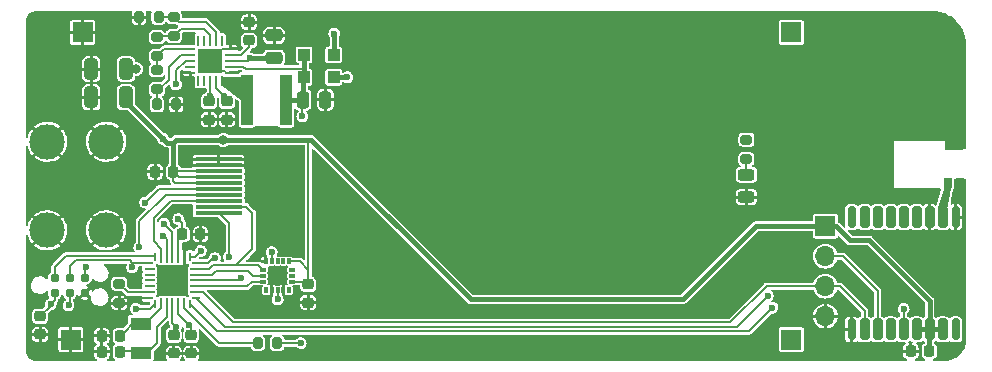
<source format=gbr>
%TF.GenerationSoftware,KiCad,Pcbnew,(6.0.2)*%
%TF.CreationDate,2022-05-15T09:33:53-06:00*%
%TF.ProjectId,SolarGPS,536f6c61-7247-4505-932e-6b696361645f,rev?*%
%TF.SameCoordinates,Original*%
%TF.FileFunction,Copper,L1,Top*%
%TF.FilePolarity,Positive*%
%FSLAX46Y46*%
G04 Gerber Fmt 4.6, Leading zero omitted, Abs format (unit mm)*
G04 Created by KiCad (PCBNEW (6.0.2)) date 2022-05-15 09:33:53*
%MOMM*%
%LPD*%
G01*
G04 APERTURE LIST*
G04 Aperture macros list*
%AMRoundRect*
0 Rectangle with rounded corners*
0 $1 Rounding radius*
0 $2 $3 $4 $5 $6 $7 $8 $9 X,Y pos of 4 corners*
0 Add a 4 corners polygon primitive as box body*
4,1,4,$2,$3,$4,$5,$6,$7,$8,$9,$2,$3,0*
0 Add four circle primitives for the rounded corners*
1,1,$1+$1,$2,$3*
1,1,$1+$1,$4,$5*
1,1,$1+$1,$6,$7*
1,1,$1+$1,$8,$9*
0 Add four rect primitives between the rounded corners*
20,1,$1+$1,$2,$3,$4,$5,0*
20,1,$1+$1,$4,$5,$6,$7,0*
20,1,$1+$1,$6,$7,$8,$9,0*
20,1,$1+$1,$8,$9,$2,$3,0*%
%AMOutline4P*
0 Free polygon, 4 corners , with rotation*
0 The origin of the aperture is its center*
0 number of corners: always 4*
0 $1 to $8 corner X, Y*
0 $9 Rotation angle, in degrees counterclockwise*
0 create outline with 4 corners*
4,1,4,$1,$2,$3,$4,$5,$6,$7,$8,$1,$2,$9*%
%AMFreePoly0*
4,1,17,0.230680,0.111820,0.364318,-0.021819,0.364320,-0.021820,0.364320,-0.021821,0.377501,-0.053640,0.377500,-0.053642,0.377500,-0.080000,0.364320,-0.111820,0.332500,-0.125000,-0.332500,-0.125000,-0.364320,-0.111820,-0.377500,-0.080000,-0.377500,0.080000,-0.364320,0.111820,-0.332500,0.125000,0.198860,0.125000,0.230680,0.111820,0.230680,0.111820,$1*%
%AMFreePoly1*
4,1,17,0.364320,0.111820,0.377500,0.080000,0.377500,0.053642,0.377501,0.053640,0.369779,0.035000,0.364320,0.021820,0.364318,0.021819,0.230680,-0.111820,0.198860,-0.125000,-0.332500,-0.125000,-0.364320,-0.111820,-0.377500,-0.080000,-0.377500,0.080000,-0.364320,0.111820,-0.332500,0.125000,0.332500,0.125000,0.364320,0.111820,0.364320,0.111820,$1*%
%AMFreePoly2*
4,1,17,0.053642,0.377500,0.080000,0.377500,0.111820,0.364320,0.125000,0.332500,0.125000,-0.332500,0.111820,-0.364320,0.080000,-0.377500,-0.080000,-0.377500,-0.111820,-0.364320,-0.125000,-0.332500,-0.125000,0.198860,-0.111820,0.230680,0.021819,0.364318,0.021820,0.364320,0.031140,0.368181,0.053640,0.377501,0.053642,0.377500,0.053642,0.377500,$1*%
%AMFreePoly3*
4,1,17,-0.021820,0.364320,0.111818,0.230681,0.111820,0.230680,0.111820,0.230679,0.125001,0.198860,0.125000,0.198858,0.125000,-0.332500,0.111820,-0.364320,0.080000,-0.377500,-0.080000,-0.377500,-0.111820,-0.364320,-0.125000,-0.332500,-0.125000,0.332500,-0.111820,0.364320,-0.080000,0.377500,-0.053640,0.377500,-0.021820,0.364320,-0.021820,0.364320,$1*%
%AMFreePoly4*
4,1,17,0.364320,0.111820,0.377500,0.080000,0.377500,-0.080000,0.364320,-0.111820,0.332500,-0.125000,-0.198858,-0.125000,-0.198860,-0.125001,-0.221360,-0.115681,-0.230680,-0.111820,-0.230681,-0.111818,-0.364320,0.021820,-0.377500,0.053640,-0.377500,0.080000,-0.364320,0.111820,-0.332500,0.125000,0.332500,0.125000,0.364320,0.111820,0.364320,0.111820,$1*%
%AMFreePoly5*
4,1,17,-0.198858,0.125000,0.332500,0.125000,0.364320,0.111820,0.377500,0.080000,0.377500,-0.080000,0.364320,-0.111820,0.332500,-0.125000,-0.332500,-0.125000,-0.364320,-0.111820,-0.377500,-0.080000,-0.377500,-0.053640,-0.364320,-0.021820,-0.230681,0.111818,-0.230680,0.111820,-0.221360,0.115681,-0.198860,0.125001,-0.198858,0.125000,-0.198858,0.125000,$1*%
%AMFreePoly6*
4,1,17,0.111820,0.364320,0.125000,0.332500,0.125000,-0.198858,0.125001,-0.198860,0.115681,-0.221360,0.111820,-0.230680,0.111818,-0.230681,-0.021820,-0.364320,-0.053640,-0.377500,-0.080000,-0.377500,-0.111820,-0.364320,-0.125000,-0.332500,-0.125000,0.332500,-0.111820,0.364320,-0.080000,0.377500,0.080000,0.377500,0.111820,0.364320,0.111820,0.364320,$1*%
%AMFreePoly7*
4,1,17,0.111820,0.364320,0.125000,0.332500,0.125000,-0.332500,0.111820,-0.364320,0.080000,-0.377500,0.053642,-0.377500,0.053640,-0.377501,0.031140,-0.368181,0.021820,-0.364320,0.021819,-0.364318,-0.111820,-0.230680,-0.125000,-0.198860,-0.125000,0.332500,-0.111820,0.364320,-0.080000,0.377500,0.080000,0.377500,0.111820,0.364320,0.111820,0.364320,$1*%
G04 Aperture macros list end*
%TA.AperFunction,SMDPad,CuDef*%
%ADD10RoundRect,0.243750X0.456250X-0.243750X0.456250X0.243750X-0.456250X0.243750X-0.456250X-0.243750X0*%
%TD*%
%TA.AperFunction,SMDPad,CuDef*%
%ADD11RoundRect,0.225000X-0.225000X-0.250000X0.225000X-0.250000X0.225000X0.250000X-0.225000X0.250000X0*%
%TD*%
%TA.AperFunction,ComponentPad*%
%ADD12C,3.000000*%
%TD*%
%TA.AperFunction,SMDPad,CuDef*%
%ADD13RoundRect,0.225000X0.250000X-0.225000X0.250000X0.225000X-0.250000X0.225000X-0.250000X-0.225000X0*%
%TD*%
%TA.AperFunction,SMDPad,CuDef*%
%ADD14RoundRect,0.087500X-0.087500X0.187500X-0.087500X-0.187500X0.087500X-0.187500X0.087500X0.187500X0*%
%TD*%
%TA.AperFunction,SMDPad,CuDef*%
%ADD15RoundRect,0.087500X-0.187500X0.087500X-0.187500X-0.087500X0.187500X-0.087500X0.187500X0.087500X0*%
%TD*%
%TA.AperFunction,SMDPad,CuDef*%
%ADD16RoundRect,0.147500X0.147500X0.172500X-0.147500X0.172500X-0.147500X-0.172500X0.147500X-0.172500X0*%
%TD*%
%TA.AperFunction,SMDPad,CuDef*%
%ADD17RoundRect,0.175000X0.175000X-0.725000X0.175000X0.725000X-0.175000X0.725000X-0.175000X-0.725000X0*%
%TD*%
%TA.AperFunction,SMDPad,CuDef*%
%ADD18RoundRect,0.200000X0.200000X-0.700000X0.200000X0.700000X-0.200000X0.700000X-0.200000X-0.700000X0*%
%TD*%
%TA.AperFunction,SMDPad,CuDef*%
%ADD19Outline4P,-0.400000X-0.325000X0.400000X-0.325000X0.400000X0.325000X-0.400000X0.325000X270.000000*%
%TD*%
%TA.AperFunction,SMDPad,CuDef*%
%ADD20Outline4P,-0.400000X-0.800000X0.400000X-0.800000X0.400000X0.800000X-0.400000X0.800000X270.000000*%
%TD*%
%TA.AperFunction,SMDPad,CuDef*%
%ADD21RoundRect,0.250000X-0.250000X-0.475000X0.250000X-0.475000X0.250000X0.475000X-0.250000X0.475000X0*%
%TD*%
%TA.AperFunction,ConnectorPad*%
%ADD22C,0.787400*%
%TD*%
%TA.AperFunction,SMDPad,CuDef*%
%ADD23RoundRect,0.225000X0.225000X0.250000X-0.225000X0.250000X-0.225000X-0.250000X0.225000X-0.250000X0*%
%TD*%
%TA.AperFunction,SMDPad,CuDef*%
%ADD24R,4.000000X0.300000*%
%TD*%
%TA.AperFunction,SMDPad,CuDef*%
%ADD25RoundRect,0.200000X-0.275000X0.200000X-0.275000X-0.200000X0.275000X-0.200000X0.275000X0.200000X0*%
%TD*%
%TA.AperFunction,SMDPad,CuDef*%
%ADD26RoundRect,0.200000X0.200000X0.275000X-0.200000X0.275000X-0.200000X-0.275000X0.200000X-0.275000X0*%
%TD*%
%TA.AperFunction,SMDPad,CuDef*%
%ADD27RoundRect,0.225000X-0.250000X0.225000X-0.250000X-0.225000X0.250000X-0.225000X0.250000X0.225000X0*%
%TD*%
%TA.AperFunction,SMDPad,CuDef*%
%ADD28RoundRect,0.200000X0.275000X-0.200000X0.275000X0.200000X-0.275000X0.200000X-0.275000X-0.200000X0*%
%TD*%
%TA.AperFunction,SMDPad,CuDef*%
%ADD29RoundRect,0.200000X-0.200000X-0.275000X0.200000X-0.275000X0.200000X0.275000X-0.200000X0.275000X0*%
%TD*%
%TA.AperFunction,SMDPad,CuDef*%
%ADD30RoundRect,0.250000X-0.325000X-0.650000X0.325000X-0.650000X0.325000X0.650000X-0.325000X0.650000X0*%
%TD*%
%TA.AperFunction,SMDPad,CuDef*%
%ADD31R,1.000000X1.000000*%
%TD*%
%TA.AperFunction,SMDPad,CuDef*%
%ADD32FreePoly0,90.000000*%
%TD*%
%TA.AperFunction,SMDPad,CuDef*%
%ADD33RoundRect,0.062500X0.062500X-0.375000X0.062500X0.375000X-0.062500X0.375000X-0.062500X-0.375000X0*%
%TD*%
%TA.AperFunction,SMDPad,CuDef*%
%ADD34FreePoly1,90.000000*%
%TD*%
%TA.AperFunction,SMDPad,CuDef*%
%ADD35FreePoly2,90.000000*%
%TD*%
%TA.AperFunction,SMDPad,CuDef*%
%ADD36RoundRect,0.062500X0.375000X-0.062500X0.375000X0.062500X-0.375000X0.062500X-0.375000X-0.062500X0*%
%TD*%
%TA.AperFunction,SMDPad,CuDef*%
%ADD37FreePoly3,90.000000*%
%TD*%
%TA.AperFunction,SMDPad,CuDef*%
%ADD38FreePoly4,90.000000*%
%TD*%
%TA.AperFunction,SMDPad,CuDef*%
%ADD39FreePoly5,90.000000*%
%TD*%
%TA.AperFunction,SMDPad,CuDef*%
%ADD40FreePoly6,90.000000*%
%TD*%
%TA.AperFunction,SMDPad,CuDef*%
%ADD41FreePoly7,90.000000*%
%TD*%
%TA.AperFunction,SMDPad,CuDef*%
%ADD42RoundRect,0.062500X0.375000X0.062500X-0.375000X0.062500X-0.375000X-0.062500X0.375000X-0.062500X0*%
%TD*%
%TA.AperFunction,SMDPad,CuDef*%
%ADD43RoundRect,0.062500X0.062500X0.375000X-0.062500X0.375000X-0.062500X-0.375000X0.062500X-0.375000X0*%
%TD*%
%TA.AperFunction,SMDPad,CuDef*%
%ADD44R,2.000000X2.000000*%
%TD*%
%TA.AperFunction,ComponentPad*%
%ADD45R,1.700000X1.700000*%
%TD*%
%TA.AperFunction,SMDPad,CuDef*%
%ADD46R,1.800000X1.000000*%
%TD*%
%TA.AperFunction,SMDPad,CuDef*%
%ADD47R,1.000000X4.300000*%
%TD*%
%TA.AperFunction,SMDPad,CuDef*%
%ADD48RoundRect,0.250000X-0.475000X0.250000X-0.475000X-0.250000X0.475000X-0.250000X0.475000X0.250000X0*%
%TD*%
%TA.AperFunction,ComponentPad*%
%ADD49O,1.700000X1.700000*%
%TD*%
%TA.AperFunction,ViaPad*%
%ADD50C,0.600000*%
%TD*%
%TA.AperFunction,ViaPad*%
%ADD51C,0.800000*%
%TD*%
%TA.AperFunction,Conductor*%
%ADD52C,0.400000*%
%TD*%
%TA.AperFunction,Conductor*%
%ADD53C,0.200000*%
%TD*%
G04 APERTURE END LIST*
D10*
%TO.P,D2,1,K*%
%TO.N,GND*%
X111200000Y-65937500D03*
%TO.P,D2,2,A*%
%TO.N,Net-(D2-Pad2)*%
X111200000Y-64062500D03*
%TD*%
D11*
%TO.P,C5,1*%
%TO.N,GND*%
X125125000Y-79000000D03*
%TO.P,C5,2*%
%TO.N,VDD*%
X126675000Y-79000000D03*
%TD*%
D12*
%TO.P,J7,1,Pin_1*%
%TO.N,GND*%
X57000000Y-61250000D03*
X52000000Y-61250000D03*
X52000000Y-68750000D03*
X57000000Y-68750000D03*
%TD*%
D13*
%TO.P,C26,1*%
%TO.N,GND*%
X74100000Y-74875000D03*
%TO.P,C26,2*%
%TO.N,VDD*%
X74100000Y-73325000D03*
%TD*%
D14*
%TO.P,U6,1,VDD_IO*%
%TO.N,VDD*%
X72500000Y-71375000D03*
%TO.P,U6,2,NC*%
%TO.N,unconnected-(U6-Pad2)*%
X72000000Y-71375000D03*
%TO.P,U6,3,NC*%
%TO.N,unconnected-(U6-Pad3)*%
X71500000Y-71375000D03*
%TO.P,U6,4,SCL/SPC*%
%TO.N,SPI_CLK*%
X71000000Y-71375000D03*
%TO.P,U6,5,GND*%
%TO.N,GND*%
X70500000Y-71375000D03*
D15*
%TO.P,U6,6,SDA/SDI/SDO*%
%TO.N,SPI_MOSI*%
X70275000Y-72100000D03*
%TO.P,U6,7,SDO/SA0*%
%TO.N,SPI_MISO*%
X70275000Y-72600000D03*
%TO.P,U6,8,CS*%
%TO.N,LIS_CS*%
X70275000Y-73100000D03*
D14*
%TO.P,U6,9,INT2*%
%TO.N,unconnected-(U6-Pad9)*%
X70500000Y-73825000D03*
%TO.P,U6,10,GND*%
%TO.N,GND*%
X71000000Y-73825000D03*
%TO.P,U6,11,INT1*%
%TO.N,LIS_INT*%
X71500000Y-73825000D03*
%TO.P,U6,12,GND*%
%TO.N,GND*%
X72000000Y-73825000D03*
%TO.P,U6,13,ADC3*%
%TO.N,unconnected-(U6-Pad13)*%
X72500000Y-73825000D03*
D15*
%TO.P,U6,14,VDD*%
%TO.N,VDD*%
X72725000Y-73100000D03*
%TO.P,U6,15,ADC2*%
%TO.N,unconnected-(U6-Pad15)*%
X72725000Y-72600000D03*
%TO.P,U6,16,ADC1*%
%TO.N,unconnected-(U6-Pad16)*%
X72725000Y-72100000D03*
%TD*%
D16*
%TO.P,C1,1*%
%TO.N,GND*%
X129035000Y-65950000D03*
%TO.P,C1,2*%
%TO.N,/GPS_RF*%
X128065000Y-65950000D03*
%TD*%
D17*
%TO.P,U2,1,GND*%
%TO.N,GND*%
X120100000Y-77150000D03*
D18*
%TO.P,U2,2,TXD*%
%TO.N,GPS_UART_MISO*%
X121200000Y-77150000D03*
%TO.P,U2,3,RXD*%
%TO.N,GPS_UART_MOSI*%
X122300000Y-77150000D03*
%TO.P,U2,4,TIMEPULSE*%
%TO.N,unconnected-(U2-Pad4)*%
X123400000Y-77150000D03*
%TO.P,U2,5,EXTINT*%
%TO.N,GPS_EXINT*%
X124500000Y-77150000D03*
%TO.P,U2,6,V_BCKP*%
%TO.N,VDD*%
X125600000Y-77150000D03*
%TO.P,U2,7,VCC_IO*%
X126700000Y-77150000D03*
%TO.P,U2,8,VCC*%
X127800000Y-77150000D03*
D17*
%TO.P,U2,9,~{RESET}*%
%TO.N,unconnected-(U2-Pad9)*%
X128900000Y-77150000D03*
%TO.P,U2,10,GND*%
%TO.N,GND*%
X128900000Y-67650000D03*
D18*
%TO.P,U2,11,RF_IN*%
%TO.N,/GPS_RF*%
X127800000Y-67650000D03*
%TO.P,U2,12,GND*%
%TO.N,GND*%
X126700000Y-67650000D03*
%TO.P,U2,13,LNA_EN*%
%TO.N,unconnected-(U2-Pad13)*%
X125600000Y-67650000D03*
%TO.P,U2,14,VCC_RF*%
%TO.N,unconnected-(U2-Pad14)*%
X124500000Y-67650000D03*
%TO.P,U2,15,Reserved*%
%TO.N,unconnected-(U2-Pad15)*%
X123400000Y-67650000D03*
%TO.P,U2,16,SDA*%
%TO.N,unconnected-(U2-Pad16)*%
X122300000Y-67650000D03*
%TO.P,U2,17,SCL*%
%TO.N,unconnected-(U2-Pad17)*%
X121200000Y-67650000D03*
D17*
%TO.P,U2,18,~{SAFEBOOT}*%
%TO.N,unconnected-(U2-Pad18)*%
X120100000Y-67650000D03*
%TD*%
D19*
%TO.P,AE1,1,A*%
%TO.N,/GPS_RF*%
X128250000Y-64750000D03*
%TO.P,AE1,2,Shield*%
%TO.N,GND*%
X129250000Y-64750000D03*
D20*
X128750000Y-61550000D03*
%TD*%
D21*
%TO.P,C4,1*%
%TO.N,SOLAR+*%
X73650000Y-57700000D03*
%TO.P,C4,2*%
%TO.N,GND*%
X75550000Y-57700000D03*
%TD*%
D22*
%TO.P,J6,1,Pin_1*%
%TO.N,VDD*%
X52630000Y-74035000D03*
%TO.P,J6,2,Pin_2*%
%TO.N,SWDIO*%
X52630000Y-72765000D03*
%TO.P,J6,3,Pin_3*%
%TO.N,nRESET*%
X53900000Y-74035000D03*
%TO.P,J6,4,Pin_4*%
%TO.N,EXTCOMIN*%
X53900000Y-72765000D03*
%TO.P,J6,5,Pin_5*%
%TO.N,GND*%
X55170000Y-74035000D03*
%TO.P,J6,6,Pin_6*%
%TO.N,SWO*%
X55170000Y-72765000D03*
%TD*%
D23*
%TO.P,C13,1*%
%TO.N,XTAL2*%
X58175000Y-79050000D03*
%TO.P,C13,2*%
%TO.N,GND*%
X56625000Y-79050000D03*
%TD*%
D24*
%TO.P,J1,1,Pin_1*%
%TO.N,SPI_CLK*%
X66500000Y-67250000D03*
%TO.P,J1,2,Pin_2*%
%TO.N,SPI_MOSI*%
X66500000Y-66750000D03*
%TO.P,J1,3,Pin_3*%
%TO.N,DISPCS*%
X66500000Y-66250000D03*
%TO.P,J1,4,Pin_4*%
%TO.N,EXTCOMIN*%
X66500000Y-65750000D03*
%TO.P,J1,5,Pin_5*%
%TO.N,DISPEN*%
X66500000Y-65250000D03*
%TO.P,J1,6,Pin_6*%
%TO.N,VDD*%
X66500000Y-64750000D03*
%TO.P,J1,7,Pin_7*%
X66500000Y-64250000D03*
%TO.P,J1,8,Pin_8*%
X66500000Y-63750000D03*
%TO.P,J1,9,Pin_9*%
%TO.N,GND*%
X66500000Y-63250000D03*
%TO.P,J1,10,Pin_10*%
X66500000Y-62750000D03*
%TD*%
D25*
%TO.P,ROK2,1*%
%TO.N,Net-(ROK2-Pad1)*%
X61300000Y-55175000D03*
%TO.P,ROK2,2*%
%TO.N,Net-(ROK1-Pad1)*%
X61300000Y-56825000D03*
%TD*%
D13*
%TO.P,C6,1*%
%TO.N,Net-(C6-Pad1)*%
X69100000Y-52675000D03*
%TO.P,C6,2*%
%TO.N,GND*%
X69100000Y-51125000D03*
%TD*%
D26*
%TO.P,ROV1,1*%
%TO.N,Net-(ROV1-Pad1)*%
X61425000Y-50700000D03*
%TO.P,ROV1,2*%
%TO.N,GND*%
X59775000Y-50700000D03*
%TD*%
D25*
%TO.P,ROK3,1*%
%TO.N,/VRDIV*%
X61300000Y-52375000D03*
%TO.P,ROK3,2*%
%TO.N,Net-(ROK2-Pad1)*%
X61300000Y-54025000D03*
%TD*%
D11*
%TO.P,C14,1*%
%TO.N,VDD*%
X63425000Y-69100000D03*
%TO.P,C14,2*%
%TO.N,GND*%
X64975000Y-69100000D03*
%TD*%
D27*
%TO.P,C2,1*%
%TO.N,nRESET*%
X62700000Y-77625000D03*
%TO.P,C2,2*%
%TO.N,GND*%
X62700000Y-79175000D03*
%TD*%
D28*
%TO.P,ROV2,1*%
%TO.N,/VRDIV*%
X62700000Y-52325000D03*
%TO.P,ROV2,2*%
%TO.N,Net-(ROV1-Pad1)*%
X62700000Y-50675000D03*
%TD*%
D13*
%TO.P,C9,1*%
%TO.N,GND*%
X65700000Y-59375000D03*
%TO.P,C9,2*%
%TO.N,VBAT*%
X65700000Y-57825000D03*
%TD*%
%TO.P,C7,1*%
%TO.N,GND*%
X67200000Y-59375000D03*
%TO.P,C7,2*%
%TO.N,VDD*%
X67200000Y-57825000D03*
%TD*%
D29*
%TO.P,R3,1*%
%TO.N,Net-(R3-Pad1)*%
X69825000Y-78300000D03*
%TO.P,R3,2*%
%TO.N,SOLAR+*%
X71475000Y-78300000D03*
%TD*%
D30*
%TO.P,C12,1*%
%TO.N,GND*%
X55725000Y-57500000D03*
%TO.P,C12,2*%
%TO.N,VDD*%
X58675000Y-57500000D03*
%TD*%
D27*
%TO.P,C19,1*%
%TO.N,VDD*%
X64200000Y-77625000D03*
%TO.P,C19,2*%
%TO.N,GND*%
X64200000Y-79175000D03*
%TD*%
D11*
%TO.P,C3,1*%
%TO.N,GND*%
X61125000Y-63800000D03*
%TO.P,C3,2*%
%TO.N,VDD*%
X62675000Y-63800000D03*
%TD*%
D31*
%TO.P,D3,1,K*%
%TO.N,SOLAR+*%
X73750000Y-55800000D03*
%TO.P,D3,2,A*%
%TO.N,Net-(D3-Pad2)*%
X76250000Y-55800000D03*
%TD*%
D32*
%TO.P,U3,1,VDD*%
%TO.N,VDD*%
X61100000Y-74997500D03*
D33*
%TO.P,U3,2,PC14*%
%TO.N,XTAL1*%
X61600000Y-74937500D03*
%TO.P,U3,3,PC15*%
%TO.N,XTAL2*%
X62100000Y-74937500D03*
%TO.P,U3,4,NRST*%
%TO.N,nRESET*%
X62600000Y-74937500D03*
%TO.P,U3,5,VDDA*%
%TO.N,VDD*%
X63100000Y-74937500D03*
%TO.P,U3,6,PA0*%
%TO.N,Net-(R3-Pad1)*%
X63600000Y-74937500D03*
D34*
%TO.P,U3,7,PA1*%
%TO.N,GPS_EXINT*%
X64100000Y-74997500D03*
D35*
%TO.P,U3,8,PA2*%
%TO.N,GPS_UART_MOSI*%
X64597500Y-74500000D03*
D36*
%TO.P,U3,9,PA3*%
%TO.N,GPS_UART_MISO*%
X64537500Y-74000000D03*
%TO.P,U3,10,PA4*%
%TO.N,LIS_CS*%
X64537500Y-73500000D03*
%TO.P,U3,11,PA5*%
%TO.N,SPI_CLK*%
X64537500Y-73000000D03*
%TO.P,U3,12,PA6*%
%TO.N,SPI_MISO*%
X64537500Y-72500000D03*
%TO.P,U3,13,PA7*%
%TO.N,SPI_MOSI*%
X64537500Y-72000000D03*
D37*
%TO.P,U3,14,PB0*%
%TO.N,LIS_INT*%
X64597500Y-71500000D03*
D38*
%TO.P,U3,15,PB1*%
%TO.N,VBAT_OK*%
X64100000Y-71002500D03*
D33*
%TO.P,U3,16,VSS*%
%TO.N,GND*%
X63600000Y-71062500D03*
%TO.P,U3,17,VDD*%
%TO.N,VDD*%
X63100000Y-71062500D03*
%TO.P,U3,18,PA8*%
%TO.N,DISPEN*%
X62600000Y-71062500D03*
%TO.P,U3,19,PA9*%
%TO.N,SWO*%
X62100000Y-71062500D03*
%TO.P,U3,20,PA10*%
%TO.N,DISPCS*%
X61600000Y-71062500D03*
D39*
%TO.P,U3,21,PA13*%
%TO.N,SWDIO*%
X61100000Y-71002500D03*
D40*
%TO.P,U3,22,PA14*%
%TO.N,EXTCOMIN*%
X60602500Y-71500000D03*
D36*
%TO.P,U3,23,PA15*%
%TO.N,unconnected-(U3-Pad23)*%
X60662500Y-72000000D03*
%TO.P,U3,24,PB3*%
%TO.N,unconnected-(U3-Pad24)*%
X60662500Y-72500000D03*
%TO.P,U3,25,PB6*%
%TO.N,unconnected-(U3-Pad25)*%
X60662500Y-73000000D03*
%TO.P,U3,26,PB7*%
%TO.N,unconnected-(U3-Pad26)*%
X60662500Y-73500000D03*
%TO.P,U3,27,BOOT0*%
%TO.N,Net-(R1-Pad1)*%
X60662500Y-74000000D03*
D41*
%TO.P,U3,28,VSS*%
%TO.N,GND*%
X60602500Y-74500000D03*
%TD*%
D27*
%TO.P,C16,1*%
%TO.N,VDD*%
X51400000Y-76025000D03*
%TO.P,C16,2*%
%TO.N,GND*%
X51400000Y-77575000D03*
%TD*%
D31*
%TO.P,D1,1,K*%
%TO.N,SOLAR+*%
X73750000Y-53900000D03*
%TO.P,D1,2,A*%
%TO.N,Net-(D1-Pad2)*%
X76250000Y-53900000D03*
%TD*%
D23*
%TO.P,C15,1*%
%TO.N,XTAL1*%
X58175000Y-77700000D03*
%TO.P,C15,2*%
%TO.N,GND*%
X56625000Y-77700000D03*
%TD*%
D42*
%TO.P,U1,1,VSS*%
%TO.N,GND*%
X67487500Y-55400000D03*
%TO.P,U1,2,VIN_DC*%
%TO.N,SOLAR+*%
X67487500Y-54900000D03*
%TO.P,U1,3,VOC_SAMP*%
%TO.N,VDD*%
X67487500Y-54400000D03*
%TO.P,U1,4,VREF_SAMP*%
%TO.N,Net-(C6-Pad1)*%
X67487500Y-53900000D03*
%TO.P,U1,5,EN*%
%TO.N,GND*%
X67487500Y-53400000D03*
D43*
%TO.P,U1,6,NC*%
%TO.N,unconnected-(U1-Pad6)*%
X66800000Y-52712500D03*
%TO.P,U1,7,VBAT_OV*%
%TO.N,Net-(ROV1-Pad1)*%
X66300000Y-52712500D03*
%TO.P,U1,8,VRDIV*%
%TO.N,/VRDIV*%
X65800000Y-52712500D03*
%TO.P,U1,9,VBAT_SEC_ON*%
%TO.N,unconnected-(U1-Pad9)*%
X65300000Y-52712500D03*
%TO.P,U1,10,VBAT_PRI_ON*%
%TO.N,unconnected-(U1-Pad10)*%
X64800000Y-52712500D03*
D42*
%TO.P,U1,11,OK_HYST*%
%TO.N,Net-(ROK2-Pad1)*%
X64112500Y-53400000D03*
%TO.P,U1,12,OK_PROG*%
%TO.N,Net-(ROK1-Pad1)*%
X64112500Y-53900000D03*
%TO.P,U1,13,VBAT_OK*%
%TO.N,VBAT_OK*%
X64112500Y-54400000D03*
%TO.P,U1,14,VBAT_PRI*%
%TO.N,unconnected-(U1-Pad14)*%
X64112500Y-54900000D03*
%TO.P,U1,15,VSS*%
%TO.N,GND*%
X64112500Y-55400000D03*
D43*
%TO.P,U1,16,NC*%
%TO.N,unconnected-(U1-Pad16)*%
X64800000Y-56087500D03*
%TO.P,U1,17,NC*%
%TO.N,unconnected-(U1-Pad17)*%
X65300000Y-56087500D03*
%TO.P,U1,18,VBAT_SEC*%
%TO.N,VBAT*%
X65800000Y-56087500D03*
%TO.P,U1,19,VSTOR*%
%TO.N,VDD*%
X66300000Y-56087500D03*
%TO.P,U1,20,LBOOST*%
%TO.N,/LBOOST*%
X66800000Y-56087500D03*
D44*
%TO.P,U1,21,VSS*%
%TO.N,GND*%
X65800000Y-54400000D03*
%TD*%
D29*
%TO.P,ROK1,1*%
%TO.N,Net-(ROK1-Pad1)*%
X61275000Y-58100000D03*
%TO.P,ROK1,2*%
%TO.N,GND*%
X62925000Y-58100000D03*
%TD*%
D30*
%TO.P,C10,1*%
%TO.N,GND*%
X55725000Y-55100000D03*
%TO.P,C10,2*%
%TO.N,VBAT*%
X58675000Y-55100000D03*
%TD*%
D45*
%TO.P,J4,1,Pin_1*%
%TO.N,GND*%
X55000000Y-52000000D03*
%TD*%
D46*
%TO.P,Y1,1,1*%
%TO.N,XTAL1*%
X59900000Y-76650000D03*
%TO.P,Y1,2,2*%
%TO.N,XTAL2*%
X59900000Y-79150000D03*
%TD*%
D47*
%TO.P,L1,1*%
%TO.N,SOLAR+*%
X72225000Y-57700000D03*
%TO.P,L1,2*%
%TO.N,/LBOOST*%
X68925000Y-57700000D03*
%TD*%
D28*
%TO.P,R2,1*%
%TO.N,Net-(D2-Pad2)*%
X111200000Y-62725000D03*
%TO.P,R2,2*%
%TO.N,LED*%
X111200000Y-61075000D03*
%TD*%
D45*
%TO.P,J5,1,Pin_1*%
%TO.N,GND*%
X54000000Y-78000000D03*
%TD*%
D25*
%TO.P,R1,1*%
%TO.N,Net-(R1-Pad1)*%
X58100000Y-73275000D03*
%TO.P,R1,2*%
%TO.N,GND*%
X58100000Y-74925000D03*
%TD*%
D45*
%TO.P,J3,1,Pin_1*%
%TO.N,Net-(D3-Pad2)*%
X115000000Y-78000000D03*
%TD*%
D48*
%TO.P,C11,1*%
%TO.N,GND*%
X71200000Y-52250000D03*
%TO.P,C11,2*%
%TO.N,VDD*%
X71200000Y-54150000D03*
%TD*%
D45*
%TO.P,J2,1,Pin_1*%
%TO.N,Net-(D1-Pad2)*%
X115000000Y-52000000D03*
%TD*%
%TO.P,J8,1,Pin_1*%
%TO.N,VDD*%
X117875000Y-68400000D03*
D49*
%TO.P,J8,2,Pin_2*%
%TO.N,GPS_UART_MOSI*%
X117875000Y-70940000D03*
%TO.P,J8,3,Pin_3*%
%TO.N,GPS_UART_MISO*%
X117875000Y-73480000D03*
%TO.P,J8,4,Pin_4*%
%TO.N,GND*%
X117875000Y-76020000D03*
%TD*%
D50*
%TO.N,GND*%
X123050000Y-62300000D03*
X123100000Y-63250000D03*
X111000000Y-54350000D03*
X121500000Y-65600000D03*
X113350000Y-59250000D03*
X115100000Y-54050000D03*
X129400000Y-53450000D03*
X61750000Y-79200000D03*
X60150000Y-63750000D03*
X58900000Y-50700000D03*
X72500000Y-63500000D03*
X54550000Y-55600000D03*
X114600000Y-65800000D03*
X113350000Y-62450000D03*
X126500000Y-60600000D03*
X57850000Y-76150000D03*
X69750000Y-63650000D03*
X128900000Y-69300000D03*
X121600000Y-50850000D03*
X117850000Y-78800000D03*
X66150000Y-70000000D03*
X65800000Y-54400000D03*
X71550000Y-51000000D03*
X128150000Y-51200000D03*
X123100000Y-64100000D03*
X64600000Y-59300000D03*
X76500000Y-57650000D03*
X70800000Y-51000000D03*
X71650000Y-65200000D03*
X128000000Y-60400000D03*
X54600000Y-58000000D03*
X51350000Y-78650000D03*
X120300000Y-65500000D03*
X69450699Y-74640500D03*
X129250000Y-56900000D03*
X123950000Y-79100000D03*
X65350000Y-79250000D03*
X122050000Y-78850000D03*
X112750000Y-65950000D03*
X123100000Y-61200000D03*
X110950000Y-57950000D03*
X124150000Y-60650000D03*
X126750000Y-65950000D03*
X129300000Y-60400000D03*
X56500000Y-76150000D03*
X126700000Y-69300000D03*
X126000000Y-50750000D03*
X72500000Y-64250000D03*
X113350000Y-63850000D03*
X120000000Y-78750000D03*
X117500000Y-65650000D03*
X123150000Y-65150000D03*
X63900000Y-58050000D03*
X72500000Y-74800000D03*
X54550000Y-57150000D03*
X125450000Y-65800000D03*
X125300000Y-60600000D03*
X54550000Y-54750000D03*
X75200000Y-74900000D03*
X75450000Y-59150000D03*
X123900000Y-65850000D03*
X117600000Y-50750000D03*
%TO.N,GPS_EXINT*%
X124500000Y-75400000D03*
X113400000Y-75300000D03*
D51*
%TO.N,VDD*%
X66900000Y-61100000D03*
D50*
X63100000Y-67800000D03*
X52300000Y-75000000D03*
X63968750Y-76731250D03*
X59500000Y-75400000D03*
X61800000Y-61000000D03*
X67000000Y-57400000D03*
X69200000Y-54200000D03*
%TO.N,GPS_UART_MOSI*%
X113000000Y-74300000D03*
%TO.N,SOLAR+*%
X73600000Y-59100000D03*
X73450000Y-78300000D03*
%TO.N,VBAT*%
X65800000Y-57400000D03*
D51*
X59500000Y-55100000D03*
D50*
%TO.N,SPI_CLK*%
X71000000Y-70600000D03*
X68400000Y-72800000D03*
X67400000Y-71000000D03*
%TO.N,LIS_INT*%
X66200000Y-71100000D03*
X71500000Y-74600000D03*
%TO.N,Net-(D1-Pad2)*%
X76300000Y-52100000D03*
%TO.N,Net-(D3-Pad2)*%
X77400000Y-55800000D03*
%TO.N,DISPEN*%
X61900000Y-68200000D03*
X60300000Y-66400000D03*
%TO.N,VBAT_OK*%
X62900000Y-56400000D03*
X65000000Y-70500000D03*
%TO.N,nRESET*%
X62900000Y-76900000D03*
X53800000Y-75100000D03*
%TO.N,SWO*%
X55300000Y-71900000D03*
X61800000Y-69200000D03*
%TO.N,EXTCOMIN*%
X59200000Y-71900000D03*
X59800000Y-70200000D03*
%TD*%
D52*
%TO.N,VDD*%
X125600000Y-77150000D02*
X126700000Y-77150000D01*
X74350000Y-61100000D02*
X74000000Y-61100000D01*
X87850000Y-74600000D02*
X74350000Y-61100000D01*
X112000000Y-68400000D02*
X105800000Y-74600000D01*
X105800000Y-74600000D02*
X87850000Y-74600000D01*
X117875000Y-68400000D02*
X112000000Y-68400000D01*
D53*
%TO.N,GND*%
X67487500Y-53400000D02*
X67477980Y-53409520D01*
X66684520Y-55284520D02*
X65800000Y-54400000D01*
X60602500Y-74500000D02*
X58525000Y-74500000D01*
X67477980Y-53409520D02*
X66790480Y-53409520D01*
X66790480Y-53409520D02*
X65800000Y-54400000D01*
X67050000Y-55300000D02*
X66362500Y-55300000D01*
X58525000Y-74500000D02*
X58100000Y-74925000D01*
X67487500Y-55400000D02*
X67150000Y-55400000D01*
X67150000Y-55400000D02*
X67050000Y-55300000D01*
%TO.N,GPS_EXINT*%
X66381033Y-77278533D02*
X111421467Y-77278533D01*
X64100000Y-74997500D02*
X66381033Y-77278533D01*
X111421467Y-77278533D02*
X113400000Y-75300000D01*
X124500000Y-75400000D02*
X124500000Y-77150000D01*
%TO.N,VDD*%
X72500000Y-71375000D02*
X73375000Y-71375000D01*
X61100000Y-74997500D02*
X60697500Y-75400000D01*
X66300000Y-56087500D02*
X66300000Y-56700000D01*
X66300000Y-56700000D02*
X67000000Y-57400000D01*
X74100000Y-72100000D02*
X74100000Y-61200000D01*
D52*
X74000000Y-61100000D02*
X66900000Y-61100000D01*
D53*
X63100000Y-74937500D02*
X63100000Y-75862500D01*
X63100000Y-75862500D02*
X63968750Y-76731250D01*
X66500000Y-64750000D02*
X62850000Y-64750000D01*
X74100000Y-72100000D02*
X74100000Y-73325000D01*
X67200000Y-57600000D02*
X67200000Y-57825000D01*
X52630000Y-74035000D02*
X52630000Y-74670000D01*
D52*
X71150000Y-54200000D02*
X71200000Y-54150000D01*
D53*
X73375000Y-71375000D02*
X74100000Y-72100000D01*
D52*
X62675000Y-61325000D02*
X62675000Y-63800000D01*
D53*
X62675000Y-64575000D02*
X62675000Y-63800000D01*
D52*
X62125000Y-61325000D02*
X62675000Y-61325000D01*
D53*
X63125000Y-64250000D02*
X62675000Y-63800000D01*
X67000000Y-57400000D02*
X67200000Y-57600000D01*
X67487500Y-54400000D02*
X69000000Y-54400000D01*
X60697500Y-75400000D02*
X59500000Y-75400000D01*
D52*
X66900000Y-61100000D02*
X62900000Y-61100000D01*
X62900000Y-61100000D02*
X62675000Y-61325000D01*
D53*
X63425000Y-69200000D02*
X63425000Y-68125000D01*
D52*
X58675000Y-57875000D02*
X61800000Y-61000000D01*
D53*
X63100000Y-71062500D02*
X63100000Y-69525000D01*
D52*
X61800000Y-61000000D02*
X62125000Y-61325000D01*
D53*
X52300000Y-75000000D02*
X52300000Y-75125000D01*
X73875000Y-73100000D02*
X74100000Y-73325000D01*
X63968750Y-76731250D02*
X64200000Y-76962500D01*
X64200000Y-76962500D02*
X64200000Y-77525000D01*
X63100000Y-69525000D02*
X63425000Y-69200000D01*
X52300000Y-75125000D02*
X51400000Y-76025000D01*
X62725000Y-63750000D02*
X62675000Y-63800000D01*
D52*
X69200000Y-54200000D02*
X71150000Y-54200000D01*
D53*
X69000000Y-54400000D02*
X69200000Y-54200000D01*
X52630000Y-74670000D02*
X52300000Y-75000000D01*
X63425000Y-68125000D02*
X63100000Y-67800000D01*
X72725000Y-73100000D02*
X73875000Y-73100000D01*
D52*
X58675000Y-57500000D02*
X58675000Y-57875000D01*
D53*
X66500000Y-63750000D02*
X62725000Y-63750000D01*
X74100000Y-61200000D02*
X74000000Y-61100000D01*
X62850000Y-64750000D02*
X62675000Y-64575000D01*
X66500000Y-64250000D02*
X63125000Y-64250000D01*
%TO.N,GPS_UART_MOSI*%
X122300000Y-73900000D02*
X122300000Y-77150000D01*
X64597500Y-74500000D02*
X67016522Y-76919022D01*
X67016522Y-76919022D02*
X110380978Y-76919022D01*
X119340000Y-70940000D02*
X122300000Y-73900000D01*
X110380978Y-76919022D02*
X113000000Y-74300000D01*
X117875000Y-70940000D02*
X119340000Y-70940000D01*
%TO.N,GPS_UART_MISO*%
X112920000Y-73480000D02*
X117875000Y-73480000D01*
X65200000Y-74000000D02*
X67759511Y-76559511D01*
X67759511Y-76559511D02*
X109840489Y-76559511D01*
X119077081Y-73480000D02*
X121200000Y-75602919D01*
X117875000Y-73480000D02*
X119077081Y-73480000D01*
X64537500Y-74000000D02*
X65200000Y-74000000D01*
X109840489Y-76559511D02*
X112920000Y-73480000D01*
X121200000Y-75602919D02*
X121200000Y-77150000D01*
D52*
%TO.N,SOLAR+*%
X73650000Y-55900000D02*
X73750000Y-55800000D01*
D53*
X73600000Y-57750000D02*
X73650000Y-57700000D01*
D52*
X73750000Y-53900000D02*
X73750000Y-54950000D01*
X73750000Y-54950000D02*
X73750000Y-55800000D01*
D53*
X68600000Y-54900000D02*
X68800000Y-55100000D01*
X71475000Y-78300000D02*
X73450000Y-78300000D01*
D52*
X73650000Y-57700000D02*
X73650000Y-55900000D01*
D53*
X68800000Y-55100000D02*
X73600000Y-55100000D01*
X73600000Y-55100000D02*
X73750000Y-54950000D01*
D52*
X72225000Y-57700000D02*
X73650000Y-57700000D01*
D53*
X67487500Y-54900000D02*
X68600000Y-54900000D01*
X73600000Y-59100000D02*
X73600000Y-57750000D01*
%TO.N,VBAT*%
X65800000Y-56087500D02*
X65800000Y-57400000D01*
D52*
X58675000Y-55100000D02*
X59500000Y-55100000D01*
D53*
X65800000Y-57725000D02*
X65700000Y-57825000D01*
X65800000Y-57400000D02*
X65800000Y-57725000D01*
%TO.N,SPI_MOSI*%
X69350000Y-67250000D02*
X68850000Y-66750000D01*
X68850000Y-66750000D02*
X66500000Y-66750000D01*
X68000000Y-71700000D02*
X69350000Y-70350000D01*
X69350000Y-70350000D02*
X69350000Y-67250000D01*
X70275000Y-72100000D02*
X69875000Y-71700000D01*
X66000000Y-71700000D02*
X68000000Y-71700000D01*
X65700000Y-72000000D02*
X66000000Y-71700000D01*
X64537500Y-72000000D02*
X65700000Y-72000000D01*
X69875000Y-71700000D02*
X67300000Y-71700000D01*
%TO.N,SPI_CLK*%
X68200000Y-73000000D02*
X68400000Y-72800000D01*
X64537500Y-73000000D02*
X68200000Y-73000000D01*
X66500000Y-67250000D02*
X67400000Y-68150000D01*
X71000000Y-70600000D02*
X71000000Y-71375000D01*
X67400000Y-68150000D02*
X67400000Y-71000000D01*
%TO.N,SPI_MISO*%
X69000000Y-72200000D02*
X66288493Y-72200000D01*
X69400000Y-72600000D02*
X69000000Y-72200000D01*
X70275000Y-72600000D02*
X69400000Y-72600000D01*
X65988493Y-72500000D02*
X64537500Y-72500000D01*
X66288493Y-72200000D02*
X65988493Y-72500000D01*
%TO.N,LIS_INT*%
X64597500Y-71500000D02*
X65600000Y-71500000D01*
X65600000Y-71500000D02*
X66000000Y-71100000D01*
X66000000Y-71100000D02*
X66200000Y-71100000D01*
X71500000Y-74600000D02*
X71500000Y-73825000D01*
%TO.N,LIS_CS*%
X69300000Y-73100000D02*
X70275000Y-73100000D01*
X68900000Y-73500000D02*
X69300000Y-73100000D01*
X64537500Y-73500000D02*
X68900000Y-73500000D01*
D52*
%TO.N,Net-(D1-Pad2)*%
X76300000Y-53850000D02*
X76250000Y-53900000D01*
X76300000Y-52100000D02*
X76300000Y-53850000D01*
%TO.N,Net-(D3-Pad2)*%
X76250000Y-55800000D02*
X77400000Y-55800000D01*
D53*
%TO.N,Net-(C6-Pad1)*%
X69100000Y-53200000D02*
X68400000Y-53900000D01*
X69100000Y-52675000D02*
X69100000Y-53200000D01*
X68400000Y-53900000D02*
X67487500Y-53900000D01*
%TO.N,XTAL2*%
X62100000Y-74937500D02*
X62100000Y-76100000D01*
X61300000Y-76900000D02*
X61300000Y-78300000D01*
X60600000Y-79000000D02*
X58375000Y-79000000D01*
X61300000Y-78300000D02*
X60600000Y-79000000D01*
X62100000Y-76100000D02*
X61300000Y-76900000D01*
%TO.N,XTAL1*%
X60500000Y-76450000D02*
X61600000Y-75350000D01*
X59425000Y-76450000D02*
X60500000Y-76450000D01*
X58375000Y-77500000D02*
X59425000Y-76450000D01*
X61600000Y-75350000D02*
X61600000Y-74937500D01*
%TO.N,Net-(D2-Pad2)*%
X111200000Y-62725000D02*
X111200000Y-64062500D01*
%TO.N,DISPCS*%
X61000000Y-67700000D02*
X62450000Y-66250000D01*
X61000000Y-69700000D02*
X61000000Y-67700000D01*
X61600000Y-71062500D02*
X61600000Y-70300000D01*
X61600000Y-70300000D02*
X61000000Y-69700000D01*
X62450000Y-66250000D02*
X66500000Y-66250000D01*
%TO.N,DISPEN*%
X62600000Y-68900000D02*
X61900000Y-68200000D01*
X66500000Y-65250000D02*
X61450000Y-65250000D01*
X62600000Y-71062500D02*
X62600000Y-68900000D01*
X61450000Y-65250000D02*
X60300000Y-66400000D01*
%TO.N,Net-(R1-Pad1)*%
X58825000Y-74000000D02*
X58100000Y-73275000D01*
X60662500Y-74000000D02*
X58825000Y-74000000D01*
%TO.N,Net-(R3-Pad1)*%
X63600000Y-74937500D02*
X63600000Y-75340656D01*
X66559344Y-78300000D02*
X69825000Y-78300000D01*
X63600000Y-75340656D02*
X66559344Y-78300000D01*
%TO.N,Net-(ROK1-Pad1)*%
X63300000Y-53900000D02*
X62300000Y-54900000D01*
X61300000Y-56825000D02*
X61300000Y-58075000D01*
X61475000Y-56825000D02*
X61300000Y-56825000D01*
X64112500Y-53900000D02*
X63300000Y-53900000D01*
X61300000Y-58075000D02*
X61275000Y-58100000D01*
X62300000Y-54900000D02*
X62300000Y-56000000D01*
X62300000Y-56000000D02*
X61475000Y-56825000D01*
%TO.N,Net-(ROK2-Pad1)*%
X61300000Y-54025000D02*
X61300000Y-55175000D01*
X61925000Y-53400000D02*
X61300000Y-54025000D01*
X64112500Y-53400000D02*
X61925000Y-53400000D01*
%TO.N,Net-(ROV1-Pad1)*%
X62700000Y-50675000D02*
X61450000Y-50675000D01*
X61450000Y-50675000D02*
X61425000Y-50700000D01*
X65400000Y-51100000D02*
X63125000Y-51100000D01*
X63125000Y-51100000D02*
X62700000Y-50675000D01*
X66300000Y-52712500D02*
X66300000Y-52000000D01*
X66300000Y-52000000D02*
X65400000Y-51100000D01*
%TO.N,VBAT_OK*%
X63719595Y-54400000D02*
X64112500Y-54400000D01*
X64100000Y-71002500D02*
X64497500Y-71002500D01*
X62900000Y-55219595D02*
X63719595Y-54400000D01*
X64497500Y-71002500D02*
X65000000Y-70500000D01*
X62900000Y-56400000D02*
X62900000Y-55219595D01*
%TO.N,nRESET*%
X62600000Y-74937500D02*
X62600000Y-76600000D01*
X53900000Y-74035000D02*
X53900000Y-75000000D01*
X53900000Y-75000000D02*
X53800000Y-75100000D01*
X62600000Y-76600000D02*
X62900000Y-76900000D01*
X62900000Y-76900000D02*
X62900000Y-77325000D01*
X62900000Y-77325000D02*
X62700000Y-77525000D01*
%TO.N,SWO*%
X55170000Y-72765000D02*
X55170000Y-72030000D01*
X62100000Y-71062500D02*
X62100000Y-69500000D01*
X62100000Y-69500000D02*
X61800000Y-69200000D01*
X55170000Y-72030000D02*
X55300000Y-71900000D01*
%TO.N,SWDIO*%
X61100000Y-71002500D02*
X60997500Y-70900000D01*
X52630000Y-71870000D02*
X52630000Y-72765000D01*
X53600000Y-70900000D02*
X52630000Y-71870000D01*
X60997500Y-70900000D02*
X53600000Y-70900000D01*
%TO.N,EXTCOMIN*%
X59800000Y-68000000D02*
X59800000Y-70200000D01*
X66500000Y-65750000D02*
X62050000Y-65750000D01*
X59200000Y-71500000D02*
X59200000Y-71900000D01*
X62050000Y-65750000D02*
X59800000Y-68000000D01*
X53900000Y-72765000D02*
X53900000Y-71800000D01*
X59000000Y-71300000D02*
X59200000Y-71500000D01*
X59200000Y-71500000D02*
X60602500Y-71500000D01*
X53900000Y-71800000D02*
X54400000Y-71300000D01*
X54400000Y-71300000D02*
X59000000Y-71300000D01*
%TO.N,/VRDIV*%
X61350000Y-52325000D02*
X61300000Y-52375000D01*
X63325000Y-51700000D02*
X62700000Y-52325000D01*
X62700000Y-52325000D02*
X61350000Y-52325000D01*
X65800000Y-52712500D02*
X65800000Y-52200000D01*
X65300000Y-51700000D02*
X63325000Y-51700000D01*
X65800000Y-52200000D02*
X65300000Y-51700000D01*
D52*
%TO.N,VDD*%
X126675000Y-77175000D02*
X126700000Y-77150000D01*
X126675000Y-79000000D02*
X126675000Y-77175000D01*
X118750000Y-68400000D02*
X117875000Y-68400000D01*
X119950000Y-69600000D02*
X118750000Y-68400000D01*
X126700000Y-74700000D02*
X121600000Y-69600000D01*
X127800000Y-77150000D02*
X126700000Y-77150000D01*
X121600000Y-69600000D02*
X119950000Y-69600000D01*
X126700000Y-77150000D02*
X126700000Y-74700000D01*
%TD*%
%TA.AperFunction,Conductor*%
%TO.N,GND*%
G36*
X116860089Y-73797813D02*
G01*
X116883656Y-73834103D01*
X116891529Y-73861558D01*
X116893544Y-73868586D01*
X116895196Y-73871800D01*
X116895197Y-73871803D01*
X116978034Y-74032986D01*
X116987712Y-74051818D01*
X117115677Y-74213270D01*
X117118430Y-74215613D01*
X117118433Y-74215616D01*
X117178514Y-74266748D01*
X117272564Y-74346791D01*
X117316734Y-74371477D01*
X117449239Y-74445532D01*
X117449243Y-74445534D01*
X117452398Y-74447297D01*
X117455834Y-74448414D01*
X117455840Y-74448416D01*
X117568143Y-74484905D01*
X117648329Y-74510959D01*
X117689851Y-74515910D01*
X117849294Y-74534922D01*
X117849297Y-74534922D01*
X117852894Y-74535351D01*
X117959009Y-74527186D01*
X118054689Y-74519824D01*
X118054691Y-74519824D01*
X118058300Y-74519546D01*
X118189781Y-74482836D01*
X118253244Y-74465117D01*
X118253245Y-74465117D01*
X118256725Y-74464145D01*
X118261484Y-74461741D01*
X118437376Y-74372892D01*
X118437379Y-74372890D01*
X118440610Y-74371258D01*
X118602951Y-74244424D01*
X118619324Y-74225456D01*
X118735201Y-74091210D01*
X118735203Y-74091208D01*
X118737564Y-74088472D01*
X118739347Y-74085333D01*
X118739350Y-74085329D01*
X118801741Y-73975500D01*
X118839323Y-73909344D01*
X118861944Y-73841344D01*
X118893387Y-73801675D01*
X118942972Y-73791497D01*
X118984487Y-73812377D01*
X120877826Y-75705716D01*
X120899218Y-75751592D01*
X120899500Y-75758042D01*
X120899500Y-76006369D01*
X120882187Y-76053935D01*
X120859095Y-76072303D01*
X120766850Y-76119304D01*
X120766848Y-76119306D01*
X120761658Y-76121950D01*
X120684348Y-76199260D01*
X120638472Y-76220652D01*
X120589577Y-76207551D01*
X120579742Y-76199305D01*
X120500105Y-76119806D01*
X120490283Y-76112801D01*
X120388774Y-76063182D01*
X120377930Y-76059831D01*
X120313195Y-76050387D01*
X120307861Y-76050000D01*
X120240048Y-76050000D01*
X120230052Y-76053638D01*
X120227000Y-76058925D01*
X120227000Y-78236952D01*
X120230638Y-78246948D01*
X120235925Y-78250000D01*
X120307843Y-78250000D01*
X120313212Y-78249607D01*
X120378564Y-78239987D01*
X120389408Y-78236618D01*
X120490826Y-78186824D01*
X120500638Y-78179799D01*
X120579582Y-78100717D01*
X120625439Y-78079284D01*
X120674345Y-78092343D01*
X120684279Y-78100671D01*
X120761658Y-78178050D01*
X120766848Y-78180694D01*
X120766850Y-78180696D01*
X120869502Y-78233000D01*
X120869505Y-78233001D01*
X120874696Y-78235646D01*
X120880448Y-78236557D01*
X120880451Y-78236558D01*
X120965324Y-78250000D01*
X120968481Y-78250500D01*
X121200000Y-78250500D01*
X121431518Y-78250499D01*
X121434390Y-78250044D01*
X121434392Y-78250044D01*
X121466090Y-78245024D01*
X121525304Y-78235646D01*
X121599716Y-78197731D01*
X121633150Y-78180696D01*
X121633152Y-78180694D01*
X121638342Y-78178050D01*
X121697674Y-78118718D01*
X121743550Y-78097326D01*
X121792445Y-78110427D01*
X121802326Y-78118718D01*
X121861658Y-78178050D01*
X121866848Y-78180694D01*
X121866850Y-78180696D01*
X121969502Y-78233000D01*
X121969505Y-78233001D01*
X121974696Y-78235646D01*
X121980448Y-78236557D01*
X121980451Y-78236558D01*
X122065324Y-78250000D01*
X122068481Y-78250500D01*
X122300000Y-78250500D01*
X122531518Y-78250499D01*
X122534390Y-78250044D01*
X122534392Y-78250044D01*
X122566090Y-78245024D01*
X122625304Y-78235646D01*
X122699716Y-78197731D01*
X122733150Y-78180696D01*
X122733152Y-78180694D01*
X122738342Y-78178050D01*
X122797674Y-78118718D01*
X122843550Y-78097326D01*
X122892445Y-78110427D01*
X122902326Y-78118718D01*
X122961658Y-78178050D01*
X122966848Y-78180694D01*
X122966850Y-78180696D01*
X123069502Y-78233000D01*
X123069505Y-78233001D01*
X123074696Y-78235646D01*
X123080448Y-78236557D01*
X123080451Y-78236558D01*
X123165324Y-78250000D01*
X123168481Y-78250500D01*
X123400000Y-78250500D01*
X123631518Y-78250499D01*
X123634390Y-78250044D01*
X123634392Y-78250044D01*
X123666090Y-78245024D01*
X123725304Y-78235646D01*
X123799716Y-78197731D01*
X123833150Y-78180696D01*
X123833152Y-78180694D01*
X123838342Y-78178050D01*
X123897674Y-78118718D01*
X123943550Y-78097326D01*
X123992445Y-78110427D01*
X124002326Y-78118718D01*
X124061658Y-78178050D01*
X124066848Y-78180694D01*
X124066850Y-78180696D01*
X124169502Y-78233000D01*
X124169505Y-78233001D01*
X124174696Y-78235646D01*
X124180448Y-78236557D01*
X124180451Y-78236558D01*
X124265324Y-78250000D01*
X124268481Y-78250500D01*
X124282159Y-78250500D01*
X124635952Y-78250499D01*
X124683517Y-78267812D01*
X124708827Y-78311649D01*
X124700037Y-78361499D01*
X124669547Y-78390433D01*
X124652267Y-78399238D01*
X124642958Y-78406001D01*
X124556001Y-78492958D01*
X124549236Y-78502269D01*
X124493408Y-78611838D01*
X124489850Y-78622786D01*
X124475455Y-78713676D01*
X124475000Y-78719458D01*
X124475000Y-78859952D01*
X124478638Y-78869948D01*
X124483925Y-78873000D01*
X124984952Y-78873000D01*
X124994948Y-78869362D01*
X124998000Y-78864075D01*
X124998000Y-78338049D01*
X124994362Y-78328053D01*
X124989075Y-78325001D01*
X124958165Y-78325001D01*
X124910599Y-78307688D01*
X124885289Y-78263851D01*
X124894079Y-78214001D01*
X124924567Y-78185069D01*
X124938342Y-78178050D01*
X124997674Y-78118718D01*
X125043550Y-78097326D01*
X125092445Y-78110427D01*
X125102326Y-78118718D01*
X125161658Y-78178050D01*
X125166848Y-78180694D01*
X125166850Y-78180696D01*
X125200284Y-78197731D01*
X125220146Y-78207851D01*
X125231523Y-78213648D01*
X125266045Y-78250668D01*
X125268695Y-78301218D01*
X125262013Y-78316583D01*
X125252000Y-78333925D01*
X125252000Y-78859952D01*
X125255638Y-78869948D01*
X125260925Y-78873000D01*
X125761951Y-78873000D01*
X125771947Y-78869362D01*
X125774999Y-78864075D01*
X125774999Y-78719459D01*
X125774544Y-78713676D01*
X125760149Y-78622785D01*
X125756592Y-78611839D01*
X125700764Y-78502269D01*
X125693999Y-78492958D01*
X125607042Y-78406001D01*
X125597733Y-78399238D01*
X125580453Y-78390433D01*
X125545931Y-78353412D01*
X125543283Y-78302862D01*
X125573747Y-78262437D01*
X125614047Y-78250499D01*
X125831518Y-78250499D01*
X125834390Y-78250044D01*
X125834392Y-78250044D01*
X125866090Y-78245024D01*
X125925304Y-78235646D01*
X125999716Y-78197731D01*
X126033150Y-78180696D01*
X126033152Y-78180694D01*
X126038342Y-78178050D01*
X126097674Y-78118718D01*
X126143550Y-78097326D01*
X126192445Y-78110427D01*
X126202326Y-78118718D01*
X126252826Y-78169218D01*
X126274218Y-78215094D01*
X126274500Y-78221544D01*
X126274500Y-78316524D01*
X126257187Y-78364090D01*
X126234095Y-78382458D01*
X126201971Y-78398826D01*
X126201966Y-78398830D01*
X126196780Y-78401472D01*
X126101472Y-78496780D01*
X126098828Y-78501970D01*
X126098826Y-78501972D01*
X126045557Y-78606519D01*
X126040281Y-78616874D01*
X126039370Y-78622626D01*
X126039369Y-78622629D01*
X126027978Y-78694550D01*
X126024500Y-78716512D01*
X126024500Y-79283488D01*
X126024955Y-79286361D01*
X126039369Y-79377371D01*
X126039370Y-79377374D01*
X126040281Y-79383126D01*
X126042926Y-79388317D01*
X126042927Y-79388320D01*
X126098826Y-79498028D01*
X126098828Y-79498030D01*
X126101472Y-79503220D01*
X126196780Y-79598528D01*
X126201970Y-79601172D01*
X126201972Y-79601174D01*
X126316874Y-79659719D01*
X126315616Y-79662187D01*
X126347102Y-79686785D01*
X126357627Y-79736298D01*
X126333863Y-79780992D01*
X126284347Y-79800000D01*
X125514016Y-79800000D01*
X125466450Y-79782687D01*
X125441140Y-79738850D01*
X125449930Y-79689000D01*
X125484054Y-79661367D01*
X125482969Y-79659238D01*
X125597731Y-79600764D01*
X125607042Y-79593999D01*
X125693999Y-79507042D01*
X125700764Y-79497731D01*
X125756592Y-79388162D01*
X125760150Y-79377214D01*
X125774545Y-79286324D01*
X125775000Y-79280542D01*
X125775000Y-79140048D01*
X125771362Y-79130052D01*
X125766075Y-79127000D01*
X124488049Y-79127000D01*
X124478053Y-79130638D01*
X124475001Y-79135925D01*
X124475001Y-79280541D01*
X124475456Y-79286324D01*
X124489851Y-79377215D01*
X124493408Y-79388161D01*
X124549236Y-79497731D01*
X124556001Y-79507042D01*
X124642958Y-79593999D01*
X124652269Y-79600764D01*
X124767031Y-79659238D01*
X124766020Y-79661222D01*
X124798741Y-79686788D01*
X124809263Y-79736302D01*
X124785498Y-79780995D01*
X124735984Y-79800000D01*
X64829693Y-79800000D01*
X64782127Y-79782687D01*
X64756817Y-79738850D01*
X64765607Y-79689000D01*
X64777367Y-79673674D01*
X64793999Y-79657042D01*
X64800764Y-79647731D01*
X64856592Y-79538162D01*
X64860150Y-79527214D01*
X64874545Y-79436324D01*
X64875000Y-79430542D01*
X64875000Y-79315048D01*
X64871362Y-79305052D01*
X64866075Y-79302000D01*
X63538049Y-79302000D01*
X63528053Y-79305638D01*
X63525001Y-79310925D01*
X63525001Y-79430541D01*
X63525456Y-79436324D01*
X63539851Y-79527215D01*
X63543408Y-79538161D01*
X63599236Y-79647731D01*
X63606001Y-79657042D01*
X63622633Y-79673674D01*
X63644025Y-79719550D01*
X63630924Y-79768445D01*
X63589460Y-79797479D01*
X63570307Y-79800000D01*
X63329693Y-79800000D01*
X63282127Y-79782687D01*
X63256817Y-79738850D01*
X63265607Y-79689000D01*
X63277367Y-79673674D01*
X63293999Y-79657042D01*
X63300764Y-79647731D01*
X63356592Y-79538162D01*
X63360150Y-79527214D01*
X63374545Y-79436324D01*
X63375000Y-79430542D01*
X63375000Y-79315048D01*
X63371362Y-79305052D01*
X63366075Y-79302000D01*
X62038049Y-79302000D01*
X62028053Y-79305638D01*
X62025001Y-79310925D01*
X62025001Y-79430541D01*
X62025456Y-79436324D01*
X62039851Y-79527215D01*
X62043408Y-79538161D01*
X62099236Y-79647731D01*
X62106001Y-79657042D01*
X62122633Y-79673674D01*
X62144025Y-79719550D01*
X62130924Y-79768445D01*
X62089460Y-79797479D01*
X62070307Y-79800000D01*
X61064760Y-79800000D01*
X61017194Y-79782687D01*
X60991884Y-79738850D01*
X60992182Y-79711563D01*
X60996671Y-79689000D01*
X61000500Y-79669748D01*
X61000500Y-79055123D01*
X61007842Y-79034952D01*
X62025000Y-79034952D01*
X62028638Y-79044948D01*
X62033925Y-79048000D01*
X62559952Y-79048000D01*
X62569948Y-79044362D01*
X62573000Y-79039075D01*
X62573000Y-79034952D01*
X62827000Y-79034952D01*
X62830638Y-79044948D01*
X62835925Y-79048000D01*
X63361951Y-79048000D01*
X63371947Y-79044362D01*
X63374999Y-79039075D01*
X63374999Y-79034952D01*
X63525000Y-79034952D01*
X63528638Y-79044948D01*
X63533925Y-79048000D01*
X64059952Y-79048000D01*
X64069948Y-79044362D01*
X64073000Y-79039075D01*
X64073000Y-79034952D01*
X64327000Y-79034952D01*
X64330638Y-79044948D01*
X64335925Y-79048000D01*
X64861951Y-79048000D01*
X64871947Y-79044362D01*
X64874999Y-79039075D01*
X64874999Y-78919459D01*
X64874544Y-78913676D01*
X64860149Y-78822785D01*
X64856592Y-78811839D01*
X64800764Y-78702269D01*
X64793999Y-78692958D01*
X64707042Y-78606001D01*
X64697731Y-78599236D01*
X64588162Y-78543408D01*
X64577214Y-78539850D01*
X64486324Y-78525455D01*
X64480542Y-78525000D01*
X64340048Y-78525000D01*
X64330052Y-78528638D01*
X64327000Y-78533925D01*
X64327000Y-79034952D01*
X64073000Y-79034952D01*
X64073000Y-78538049D01*
X64069362Y-78528053D01*
X64064075Y-78525001D01*
X63919459Y-78525001D01*
X63913676Y-78525456D01*
X63822785Y-78539851D01*
X63811839Y-78543408D01*
X63702269Y-78599236D01*
X63692958Y-78606001D01*
X63606001Y-78692958D01*
X63599236Y-78702269D01*
X63543408Y-78811838D01*
X63539850Y-78822786D01*
X63525455Y-78913676D01*
X63525000Y-78919458D01*
X63525000Y-79034952D01*
X63374999Y-79034952D01*
X63374999Y-78919459D01*
X63374544Y-78913676D01*
X63360149Y-78822785D01*
X63356592Y-78811839D01*
X63300764Y-78702269D01*
X63293999Y-78692958D01*
X63207042Y-78606001D01*
X63197731Y-78599236D01*
X63088162Y-78543408D01*
X63077214Y-78539850D01*
X62986324Y-78525455D01*
X62980542Y-78525000D01*
X62840048Y-78525000D01*
X62830052Y-78528638D01*
X62827000Y-78533925D01*
X62827000Y-79034952D01*
X62573000Y-79034952D01*
X62573000Y-78538049D01*
X62569362Y-78528053D01*
X62564075Y-78525001D01*
X62419459Y-78525001D01*
X62413676Y-78525456D01*
X62322785Y-78539851D01*
X62311839Y-78543408D01*
X62202269Y-78599236D01*
X62192958Y-78606001D01*
X62106001Y-78692958D01*
X62099236Y-78702269D01*
X62043408Y-78811838D01*
X62039850Y-78822786D01*
X62025455Y-78913676D01*
X62025000Y-78919458D01*
X62025000Y-79034952D01*
X61007842Y-79034952D01*
X61017813Y-79007557D01*
X61022174Y-79002797D01*
X61473901Y-78551070D01*
X61478054Y-78547485D01*
X61482269Y-78545425D01*
X61516227Y-78508818D01*
X61518152Y-78506819D01*
X61532247Y-78492724D01*
X61534175Y-78489913D01*
X61536356Y-78487288D01*
X61536482Y-78487393D01*
X61539042Y-78484223D01*
X61553755Y-78468363D01*
X61553756Y-78468361D01*
X61558401Y-78463354D01*
X61560932Y-78457010D01*
X61560934Y-78457007D01*
X61563699Y-78450077D01*
X61571407Y-78435641D01*
X61575624Y-78429493D01*
X61575625Y-78429492D01*
X61579492Y-78423854D01*
X61584804Y-78401472D01*
X61586064Y-78396160D01*
X61589332Y-78385824D01*
X61597949Y-78364225D01*
X61599883Y-78359378D01*
X61600500Y-78353085D01*
X61600500Y-78343988D01*
X61602500Y-78326901D01*
X61603762Y-78321585D01*
X61603762Y-78321583D01*
X61605340Y-78314934D01*
X61601176Y-78284337D01*
X61600500Y-78274358D01*
X61600500Y-77055123D01*
X61617813Y-77007557D01*
X61622174Y-77002797D01*
X62173174Y-76451797D01*
X62219050Y-76430405D01*
X62267945Y-76443506D01*
X62296979Y-76484970D01*
X62299500Y-76504123D01*
X62299500Y-76545433D01*
X62299098Y-76550906D01*
X62297575Y-76555342D01*
X62297831Y-76562166D01*
X62297831Y-76562167D01*
X62299448Y-76605241D01*
X62299500Y-76608017D01*
X62299500Y-76627948D01*
X62300124Y-76631300D01*
X62300437Y-76634691D01*
X62300247Y-76634709D01*
X62300706Y-76638755D01*
X62301774Y-76667208D01*
X62304471Y-76673485D01*
X62304472Y-76673490D01*
X62307416Y-76680343D01*
X62312174Y-76696002D01*
X62314791Y-76710053D01*
X62318376Y-76715868D01*
X62318377Y-76715872D01*
X62329730Y-76734290D01*
X62334726Y-76743907D01*
X62337380Y-76750083D01*
X62345964Y-76770063D01*
X62349978Y-76774949D01*
X62356409Y-76781380D01*
X62367076Y-76794875D01*
X62373532Y-76805348D01*
X62378967Y-76809481D01*
X62379602Y-76810181D01*
X62398728Y-76857047D01*
X62397902Y-76871271D01*
X62394391Y-76893823D01*
X62395074Y-76899046D01*
X62395837Y-76904877D01*
X62384839Y-76954287D01*
X62344654Y-76985068D01*
X62334036Y-76987563D01*
X62322630Y-76989369D01*
X62322628Y-76989370D01*
X62316874Y-76990281D01*
X62311683Y-76992926D01*
X62311680Y-76992927D01*
X62201972Y-77048826D01*
X62201970Y-77048828D01*
X62196780Y-77051472D01*
X62101472Y-77146780D01*
X62098828Y-77151970D01*
X62098826Y-77151972D01*
X62042927Y-77261680D01*
X62040281Y-77266874D01*
X62039370Y-77272626D01*
X62039369Y-77272629D01*
X62024955Y-77363639D01*
X62024500Y-77366512D01*
X62024500Y-77883488D01*
X62024955Y-77886361D01*
X62039369Y-77977371D01*
X62039370Y-77977374D01*
X62040281Y-77983126D01*
X62042926Y-77988317D01*
X62042927Y-77988320D01*
X62098826Y-78098028D01*
X62098828Y-78098030D01*
X62101472Y-78103220D01*
X62196780Y-78198528D01*
X62201970Y-78201172D01*
X62201972Y-78201174D01*
X62311680Y-78257073D01*
X62311683Y-78257074D01*
X62316874Y-78259719D01*
X62322626Y-78260630D01*
X62322629Y-78260631D01*
X62413639Y-78275045D01*
X62416512Y-78275500D01*
X62983488Y-78275500D01*
X62986361Y-78275045D01*
X63077371Y-78260631D01*
X63077374Y-78260630D01*
X63083126Y-78259719D01*
X63088317Y-78257074D01*
X63088320Y-78257073D01*
X63198028Y-78201174D01*
X63198030Y-78201172D01*
X63203220Y-78198528D01*
X63298528Y-78103220D01*
X63301172Y-78098030D01*
X63301174Y-78098028D01*
X63357073Y-77988320D01*
X63357074Y-77988317D01*
X63359719Y-77983126D01*
X63360630Y-77977374D01*
X63360631Y-77977371D01*
X63375045Y-77886361D01*
X63375500Y-77883488D01*
X63375500Y-77366512D01*
X63359719Y-77266874D01*
X63334753Y-77217876D01*
X63328583Y-77167636D01*
X63334092Y-77152016D01*
X63334114Y-77151972D01*
X63381710Y-77053733D01*
X63388382Y-77014075D01*
X63391022Y-76998385D01*
X63415986Y-76954351D01*
X63463415Y-76936665D01*
X63511116Y-76953604D01*
X63531729Y-76980860D01*
X63539470Y-76998453D01*
X63593901Y-77063207D01*
X63611255Y-77110757D01*
X63599837Y-77145947D01*
X63601472Y-77146780D01*
X63559971Y-77228231D01*
X63540281Y-77266874D01*
X63539370Y-77272626D01*
X63539369Y-77272629D01*
X63524955Y-77363639D01*
X63524500Y-77366512D01*
X63524500Y-77883488D01*
X63524955Y-77886361D01*
X63539369Y-77977371D01*
X63539370Y-77977374D01*
X63540281Y-77983126D01*
X63542926Y-77988317D01*
X63542927Y-77988320D01*
X63598826Y-78098028D01*
X63598828Y-78098030D01*
X63601472Y-78103220D01*
X63696780Y-78198528D01*
X63701970Y-78201172D01*
X63701972Y-78201174D01*
X63811680Y-78257073D01*
X63811683Y-78257074D01*
X63816874Y-78259719D01*
X63822626Y-78260630D01*
X63822629Y-78260631D01*
X63913639Y-78275045D01*
X63916512Y-78275500D01*
X64483488Y-78275500D01*
X64486361Y-78275045D01*
X64577371Y-78260631D01*
X64577374Y-78260630D01*
X64583126Y-78259719D01*
X64588317Y-78257074D01*
X64588320Y-78257073D01*
X64698028Y-78201174D01*
X64698030Y-78201172D01*
X64703220Y-78198528D01*
X64798528Y-78103220D01*
X64801172Y-78098030D01*
X64801174Y-78098028D01*
X64857073Y-77988320D01*
X64857074Y-77988317D01*
X64859719Y-77983126D01*
X64860630Y-77977374D01*
X64860631Y-77977371D01*
X64875045Y-77886361D01*
X64875500Y-77883488D01*
X64875500Y-77366512D01*
X64875045Y-77363639D01*
X64860631Y-77272629D01*
X64860630Y-77272626D01*
X64859719Y-77266874D01*
X64820921Y-77190728D01*
X64814753Y-77140488D01*
X64842322Y-77098036D01*
X64890729Y-77083236D01*
X64939182Y-77104809D01*
X65626222Y-77791850D01*
X66308277Y-78473905D01*
X66311859Y-78478054D01*
X66313919Y-78482269D01*
X66325122Y-78492661D01*
X66350511Y-78516213D01*
X66352511Y-78518139D01*
X66366620Y-78532248D01*
X66369428Y-78534174D01*
X66372054Y-78536356D01*
X66371938Y-78536495D01*
X66375120Y-78539042D01*
X66390978Y-78553752D01*
X66395990Y-78558401D01*
X66409267Y-78563698D01*
X66423703Y-78571406D01*
X66435490Y-78579492D01*
X66442140Y-78581070D01*
X66442142Y-78581071D01*
X66463184Y-78586064D01*
X66473520Y-78589332D01*
X66499966Y-78599883D01*
X66506259Y-78600500D01*
X66515356Y-78600500D01*
X66532443Y-78602500D01*
X66537759Y-78603762D01*
X66537761Y-78603762D01*
X66544410Y-78605340D01*
X66575007Y-78601176D01*
X66584986Y-78600500D01*
X69160345Y-78600500D01*
X69207911Y-78617813D01*
X69233434Y-78662924D01*
X69239354Y-78700304D01*
X69249114Y-78719459D01*
X69294304Y-78808150D01*
X69294306Y-78808152D01*
X69296950Y-78813342D01*
X69386658Y-78903050D01*
X69391848Y-78905694D01*
X69391850Y-78905696D01*
X69494502Y-78958000D01*
X69494505Y-78958001D01*
X69499696Y-78960646D01*
X69505448Y-78961557D01*
X69505451Y-78961558D01*
X69590602Y-78975044D01*
X69593481Y-78975500D01*
X69825000Y-78975500D01*
X70056518Y-78975499D01*
X70059390Y-78975044D01*
X70059392Y-78975044D01*
X70095269Y-78969362D01*
X70150304Y-78960646D01*
X70224188Y-78923000D01*
X70258150Y-78905696D01*
X70258152Y-78905694D01*
X70263342Y-78903050D01*
X70353050Y-78813342D01*
X70355694Y-78808152D01*
X70355696Y-78808150D01*
X70408000Y-78705498D01*
X70408001Y-78705495D01*
X70410646Y-78700304D01*
X70411557Y-78694552D01*
X70411558Y-78694549D01*
X70425045Y-78609392D01*
X70425500Y-78606519D01*
X70425499Y-77993482D01*
X70424777Y-77988919D01*
X70415004Y-77927214D01*
X70410646Y-77899696D01*
X70375410Y-77830541D01*
X70355696Y-77791850D01*
X70355694Y-77791848D01*
X70353050Y-77786658D01*
X70271751Y-77705359D01*
X70250359Y-77659483D01*
X70263460Y-77610588D01*
X70304924Y-77581554D01*
X70324077Y-77579033D01*
X70975923Y-77579033D01*
X71023489Y-77596346D01*
X71048799Y-77640183D01*
X71040009Y-77690033D01*
X71028249Y-77705359D01*
X70946950Y-77786658D01*
X70944306Y-77791848D01*
X70944304Y-77791850D01*
X70892000Y-77894502D01*
X70889354Y-77899696D01*
X70888443Y-77905448D01*
X70888442Y-77905451D01*
X70875628Y-77986361D01*
X70874500Y-77993481D01*
X70874501Y-78606518D01*
X70874956Y-78609390D01*
X70874956Y-78609392D01*
X70877077Y-78622785D01*
X70889354Y-78700304D01*
X70899114Y-78719459D01*
X70944304Y-78808150D01*
X70944306Y-78808152D01*
X70946950Y-78813342D01*
X71036658Y-78903050D01*
X71041848Y-78905694D01*
X71041850Y-78905696D01*
X71144502Y-78958000D01*
X71144505Y-78958001D01*
X71149696Y-78960646D01*
X71155448Y-78961557D01*
X71155451Y-78961558D01*
X71240602Y-78975044D01*
X71243481Y-78975500D01*
X71475000Y-78975500D01*
X71706518Y-78975499D01*
X71709390Y-78975044D01*
X71709392Y-78975044D01*
X71745269Y-78969362D01*
X71800304Y-78960646D01*
X71874188Y-78923000D01*
X71908150Y-78905696D01*
X71908152Y-78905694D01*
X71913342Y-78903050D01*
X71946644Y-78869748D01*
X113949500Y-78869748D01*
X113961133Y-78928231D01*
X113965184Y-78934293D01*
X113965184Y-78934294D01*
X114001158Y-78988132D01*
X114005448Y-78994552D01*
X114011509Y-78998602D01*
X114027948Y-79009586D01*
X114071769Y-79038867D01*
X114109449Y-79046362D01*
X114126682Y-79049790D01*
X114126683Y-79049790D01*
X114130252Y-79050500D01*
X115869748Y-79050500D01*
X115873317Y-79049790D01*
X115873318Y-79049790D01*
X115890551Y-79046362D01*
X115928231Y-79038867D01*
X115972053Y-79009586D01*
X115988491Y-78998602D01*
X115994552Y-78994552D01*
X115998842Y-78988132D01*
X116034816Y-78934294D01*
X116034816Y-78934293D01*
X116038867Y-78928231D01*
X116050500Y-78869748D01*
X116050500Y-77907843D01*
X119550000Y-77907843D01*
X119550393Y-77913212D01*
X119560013Y-77978564D01*
X119563382Y-77989408D01*
X119613176Y-78090826D01*
X119620199Y-78100634D01*
X119699899Y-78180196D01*
X119709717Y-78187199D01*
X119811226Y-78236818D01*
X119822070Y-78240169D01*
X119886805Y-78249613D01*
X119892139Y-78250000D01*
X119959952Y-78250000D01*
X119969948Y-78246362D01*
X119973000Y-78241075D01*
X119973000Y-77290048D01*
X119969362Y-77280052D01*
X119964075Y-77277000D01*
X119563048Y-77277000D01*
X119553052Y-77280638D01*
X119550000Y-77285925D01*
X119550000Y-77907843D01*
X116050500Y-77907843D01*
X116050500Y-77130252D01*
X116038867Y-77071769D01*
X116033146Y-77063206D01*
X115998602Y-77011509D01*
X115994552Y-77005448D01*
X115985255Y-76999236D01*
X115934294Y-76965184D01*
X115934293Y-76965184D01*
X115928231Y-76961133D01*
X115883705Y-76952276D01*
X115873318Y-76950210D01*
X115873317Y-76950210D01*
X115869748Y-76949500D01*
X114130252Y-76949500D01*
X114126683Y-76950210D01*
X114126682Y-76950210D01*
X114116295Y-76952276D01*
X114071769Y-76961133D01*
X114065707Y-76965184D01*
X114065706Y-76965184D01*
X114014745Y-76999236D01*
X114005448Y-77005448D01*
X114001398Y-77011509D01*
X113966855Y-77063206D01*
X113961133Y-77071769D01*
X113949500Y-77130252D01*
X113949500Y-78869748D01*
X71946644Y-78869748D01*
X72003050Y-78813342D01*
X72005694Y-78808152D01*
X72005696Y-78808150D01*
X72058000Y-78705498D01*
X72058001Y-78705495D01*
X72060646Y-78700304D01*
X72061557Y-78694550D01*
X72061558Y-78694548D01*
X72066566Y-78662925D01*
X72091106Y-78618652D01*
X72139655Y-78600500D01*
X73014241Y-78600500D01*
X73061807Y-78617813D01*
X73070887Y-78626884D01*
X73109580Y-78672916D01*
X73109583Y-78672919D01*
X73112970Y-78676948D01*
X73139413Y-78694550D01*
X73227924Y-78753469D01*
X73227927Y-78753470D01*
X73232313Y-78756390D01*
X73369157Y-78799142D01*
X73374425Y-78799239D01*
X73374428Y-78799239D01*
X73434733Y-78800344D01*
X73512499Y-78801770D01*
X73517582Y-78800384D01*
X73517584Y-78800384D01*
X73645727Y-78765448D01*
X73645729Y-78765447D01*
X73650817Y-78764060D01*
X73728257Y-78716512D01*
X73768498Y-78691804D01*
X73768499Y-78691803D01*
X73772991Y-78689045D01*
X73869200Y-78582754D01*
X73931710Y-78453733D01*
X73955496Y-78312354D01*
X73955647Y-78300000D01*
X73948430Y-78249607D01*
X73936070Y-78163297D01*
X73936070Y-78163296D01*
X73935323Y-78158082D01*
X73927124Y-78140048D01*
X73878166Y-78032371D01*
X73875984Y-78027572D01*
X73798007Y-77937076D01*
X73785840Y-77922955D01*
X73785839Y-77922954D01*
X73782400Y-77918963D01*
X73777981Y-77916099D01*
X73777979Y-77916097D01*
X73727669Y-77883488D01*
X73662095Y-77840985D01*
X73558168Y-77809904D01*
X73529792Y-77801418D01*
X73529791Y-77801418D01*
X73524739Y-77799907D01*
X73451103Y-77799457D01*
X73386646Y-77799063D01*
X73386645Y-77799063D01*
X73381376Y-77799031D01*
X73243529Y-77838428D01*
X73122280Y-77914930D01*
X73088127Y-77953601D01*
X73069683Y-77974485D01*
X73025219Y-77998678D01*
X73014217Y-77999500D01*
X72139655Y-77999500D01*
X72092089Y-77982187D01*
X72066566Y-77937076D01*
X72065004Y-77927214D01*
X72060646Y-77899696D01*
X72025410Y-77830541D01*
X72005696Y-77791850D01*
X72005694Y-77791848D01*
X72003050Y-77786658D01*
X71921751Y-77705359D01*
X71900359Y-77659483D01*
X71913460Y-77610588D01*
X71954924Y-77581554D01*
X71974077Y-77579033D01*
X111366900Y-77579033D01*
X111372373Y-77579435D01*
X111376809Y-77580958D01*
X111383633Y-77580702D01*
X111383634Y-77580702D01*
X111426708Y-77579085D01*
X111429484Y-77579033D01*
X111449415Y-77579033D01*
X111452767Y-77578409D01*
X111456158Y-77578096D01*
X111456176Y-77578286D01*
X111460222Y-77577827D01*
X111488675Y-77576759D01*
X111494952Y-77574062D01*
X111494957Y-77574061D01*
X111501810Y-77571117D01*
X111517469Y-77566359D01*
X111524803Y-77564993D01*
X111531520Y-77563742D01*
X111537335Y-77560157D01*
X111537339Y-77560156D01*
X111555757Y-77548803D01*
X111565374Y-77543807D01*
X111586729Y-77534632D01*
X111586731Y-77534631D01*
X111591530Y-77532569D01*
X111596416Y-77528555D01*
X111602847Y-77522124D01*
X111616343Y-77511456D01*
X111620999Y-77508586D01*
X111626815Y-77505001D01*
X111645506Y-77480421D01*
X111652084Y-77472887D01*
X112970180Y-76154792D01*
X116832577Y-76154792D01*
X116836949Y-76206854D01*
X116838250Y-76213942D01*
X116893013Y-76404922D01*
X116895663Y-76411617D01*
X116986479Y-76588326D01*
X116990384Y-76594384D01*
X117113789Y-76750083D01*
X117118794Y-76755267D01*
X117270094Y-76884032D01*
X117276013Y-76888146D01*
X117449440Y-76985072D01*
X117456041Y-76987955D01*
X117644991Y-77049348D01*
X117652036Y-77050897D01*
X117735043Y-77060796D01*
X117745399Y-77058367D01*
X117748000Y-77054891D01*
X117748000Y-77050329D01*
X118002000Y-77050329D01*
X118005638Y-77060325D01*
X118009875Y-77062771D01*
X118054603Y-77059330D01*
X118061701Y-77058078D01*
X118234069Y-77009952D01*
X119550000Y-77009952D01*
X119553638Y-77019948D01*
X119558925Y-77023000D01*
X119959952Y-77023000D01*
X119969948Y-77019362D01*
X119973000Y-77014075D01*
X119973000Y-76063048D01*
X119969362Y-76053052D01*
X119964075Y-76050000D01*
X119892157Y-76050000D01*
X119886788Y-76050393D01*
X119821436Y-76060013D01*
X119810592Y-76063382D01*
X119709174Y-76113176D01*
X119699366Y-76120199D01*
X119619804Y-76199899D01*
X119612801Y-76209717D01*
X119563182Y-76311226D01*
X119559831Y-76322070D01*
X119550387Y-76386805D01*
X119550000Y-76392139D01*
X119550000Y-77009952D01*
X118234069Y-77009952D01*
X118253062Y-77004649D01*
X118259770Y-77002047D01*
X118437107Y-76912468D01*
X118443195Y-76908604D01*
X118599751Y-76786289D01*
X118604970Y-76781319D01*
X118734791Y-76630920D01*
X118738939Y-76625040D01*
X118837078Y-76452283D01*
X118840006Y-76445708D01*
X118902719Y-76257189D01*
X118904316Y-76250155D01*
X118915713Y-76159946D01*
X118913356Y-76149573D01*
X118909966Y-76147000D01*
X118015048Y-76147000D01*
X118005052Y-76150638D01*
X118002000Y-76155925D01*
X118002000Y-77050329D01*
X117748000Y-77050329D01*
X117748000Y-76160048D01*
X117744362Y-76150052D01*
X117739075Y-76147000D01*
X116844971Y-76147000D01*
X116834975Y-76150638D01*
X116832577Y-76154792D01*
X112970180Y-76154792D01*
X113244938Y-75880034D01*
X116834069Y-75880034D01*
X116836571Y-75890372D01*
X116840136Y-75893000D01*
X117734952Y-75893000D01*
X117744948Y-75889362D01*
X117748000Y-75884075D01*
X117748000Y-75879952D01*
X118002000Y-75879952D01*
X118005638Y-75889948D01*
X118010925Y-75893000D01*
X118904580Y-75893000D01*
X118914576Y-75889362D01*
X118916880Y-75885371D01*
X118910340Y-75818669D01*
X118908941Y-75811602D01*
X118851516Y-75621403D01*
X118848772Y-75614745D01*
X118755498Y-75439322D01*
X118751512Y-75433323D01*
X118625942Y-75279358D01*
X118620866Y-75274247D01*
X118467789Y-75147610D01*
X118461804Y-75143573D01*
X118287043Y-75049081D01*
X118280405Y-75046290D01*
X118090612Y-74987540D01*
X118083552Y-74986091D01*
X118014977Y-74978883D01*
X118004657Y-74981456D01*
X118002000Y-74985113D01*
X118002000Y-75879952D01*
X117748000Y-75879952D01*
X117748000Y-74990221D01*
X117744362Y-74980225D01*
X117740290Y-74977875D01*
X117680912Y-74983278D01*
X117673818Y-74984631D01*
X117483231Y-75040724D01*
X117476555Y-75043422D01*
X117300483Y-75135469D01*
X117294456Y-75139413D01*
X117139619Y-75263906D01*
X117134471Y-75268947D01*
X117006765Y-75421140D01*
X117002696Y-75427083D01*
X116906980Y-75601191D01*
X116904144Y-75607808D01*
X116844071Y-75797181D01*
X116842571Y-75804237D01*
X116834069Y-75880034D01*
X113244938Y-75880034D01*
X113303471Y-75821501D01*
X113349347Y-75800109D01*
X113357153Y-75799839D01*
X113411939Y-75800843D01*
X113462499Y-75801770D01*
X113467581Y-75800385D01*
X113467585Y-75800384D01*
X113595727Y-75765448D01*
X113595729Y-75765447D01*
X113600817Y-75764060D01*
X113701200Y-75702425D01*
X113718498Y-75691804D01*
X113718499Y-75691803D01*
X113722991Y-75689045D01*
X113819200Y-75582754D01*
X113881710Y-75453733D01*
X113905496Y-75312354D01*
X113905647Y-75300000D01*
X113898276Y-75248531D01*
X113886070Y-75163297D01*
X113886070Y-75163296D01*
X113885323Y-75158082D01*
X113858483Y-75099049D01*
X113828166Y-75032371D01*
X113825984Y-75027572D01*
X113751597Y-74941242D01*
X113735840Y-74922955D01*
X113735839Y-74922954D01*
X113732400Y-74918963D01*
X113727981Y-74916099D01*
X113727979Y-74916097D01*
X113682564Y-74886661D01*
X113612095Y-74840985D01*
X113508168Y-74809904D01*
X113479792Y-74801418D01*
X113479791Y-74801418D01*
X113474739Y-74799907D01*
X113389456Y-74799386D01*
X113341996Y-74781783D01*
X113316955Y-74737792D01*
X113326049Y-74687996D01*
X113335045Y-74675728D01*
X113365220Y-74642391D01*
X113419200Y-74582754D01*
X113481710Y-74453733D01*
X113505496Y-74312354D01*
X113505647Y-74300000D01*
X113499690Y-74258401D01*
X113486070Y-74163297D01*
X113486070Y-74163296D01*
X113485323Y-74158082D01*
X113472891Y-74130738D01*
X113428166Y-74032371D01*
X113425984Y-74027572D01*
X113339175Y-73926826D01*
X113335840Y-73922955D01*
X113335839Y-73922954D01*
X113332400Y-73918963D01*
X113327979Y-73916097D01*
X113324003Y-73912629D01*
X113324942Y-73911553D01*
X113298251Y-73876195D01*
X113300857Y-73825643D01*
X113335349Y-73788594D01*
X113368999Y-73780500D01*
X116812523Y-73780500D01*
X116860089Y-73797813D01*
G37*
%TD.AperFunction*%
%TA.AperFunction,Conductor*%
G36*
X59168950Y-50217313D02*
G01*
X59194260Y-50261150D01*
X59191763Y-50296865D01*
X59188924Y-50305603D01*
X59175455Y-50390646D01*
X59175000Y-50396428D01*
X59175000Y-50559952D01*
X59178638Y-50569948D01*
X59183925Y-50573000D01*
X60361951Y-50573000D01*
X60371947Y-50569362D01*
X60374999Y-50564075D01*
X60374999Y-50396429D01*
X60374544Y-50390646D01*
X60361075Y-50305600D01*
X60358237Y-50296863D01*
X60360006Y-50246275D01*
X60393879Y-50208660D01*
X60428616Y-50200000D01*
X60770853Y-50200000D01*
X60818419Y-50217313D01*
X60843729Y-50261150D01*
X60841300Y-50295876D01*
X60839354Y-50299696D01*
X60824500Y-50393481D01*
X60824501Y-51006518D01*
X60824956Y-51009390D01*
X60824956Y-51009392D01*
X60827143Y-51023200D01*
X60839354Y-51100304D01*
X60860864Y-51142519D01*
X60894304Y-51208150D01*
X60894306Y-51208152D01*
X60896950Y-51213342D01*
X60986658Y-51303050D01*
X60991848Y-51305694D01*
X60991850Y-51305696D01*
X61094502Y-51358000D01*
X61094505Y-51358001D01*
X61099696Y-51360646D01*
X61105448Y-51361557D01*
X61105451Y-51361558D01*
X61187445Y-51374544D01*
X61193481Y-51375500D01*
X61425000Y-51375500D01*
X61656518Y-51375499D01*
X61659390Y-51375044D01*
X61659392Y-51375044D01*
X61711774Y-51366748D01*
X61750304Y-51360646D01*
X61833703Y-51318152D01*
X61858150Y-51305696D01*
X61858152Y-51305694D01*
X61863342Y-51303050D01*
X61953050Y-51213342D01*
X61989137Y-51142517D01*
X62026156Y-51107997D01*
X62076705Y-51105347D01*
X62107396Y-51123788D01*
X62186658Y-51203050D01*
X62191848Y-51205694D01*
X62191850Y-51205696D01*
X62294502Y-51258000D01*
X62294505Y-51258001D01*
X62299696Y-51260646D01*
X62305448Y-51261557D01*
X62305451Y-51261558D01*
X62390608Y-51275045D01*
X62393481Y-51275500D01*
X62433321Y-51275500D01*
X62843239Y-51275499D01*
X62893564Y-51295246D01*
X62916210Y-51316253D01*
X62918181Y-51318152D01*
X62932277Y-51332248D01*
X62935088Y-51334176D01*
X62937707Y-51336353D01*
X62937597Y-51336485D01*
X62940773Y-51339039D01*
X62961646Y-51358401D01*
X62974919Y-51363696D01*
X62989355Y-51371404D01*
X63001146Y-51379493D01*
X63023319Y-51384755D01*
X63028848Y-51386067D01*
X63039182Y-51389335D01*
X63057445Y-51396621D01*
X63095210Y-51430327D01*
X63102474Y-51480422D01*
X63082350Y-51517679D01*
X62897203Y-51702826D01*
X62851327Y-51724218D01*
X62844877Y-51724500D01*
X62435265Y-51724501D01*
X62393482Y-51724501D01*
X62390610Y-51724956D01*
X62390608Y-51724956D01*
X62358910Y-51729976D01*
X62299696Y-51739354D01*
X62265865Y-51756592D01*
X62191850Y-51794304D01*
X62191848Y-51794306D01*
X62186658Y-51796950D01*
X62096950Y-51886658D01*
X62094306Y-51891848D01*
X62094304Y-51891850D01*
X62069966Y-51939617D01*
X62053440Y-51972052D01*
X62053196Y-51972530D01*
X62016176Y-52007052D01*
X61965626Y-52009702D01*
X61925200Y-51979238D01*
X61921328Y-51972531D01*
X61903050Y-51936658D01*
X61813342Y-51846950D01*
X61808152Y-51844306D01*
X61808150Y-51844304D01*
X61705498Y-51792000D01*
X61705495Y-51791999D01*
X61700304Y-51789354D01*
X61694552Y-51788443D01*
X61694549Y-51788442D01*
X61609392Y-51774955D01*
X61606519Y-51774500D01*
X61603610Y-51774500D01*
X61300001Y-51774501D01*
X60993482Y-51774501D01*
X60990610Y-51774956D01*
X60990608Y-51774956D01*
X60958910Y-51779976D01*
X60899696Y-51789354D01*
X60868746Y-51805124D01*
X60791850Y-51844304D01*
X60791848Y-51844306D01*
X60786658Y-51846950D01*
X60696950Y-51936658D01*
X60694306Y-51941848D01*
X60694304Y-51941850D01*
X60644151Y-52040281D01*
X60639354Y-52049696D01*
X60638443Y-52055448D01*
X60638442Y-52055451D01*
X60630933Y-52102862D01*
X60624500Y-52143481D01*
X60624501Y-52606518D01*
X60639354Y-52700304D01*
X60653196Y-52727470D01*
X60694304Y-52808150D01*
X60694306Y-52808152D01*
X60696950Y-52813342D01*
X60786658Y-52903050D01*
X60791848Y-52905694D01*
X60791850Y-52905696D01*
X60894502Y-52958000D01*
X60894505Y-52958001D01*
X60899696Y-52960646D01*
X60905448Y-52961557D01*
X60905451Y-52961558D01*
X60990602Y-52975044D01*
X60993481Y-52975500D01*
X61300000Y-52975500D01*
X61606518Y-52975499D01*
X61609390Y-52975044D01*
X61609392Y-52975044D01*
X61641090Y-52970024D01*
X61700304Y-52960646D01*
X61770177Y-52925044D01*
X61808150Y-52905696D01*
X61808152Y-52905694D01*
X61813342Y-52903050D01*
X61903050Y-52813342D01*
X61905694Y-52808152D01*
X61905696Y-52808150D01*
X61946804Y-52727470D01*
X61983824Y-52692948D01*
X62034374Y-52690298D01*
X62074800Y-52720762D01*
X62078670Y-52727465D01*
X62096950Y-52763342D01*
X62186658Y-52853050D01*
X62191848Y-52855694D01*
X62191850Y-52855696D01*
X62294502Y-52908000D01*
X62294505Y-52908001D01*
X62299696Y-52910646D01*
X62305448Y-52911557D01*
X62305451Y-52911558D01*
X62390602Y-52925044D01*
X62393481Y-52925500D01*
X62700000Y-52925500D01*
X63006518Y-52925499D01*
X63009390Y-52925044D01*
X63009392Y-52925044D01*
X63041090Y-52920024D01*
X63100304Y-52910646D01*
X63173662Y-52873268D01*
X63208150Y-52855696D01*
X63208152Y-52855694D01*
X63213342Y-52853050D01*
X63303050Y-52763342D01*
X63305694Y-52758152D01*
X63305696Y-52758150D01*
X63358000Y-52655498D01*
X63358001Y-52655495D01*
X63360646Y-52650304D01*
X63361557Y-52644552D01*
X63361558Y-52644549D01*
X63375045Y-52559392D01*
X63375500Y-52556519D01*
X63375499Y-52105124D01*
X63392812Y-52057558D01*
X63397173Y-52052798D01*
X63427797Y-52022174D01*
X63473673Y-52000782D01*
X63480123Y-52000500D01*
X64524524Y-52000500D01*
X64572090Y-52017813D01*
X64597400Y-52061650D01*
X64588610Y-52111500D01*
X64565637Y-52136028D01*
X64553950Y-52143837D01*
X64553948Y-52143839D01*
X64547888Y-52147888D01*
X64489760Y-52234883D01*
X64488339Y-52242028D01*
X64488338Y-52242030D01*
X64487045Y-52248531D01*
X64474500Y-52311599D01*
X64474501Y-52692948D01*
X64474501Y-53000500D01*
X64457188Y-53048066D01*
X64413351Y-53073376D01*
X64400501Y-53074500D01*
X63747367Y-53074501D01*
X63711600Y-53074501D01*
X63708032Y-53075211D01*
X63708029Y-53075211D01*
X63642031Y-53088338D01*
X63642030Y-53088339D01*
X63634883Y-53089760D01*
X63628824Y-53093809D01*
X63628683Y-53093867D01*
X63600365Y-53099500D01*
X61979567Y-53099500D01*
X61974094Y-53099098D01*
X61969658Y-53097575D01*
X61962835Y-53097831D01*
X61962834Y-53097831D01*
X61919771Y-53099448D01*
X61916995Y-53099500D01*
X61897052Y-53099500D01*
X61893703Y-53100124D01*
X61890307Y-53100437D01*
X61890290Y-53100253D01*
X61886236Y-53100707D01*
X61857791Y-53101775D01*
X61844662Y-53107416D01*
X61829009Y-53112172D01*
X61814947Y-53114791D01*
X61809130Y-53118377D01*
X61790713Y-53129729D01*
X61781094Y-53134725D01*
X61759739Y-53143900D01*
X61759734Y-53143903D01*
X61754937Y-53145964D01*
X61750051Y-53149978D01*
X61743620Y-53156409D01*
X61730125Y-53167076D01*
X61719652Y-53173532D01*
X61715516Y-53178971D01*
X61700961Y-53198112D01*
X61694383Y-53205646D01*
X61497203Y-53402826D01*
X61451327Y-53424218D01*
X61444877Y-53424500D01*
X61035265Y-53424501D01*
X60993482Y-53424501D01*
X60990610Y-53424956D01*
X60990608Y-53424956D01*
X60958910Y-53429976D01*
X60899696Y-53439354D01*
X60871003Y-53453974D01*
X60791850Y-53494304D01*
X60791848Y-53494306D01*
X60786658Y-53496950D01*
X60696950Y-53586658D01*
X60694306Y-53591848D01*
X60694304Y-53591850D01*
X60643258Y-53692034D01*
X60639354Y-53699696D01*
X60638443Y-53705448D01*
X60638442Y-53705451D01*
X60627099Y-53777071D01*
X60624500Y-53793481D01*
X60624501Y-54256518D01*
X60639354Y-54350304D01*
X60661872Y-54394498D01*
X60694304Y-54458150D01*
X60694306Y-54458152D01*
X60696950Y-54463342D01*
X60781282Y-54547674D01*
X60802674Y-54593550D01*
X60789573Y-54642445D01*
X60781282Y-54652326D01*
X60696950Y-54736658D01*
X60694307Y-54741846D01*
X60694304Y-54741850D01*
X60643977Y-54840622D01*
X60639354Y-54849696D01*
X60638443Y-54855448D01*
X60638442Y-54855451D01*
X60636982Y-54864671D01*
X60624500Y-54943481D01*
X60624501Y-55406518D01*
X60639354Y-55500304D01*
X60655115Y-55531237D01*
X60694304Y-55608150D01*
X60694306Y-55608152D01*
X60696950Y-55613342D01*
X60786658Y-55703050D01*
X60791848Y-55705694D01*
X60791850Y-55705696D01*
X60894502Y-55758000D01*
X60894505Y-55758001D01*
X60899696Y-55760646D01*
X60905448Y-55761557D01*
X60905451Y-55761558D01*
X60990602Y-55775044D01*
X60993481Y-55775500D01*
X61300000Y-55775500D01*
X61606518Y-55775499D01*
X61609390Y-55775044D01*
X61609392Y-55775044D01*
X61641090Y-55770024D01*
X61700304Y-55760646D01*
X61770263Y-55725000D01*
X61808150Y-55705696D01*
X61808152Y-55705694D01*
X61813342Y-55703050D01*
X61873174Y-55643218D01*
X61919050Y-55621826D01*
X61967945Y-55634927D01*
X61996979Y-55676391D01*
X61999500Y-55695544D01*
X61999500Y-55844877D01*
X61982187Y-55892443D01*
X61977826Y-55897203D01*
X61671173Y-56203856D01*
X61625297Y-56225248D01*
X61612318Y-56224797D01*
X61612288Y-56225183D01*
X61609393Y-56224955D01*
X61606519Y-56224500D01*
X61603610Y-56224500D01*
X61300001Y-56224501D01*
X60993482Y-56224501D01*
X60990610Y-56224956D01*
X60990608Y-56224956D01*
X60978119Y-56226934D01*
X60899696Y-56239354D01*
X60851208Y-56264060D01*
X60791850Y-56294304D01*
X60791848Y-56294306D01*
X60786658Y-56296950D01*
X60696950Y-56386658D01*
X60694306Y-56391848D01*
X60694304Y-56391850D01*
X60643290Y-56491971D01*
X60639354Y-56499696D01*
X60638443Y-56505448D01*
X60638442Y-56505451D01*
X60628992Y-56565117D01*
X60624500Y-56593481D01*
X60624501Y-57056518D01*
X60639354Y-57150304D01*
X60661070Y-57192924D01*
X60694304Y-57258150D01*
X60694306Y-57258152D01*
X60696950Y-57263342D01*
X60786658Y-57353050D01*
X60825783Y-57372985D01*
X60860303Y-57410004D01*
X60862953Y-57460553D01*
X60837181Y-57496684D01*
X60836658Y-57496950D01*
X60746950Y-57586658D01*
X60744306Y-57591848D01*
X60744304Y-57591850D01*
X60703778Y-57671387D01*
X60689354Y-57699696D01*
X60688443Y-57705448D01*
X60688442Y-57705451D01*
X60686304Y-57718953D01*
X60674500Y-57793481D01*
X60674501Y-58406518D01*
X60689354Y-58500304D01*
X60714116Y-58548902D01*
X60744304Y-58608150D01*
X60744306Y-58608152D01*
X60746950Y-58613342D01*
X60836658Y-58703050D01*
X60841848Y-58705694D01*
X60841850Y-58705696D01*
X60944502Y-58758000D01*
X60944505Y-58758001D01*
X60949696Y-58760646D01*
X60955448Y-58761557D01*
X60955451Y-58761558D01*
X61037445Y-58774544D01*
X61043481Y-58775500D01*
X61275000Y-58775500D01*
X61506518Y-58775499D01*
X61509390Y-58775044D01*
X61509392Y-58775044D01*
X61541090Y-58770024D01*
X61600304Y-58760646D01*
X61670263Y-58725000D01*
X61708150Y-58705696D01*
X61708152Y-58705694D01*
X61713342Y-58703050D01*
X61803050Y-58613342D01*
X61805694Y-58608152D01*
X61805696Y-58608150D01*
X61858000Y-58505498D01*
X61858001Y-58505495D01*
X61860646Y-58500304D01*
X61861557Y-58494552D01*
X61861558Y-58494549D01*
X61875045Y-58409392D01*
X61875500Y-58406519D01*
X61875500Y-58403571D01*
X62325001Y-58403571D01*
X62325456Y-58409354D01*
X62338924Y-58494394D01*
X62342481Y-58505340D01*
X62394713Y-58607853D01*
X62401478Y-58617164D01*
X62482836Y-58698522D01*
X62492147Y-58705287D01*
X62594658Y-58757519D01*
X62605607Y-58761077D01*
X62690646Y-58774545D01*
X62696428Y-58775000D01*
X62784952Y-58775000D01*
X62794948Y-58771362D01*
X62798000Y-58766075D01*
X62798000Y-58761951D01*
X63052000Y-58761951D01*
X63055638Y-58771947D01*
X63060925Y-58774999D01*
X63153571Y-58774999D01*
X63159354Y-58774544D01*
X63244394Y-58761076D01*
X63255340Y-58757519D01*
X63357853Y-58705287D01*
X63367164Y-58698522D01*
X63448522Y-58617164D01*
X63455287Y-58607853D01*
X63507519Y-58505342D01*
X63511077Y-58494393D01*
X63524545Y-58409354D01*
X63525000Y-58403572D01*
X63525000Y-58240048D01*
X63521362Y-58230052D01*
X63516075Y-58227000D01*
X63065048Y-58227000D01*
X63055052Y-58230638D01*
X63052000Y-58235925D01*
X63052000Y-58761951D01*
X62798000Y-58761951D01*
X62798000Y-58240048D01*
X62794362Y-58230052D01*
X62789075Y-58227000D01*
X62338049Y-58227000D01*
X62328053Y-58230638D01*
X62325001Y-58235925D01*
X62325001Y-58403571D01*
X61875500Y-58403571D01*
X61875499Y-57959952D01*
X62325000Y-57959952D01*
X62328638Y-57969948D01*
X62333925Y-57973000D01*
X62784952Y-57973000D01*
X62794948Y-57969362D01*
X62798000Y-57964075D01*
X62798000Y-57959952D01*
X63052000Y-57959952D01*
X63055638Y-57969948D01*
X63060925Y-57973000D01*
X63511951Y-57973000D01*
X63521947Y-57969362D01*
X63524999Y-57964075D01*
X63524999Y-57796429D01*
X63524544Y-57790646D01*
X63511076Y-57705606D01*
X63507519Y-57694660D01*
X63455287Y-57592147D01*
X63448522Y-57582836D01*
X63367164Y-57501478D01*
X63357853Y-57494713D01*
X63255342Y-57442481D01*
X63244393Y-57438923D01*
X63159354Y-57425455D01*
X63153572Y-57425000D01*
X63065048Y-57425000D01*
X63055052Y-57428638D01*
X63052000Y-57433925D01*
X63052000Y-57959952D01*
X62798000Y-57959952D01*
X62798000Y-57438049D01*
X62794362Y-57428053D01*
X62789075Y-57425001D01*
X62696429Y-57425001D01*
X62690646Y-57425456D01*
X62605606Y-57438924D01*
X62594660Y-57442481D01*
X62492147Y-57494713D01*
X62482836Y-57501478D01*
X62401478Y-57582836D01*
X62394713Y-57592147D01*
X62342481Y-57694658D01*
X62338923Y-57705607D01*
X62325455Y-57790646D01*
X62325000Y-57796428D01*
X62325000Y-57959952D01*
X61875499Y-57959952D01*
X61875499Y-57793482D01*
X61860646Y-57699696D01*
X61825459Y-57630638D01*
X61805696Y-57591850D01*
X61805694Y-57591848D01*
X61803050Y-57586658D01*
X61723788Y-57507396D01*
X61702396Y-57461520D01*
X61715497Y-57412625D01*
X61742515Y-57389138D01*
X61813342Y-57353050D01*
X61903050Y-57263342D01*
X61905694Y-57258152D01*
X61905696Y-57258150D01*
X61958000Y-57155498D01*
X61958001Y-57155495D01*
X61960646Y-57150304D01*
X61961557Y-57144552D01*
X61961558Y-57144549D01*
X61975045Y-57059392D01*
X61975500Y-57056519D01*
X61975499Y-56780124D01*
X61992812Y-56732558D01*
X61997173Y-56727798D01*
X62280854Y-56444117D01*
X62326730Y-56422725D01*
X62375625Y-56435826D01*
X62404659Y-56477290D01*
X62406555Y-56486848D01*
X62410726Y-56518741D01*
X62412980Y-56535979D01*
X62470720Y-56667203D01*
X62474112Y-56671238D01*
X62559580Y-56772916D01*
X62559583Y-56772919D01*
X62562970Y-56776948D01*
X62594549Y-56797969D01*
X62677924Y-56853469D01*
X62677927Y-56853470D01*
X62682313Y-56856390D01*
X62819157Y-56899142D01*
X62824425Y-56899239D01*
X62824428Y-56899239D01*
X62884733Y-56900344D01*
X62962499Y-56901770D01*
X62967582Y-56900384D01*
X62967584Y-56900384D01*
X63095727Y-56865448D01*
X63095729Y-56865447D01*
X63100817Y-56864060D01*
X63208457Y-56797969D01*
X63218498Y-56791804D01*
X63218499Y-56791803D01*
X63222991Y-56789045D01*
X63319200Y-56682754D01*
X63381710Y-56553733D01*
X63405496Y-56412354D01*
X63405647Y-56400000D01*
X63399203Y-56355005D01*
X63386070Y-56263297D01*
X63386070Y-56263296D01*
X63385323Y-56258082D01*
X63325984Y-56127572D01*
X63232400Y-56018963D01*
X63227973Y-56016093D01*
X63225854Y-56014245D01*
X63201391Y-55969930D01*
X63200500Y-55958481D01*
X63200500Y-55531602D01*
X63483630Y-55531602D01*
X63483632Y-55531751D01*
X63488808Y-55557775D01*
X63494278Y-55570981D01*
X63544200Y-55645694D01*
X63554306Y-55655800D01*
X63629018Y-55705721D01*
X63642226Y-55711192D01*
X63708074Y-55724290D01*
X63715284Y-55725000D01*
X63974452Y-55725000D01*
X63984448Y-55721362D01*
X63987500Y-55716075D01*
X63987500Y-55538048D01*
X63983862Y-55528052D01*
X63978575Y-55525000D01*
X63495337Y-55525000D01*
X63485341Y-55528638D01*
X63483630Y-55531602D01*
X63200500Y-55531602D01*
X63200500Y-55374718D01*
X63217813Y-55327152D01*
X63222174Y-55322392D01*
X63362613Y-55181953D01*
X63408489Y-55160561D01*
X63457384Y-55173662D01*
X63486418Y-55215126D01*
X63487517Y-55248715D01*
X63484835Y-55262201D01*
X63486453Y-55272716D01*
X63489028Y-55274974D01*
X63489167Y-55275000D01*
X64163500Y-55275000D01*
X64211066Y-55292313D01*
X64236376Y-55336150D01*
X64237500Y-55349000D01*
X64237500Y-55711952D01*
X64241138Y-55721948D01*
X64246425Y-55725000D01*
X64400500Y-55725000D01*
X64448066Y-55742313D01*
X64473376Y-55786150D01*
X64474500Y-55799000D01*
X64474501Y-56148902D01*
X64474501Y-56488400D01*
X64475211Y-56491968D01*
X64475211Y-56491971D01*
X64483304Y-56532657D01*
X64489760Y-56565117D01*
X64547888Y-56652112D01*
X64634883Y-56710240D01*
X64642028Y-56711661D01*
X64642030Y-56711662D01*
X64708029Y-56724790D01*
X64708030Y-56724790D01*
X64711599Y-56725500D01*
X64799987Y-56725500D01*
X64888400Y-56725499D01*
X64891968Y-56724789D01*
X64891971Y-56724789D01*
X64936157Y-56716000D01*
X64965117Y-56710240D01*
X65008888Y-56680993D01*
X65058056Y-56668962D01*
X65091111Y-56680993D01*
X65134883Y-56710240D01*
X65142028Y-56711661D01*
X65142030Y-56711662D01*
X65208029Y-56724790D01*
X65208030Y-56724790D01*
X65211599Y-56725500D01*
X65299987Y-56725500D01*
X65388400Y-56725499D01*
X65391968Y-56724789D01*
X65391971Y-56724789D01*
X65404761Y-56722245D01*
X65411064Y-56720991D01*
X65461094Y-56728691D01*
X65494469Y-56766749D01*
X65499500Y-56793569D01*
X65499500Y-56958553D01*
X65482187Y-57006119D01*
X65475379Y-57012975D01*
X65472280Y-57014930D01*
X65377377Y-57122388D01*
X65375135Y-57127164D01*
X65375134Y-57127165D01*
X65363748Y-57151415D01*
X65327861Y-57187114D01*
X65321761Y-57189507D01*
X65316874Y-57190281D01*
X65311688Y-57192923D01*
X65311686Y-57192924D01*
X65201972Y-57248826D01*
X65201970Y-57248828D01*
X65196780Y-57251472D01*
X65101472Y-57346780D01*
X65098828Y-57351970D01*
X65098826Y-57351972D01*
X65043009Y-57461520D01*
X65040281Y-57466874D01*
X65039370Y-57472626D01*
X65039369Y-57472629D01*
X65030618Y-57527883D01*
X65024500Y-57566512D01*
X65024500Y-58083488D01*
X65024955Y-58086361D01*
X65039369Y-58177371D01*
X65039370Y-58177374D01*
X65040281Y-58183126D01*
X65042926Y-58188317D01*
X65042927Y-58188320D01*
X65098826Y-58298028D01*
X65098828Y-58298030D01*
X65101472Y-58303220D01*
X65196780Y-58398528D01*
X65201970Y-58401172D01*
X65201972Y-58401174D01*
X65311680Y-58457073D01*
X65311683Y-58457074D01*
X65316874Y-58459719D01*
X65322626Y-58460630D01*
X65322629Y-58460631D01*
X65413639Y-58475045D01*
X65416512Y-58475500D01*
X65983488Y-58475500D01*
X65986361Y-58475045D01*
X66077371Y-58460631D01*
X66077374Y-58460630D01*
X66083126Y-58459719D01*
X66088317Y-58457074D01*
X66088320Y-58457073D01*
X66198028Y-58401174D01*
X66198030Y-58401172D01*
X66203220Y-58398528D01*
X66298528Y-58303220D01*
X66301172Y-58298030D01*
X66301174Y-58298028D01*
X66357073Y-58188320D01*
X66357074Y-58188317D01*
X66359719Y-58183126D01*
X66360630Y-58177374D01*
X66360631Y-58177371D01*
X66375045Y-58086361D01*
X66375500Y-58083488D01*
X66375500Y-57575449D01*
X66392813Y-57527883D01*
X66436650Y-57502573D01*
X66486500Y-57511363D01*
X66517230Y-57545638D01*
X66518230Y-57547910D01*
X66524500Y-57577721D01*
X66524500Y-58083488D01*
X66524955Y-58086361D01*
X66539369Y-58177371D01*
X66539370Y-58177374D01*
X66540281Y-58183126D01*
X66542926Y-58188317D01*
X66542927Y-58188320D01*
X66598826Y-58298028D01*
X66598828Y-58298030D01*
X66601472Y-58303220D01*
X66696780Y-58398528D01*
X66701970Y-58401172D01*
X66701972Y-58401174D01*
X66811680Y-58457073D01*
X66811683Y-58457074D01*
X66816874Y-58459719D01*
X66822626Y-58460630D01*
X66822629Y-58460631D01*
X66913639Y-58475045D01*
X66916512Y-58475500D01*
X67483488Y-58475500D01*
X67486361Y-58475045D01*
X67577371Y-58460631D01*
X67577374Y-58460630D01*
X67583126Y-58459719D01*
X67588317Y-58457074D01*
X67588320Y-58457073D01*
X67698028Y-58401174D01*
X67698030Y-58401172D01*
X67703220Y-58398528D01*
X67798528Y-58303220D01*
X67801172Y-58298030D01*
X67801174Y-58298028D01*
X67857073Y-58188320D01*
X67857074Y-58188317D01*
X67859719Y-58183126D01*
X67860630Y-58177374D01*
X67860631Y-58177371D01*
X67875045Y-58086361D01*
X67875500Y-58083488D01*
X67875500Y-57718953D01*
X67892813Y-57671387D01*
X67936650Y-57646077D01*
X67986500Y-57654867D01*
X67994932Y-57660541D01*
X68045274Y-57699696D01*
X68195932Y-57816875D01*
X68222849Y-57859743D01*
X68224500Y-57875286D01*
X68224500Y-59869748D01*
X68236133Y-59928231D01*
X68280448Y-59994552D01*
X68286509Y-59998602D01*
X68303792Y-60010150D01*
X68346769Y-60038867D01*
X68391295Y-60047724D01*
X68401682Y-60049790D01*
X68401683Y-60049790D01*
X68405252Y-60050500D01*
X69444748Y-60050500D01*
X69448317Y-60049790D01*
X69448318Y-60049790D01*
X69458705Y-60047724D01*
X69503231Y-60038867D01*
X69546209Y-60010150D01*
X69563491Y-59998602D01*
X69569552Y-59994552D01*
X69610756Y-59932887D01*
X69651577Y-59902956D01*
X69672284Y-59900000D01*
X71477716Y-59900000D01*
X71525282Y-59917313D01*
X71539244Y-59932887D01*
X71580448Y-59994552D01*
X71586509Y-59998602D01*
X71603792Y-60010150D01*
X71646769Y-60038867D01*
X71691295Y-60047724D01*
X71701682Y-60049790D01*
X71701683Y-60049790D01*
X71705252Y-60050500D01*
X72744748Y-60050500D01*
X72748317Y-60049790D01*
X72748318Y-60049790D01*
X72758705Y-60047724D01*
X72803231Y-60038867D01*
X72846209Y-60010150D01*
X72863491Y-59998602D01*
X72869552Y-59994552D01*
X72913867Y-59928231D01*
X72925500Y-59869748D01*
X72925500Y-58515627D01*
X72942813Y-58468061D01*
X72986650Y-58442751D01*
X73036500Y-58451541D01*
X73059023Y-58471662D01*
X73074560Y-58492697D01*
X73074564Y-58492701D01*
X73077850Y-58497150D01*
X73186816Y-58577634D01*
X73222092Y-58590022D01*
X73240892Y-58596624D01*
X73280035Y-58628719D01*
X73289390Y-58678466D01*
X73271839Y-58715429D01*
X73218787Y-58775500D01*
X73177377Y-58822388D01*
X73116447Y-58952163D01*
X73094391Y-59093823D01*
X73095074Y-59099046D01*
X73095074Y-59099049D01*
X73095573Y-59102862D01*
X73112980Y-59235979D01*
X73170720Y-59367203D01*
X73174112Y-59371238D01*
X73259580Y-59472916D01*
X73259583Y-59472919D01*
X73262970Y-59476948D01*
X73267357Y-59479868D01*
X73377924Y-59553469D01*
X73377927Y-59553470D01*
X73382313Y-59556390D01*
X73519157Y-59599142D01*
X73524425Y-59599239D01*
X73524428Y-59599239D01*
X73584733Y-59600344D01*
X73662499Y-59601770D01*
X73667582Y-59600384D01*
X73667584Y-59600384D01*
X73795727Y-59565448D01*
X73795729Y-59565447D01*
X73800817Y-59564060D01*
X73922991Y-59489045D01*
X74019200Y-59382754D01*
X74081710Y-59253733D01*
X74105496Y-59112354D01*
X74105647Y-59100000D01*
X74085323Y-58958082D01*
X74059947Y-58902269D01*
X74028166Y-58832371D01*
X74025984Y-58827572D01*
X73969441Y-58761951D01*
X73951518Y-58741150D01*
X73933584Y-58693815D01*
X73950273Y-58646026D01*
X73985931Y-58624119D01*
X73985369Y-58622519D01*
X74003719Y-58616075D01*
X74113184Y-58577634D01*
X74222150Y-58497150D01*
X74243636Y-58468061D01*
X74299349Y-58392632D01*
X74299350Y-58392630D01*
X74302634Y-58388184D01*
X74347519Y-58260369D01*
X74347952Y-58255790D01*
X74350337Y-58230562D01*
X74350337Y-58230555D01*
X74350500Y-58228834D01*
X74350500Y-58227029D01*
X74850001Y-58227029D01*
X74850165Y-58230502D01*
X74852554Y-58255784D01*
X74854472Y-58264530D01*
X74895981Y-58382729D01*
X74901098Y-58392395D01*
X74974922Y-58492343D01*
X74982657Y-58500078D01*
X75082605Y-58573902D01*
X75092271Y-58579019D01*
X75210475Y-58620529D01*
X75219210Y-58622446D01*
X75244501Y-58624837D01*
X75247969Y-58625000D01*
X75409952Y-58625000D01*
X75419948Y-58621362D01*
X75423000Y-58616075D01*
X75423000Y-58611951D01*
X75677000Y-58611951D01*
X75680638Y-58621947D01*
X75685925Y-58624999D01*
X75852029Y-58624999D01*
X75855502Y-58624835D01*
X75880784Y-58622446D01*
X75889530Y-58620528D01*
X76007729Y-58579019D01*
X76017395Y-58573902D01*
X76117343Y-58500078D01*
X76125078Y-58492343D01*
X76198902Y-58392395D01*
X76204019Y-58382729D01*
X76245529Y-58264525D01*
X76247446Y-58255790D01*
X76249837Y-58230499D01*
X76250000Y-58227031D01*
X76250000Y-57840048D01*
X76246362Y-57830052D01*
X76241075Y-57827000D01*
X75690048Y-57827000D01*
X75680052Y-57830638D01*
X75677000Y-57835925D01*
X75677000Y-58611951D01*
X75423000Y-58611951D01*
X75423000Y-57840048D01*
X75419362Y-57830052D01*
X75414075Y-57827000D01*
X74863049Y-57827000D01*
X74853053Y-57830638D01*
X74850001Y-57835925D01*
X74850001Y-58227029D01*
X74350500Y-58227029D01*
X74350500Y-57559952D01*
X74850000Y-57559952D01*
X74853638Y-57569948D01*
X74858925Y-57573000D01*
X75409952Y-57573000D01*
X75419948Y-57569362D01*
X75423000Y-57564075D01*
X75423000Y-57559952D01*
X75677000Y-57559952D01*
X75680638Y-57569948D01*
X75685925Y-57573000D01*
X76236951Y-57573000D01*
X76246947Y-57569362D01*
X76249999Y-57564075D01*
X76249999Y-57172972D01*
X76249835Y-57169498D01*
X76247446Y-57144216D01*
X76245528Y-57135470D01*
X76204019Y-57017271D01*
X76198902Y-57007605D01*
X76125078Y-56907657D01*
X76117343Y-56899922D01*
X76017395Y-56826098D01*
X76007729Y-56820981D01*
X75889525Y-56779471D01*
X75880790Y-56777554D01*
X75855499Y-56775163D01*
X75852031Y-56775000D01*
X75690048Y-56775000D01*
X75680052Y-56778638D01*
X75677000Y-56783925D01*
X75677000Y-57559952D01*
X75423000Y-57559952D01*
X75423000Y-56788049D01*
X75419362Y-56778053D01*
X75414075Y-56775001D01*
X75247972Y-56775001D01*
X75244498Y-56775165D01*
X75219216Y-56777554D01*
X75210470Y-56779472D01*
X75092271Y-56820981D01*
X75082605Y-56826098D01*
X74982657Y-56899922D01*
X74974922Y-56907657D01*
X74901098Y-57007605D01*
X74895981Y-57017271D01*
X74854471Y-57135475D01*
X74852554Y-57144210D01*
X74850163Y-57169501D01*
X74850000Y-57172969D01*
X74850000Y-57559952D01*
X74350500Y-57559952D01*
X74350500Y-57171166D01*
X74347953Y-57144216D01*
X74347943Y-57144115D01*
X74347943Y-57144114D01*
X74347519Y-57139631D01*
X74302634Y-57011816D01*
X74222150Y-56902850D01*
X74169633Y-56864060D01*
X74117632Y-56825651D01*
X74117630Y-56825650D01*
X74113184Y-56822366D01*
X74107966Y-56820534D01*
X74107963Y-56820532D01*
X74099979Y-56817728D01*
X74060837Y-56785632D01*
X74050500Y-56747909D01*
X74050500Y-56574500D01*
X74067813Y-56526934D01*
X74111650Y-56501624D01*
X74124500Y-56500500D01*
X74269748Y-56500500D01*
X74273317Y-56499790D01*
X74273318Y-56499790D01*
X74283705Y-56497724D01*
X74328231Y-56488867D01*
X74334378Y-56484760D01*
X74388491Y-56448602D01*
X74394552Y-56444552D01*
X74415602Y-56413049D01*
X74434816Y-56384294D01*
X74434816Y-56384293D01*
X74438867Y-56378231D01*
X74450500Y-56319748D01*
X75549500Y-56319748D01*
X75561133Y-56378231D01*
X75565184Y-56384293D01*
X75565184Y-56384294D01*
X75584398Y-56413049D01*
X75605448Y-56444552D01*
X75611509Y-56448602D01*
X75665623Y-56484760D01*
X75671769Y-56488867D01*
X75716295Y-56497724D01*
X75726682Y-56499790D01*
X75726683Y-56499790D01*
X75730252Y-56500500D01*
X76769748Y-56500500D01*
X76773317Y-56499790D01*
X76773318Y-56499790D01*
X76783705Y-56497724D01*
X76828231Y-56488867D01*
X76834378Y-56484760D01*
X76888491Y-56448602D01*
X76894552Y-56444552D01*
X76915602Y-56413049D01*
X76934816Y-56384294D01*
X76934816Y-56384293D01*
X76938867Y-56378231D01*
X76950500Y-56319748D01*
X76950500Y-56274500D01*
X76967813Y-56226934D01*
X77011650Y-56201624D01*
X77024500Y-56200500D01*
X77075974Y-56200500D01*
X77116979Y-56212900D01*
X77177924Y-56253469D01*
X77177927Y-56253470D01*
X77182313Y-56256390D01*
X77319157Y-56299142D01*
X77324425Y-56299239D01*
X77324428Y-56299239D01*
X77384733Y-56300344D01*
X77462499Y-56301770D01*
X77467582Y-56300384D01*
X77467584Y-56300384D01*
X77595727Y-56265448D01*
X77595729Y-56265447D01*
X77600817Y-56264060D01*
X77704335Y-56200500D01*
X77718498Y-56191804D01*
X77718499Y-56191803D01*
X77722991Y-56189045D01*
X77819200Y-56082754D01*
X77881710Y-55953733D01*
X77905496Y-55812354D01*
X77905647Y-55800000D01*
X77891763Y-55703050D01*
X77886070Y-55663297D01*
X77886070Y-55663296D01*
X77885323Y-55658082D01*
X77868839Y-55621826D01*
X77828166Y-55532371D01*
X77825984Y-55527572D01*
X77732400Y-55418963D01*
X77727981Y-55416099D01*
X77727979Y-55416097D01*
X77675662Y-55382187D01*
X77612095Y-55340985D01*
X77479845Y-55301434D01*
X77479792Y-55301418D01*
X77479791Y-55301418D01*
X77474739Y-55299907D01*
X77401103Y-55299457D01*
X77336646Y-55299063D01*
X77336645Y-55299063D01*
X77331376Y-55299031D01*
X77193529Y-55338428D01*
X77189069Y-55341242D01*
X77114828Y-55388084D01*
X77075341Y-55399500D01*
X77024500Y-55399500D01*
X76976934Y-55382187D01*
X76951624Y-55338350D01*
X76950500Y-55325500D01*
X76950500Y-55280252D01*
X76938867Y-55221769D01*
X76931164Y-55210240D01*
X76898602Y-55161509D01*
X76894552Y-55155448D01*
X76888491Y-55151398D01*
X76834294Y-55115184D01*
X76834293Y-55115184D01*
X76828231Y-55111133D01*
X76783705Y-55102276D01*
X76773318Y-55100210D01*
X76773317Y-55100210D01*
X76769748Y-55099500D01*
X75730252Y-55099500D01*
X75726683Y-55100210D01*
X75726682Y-55100210D01*
X75716295Y-55102276D01*
X75671769Y-55111133D01*
X75665707Y-55115184D01*
X75665706Y-55115184D01*
X75611509Y-55151398D01*
X75605448Y-55155448D01*
X75601398Y-55161509D01*
X75568837Y-55210240D01*
X75561133Y-55221769D01*
X75549500Y-55280252D01*
X75549500Y-56319748D01*
X74450500Y-56319748D01*
X74450500Y-55280252D01*
X74438867Y-55221769D01*
X74431164Y-55210240D01*
X74398602Y-55161509D01*
X74394552Y-55155448D01*
X74388491Y-55151398D01*
X74334294Y-55115184D01*
X74334293Y-55115184D01*
X74328231Y-55111133D01*
X74283705Y-55102276D01*
X74273318Y-55100210D01*
X74273317Y-55100210D01*
X74269748Y-55099500D01*
X74224500Y-55099500D01*
X74176934Y-55082187D01*
X74151624Y-55038350D01*
X74150500Y-55025500D01*
X74150500Y-54674500D01*
X74167813Y-54626934D01*
X74211650Y-54601624D01*
X74224500Y-54600500D01*
X74269748Y-54600500D01*
X74273317Y-54599790D01*
X74273318Y-54599790D01*
X74283705Y-54597724D01*
X74328231Y-54588867D01*
X74394552Y-54544552D01*
X74432072Y-54488400D01*
X74434816Y-54484294D01*
X74434816Y-54484293D01*
X74438867Y-54478231D01*
X74450500Y-54419748D01*
X75549500Y-54419748D01*
X75561133Y-54478231D01*
X75565184Y-54484293D01*
X75565184Y-54484294D01*
X75567928Y-54488400D01*
X75605448Y-54544552D01*
X75671769Y-54588867D01*
X75716295Y-54597724D01*
X75726682Y-54599790D01*
X75726683Y-54599790D01*
X75730252Y-54600500D01*
X76769748Y-54600500D01*
X76773317Y-54599790D01*
X76773318Y-54599790D01*
X76783705Y-54597724D01*
X76828231Y-54588867D01*
X76894552Y-54544552D01*
X76932072Y-54488400D01*
X76934816Y-54484294D01*
X76934816Y-54484293D01*
X76938867Y-54478231D01*
X76950500Y-54419748D01*
X76950500Y-53380252D01*
X76938867Y-53321769D01*
X76930816Y-53309719D01*
X76898602Y-53261509D01*
X76894552Y-53255448D01*
X76828231Y-53211133D01*
X76782829Y-53202102D01*
X76773318Y-53200210D01*
X76773317Y-53200210D01*
X76769748Y-53199500D01*
X76767013Y-53199500D01*
X76721606Y-53177719D01*
X76700716Y-53131612D01*
X76700500Y-53125968D01*
X76700500Y-52869748D01*
X113949500Y-52869748D01*
X113961133Y-52928231D01*
X113965184Y-52934293D01*
X113965184Y-52934294D01*
X113992717Y-52975499D01*
X114005448Y-52994552D01*
X114011509Y-52998602D01*
X114013066Y-52999642D01*
X114071769Y-53038867D01*
X114109449Y-53046362D01*
X114126682Y-53049790D01*
X114126683Y-53049790D01*
X114130252Y-53050500D01*
X115869748Y-53050500D01*
X115873317Y-53049790D01*
X115873318Y-53049790D01*
X115890551Y-53046362D01*
X115928231Y-53038867D01*
X115986935Y-52999642D01*
X115988491Y-52998602D01*
X115994552Y-52994552D01*
X116007283Y-52975499D01*
X116034816Y-52934294D01*
X116034816Y-52934293D01*
X116038867Y-52928231D01*
X116050500Y-52869748D01*
X116050500Y-51130252D01*
X116038867Y-51071769D01*
X116011709Y-51031124D01*
X115998602Y-51011509D01*
X115994552Y-51005448D01*
X115985326Y-50999283D01*
X115934294Y-50965184D01*
X115934293Y-50965184D01*
X115928231Y-50961133D01*
X115883705Y-50952276D01*
X115873318Y-50950210D01*
X115873317Y-50950210D01*
X115869748Y-50949500D01*
X114130252Y-50949500D01*
X114126683Y-50950210D01*
X114126682Y-50950210D01*
X114116295Y-50952276D01*
X114071769Y-50961133D01*
X114065707Y-50965184D01*
X114065706Y-50965184D01*
X114014674Y-50999283D01*
X114005448Y-51005448D01*
X114001398Y-51011509D01*
X113988292Y-51031124D01*
X113961133Y-51071769D01*
X113949500Y-51130252D01*
X113949500Y-52869748D01*
X76700500Y-52869748D01*
X76700500Y-52431767D01*
X76713148Y-52390391D01*
X76715663Y-52386661D01*
X76719200Y-52382754D01*
X76781710Y-52253733D01*
X76805496Y-52112354D01*
X76805647Y-52100000D01*
X76798887Y-52052798D01*
X76786070Y-51963297D01*
X76786070Y-51963296D01*
X76785323Y-51958082D01*
X76725984Y-51827572D01*
X76632400Y-51718963D01*
X76627981Y-51716099D01*
X76627979Y-51716097D01*
X76564453Y-51674922D01*
X76512095Y-51640985D01*
X76398597Y-51607042D01*
X76379792Y-51601418D01*
X76379791Y-51601418D01*
X76374739Y-51599907D01*
X76301103Y-51599457D01*
X76236646Y-51599063D01*
X76236645Y-51599063D01*
X76231376Y-51599031D01*
X76093529Y-51638428D01*
X75972280Y-51714930D01*
X75951514Y-51738443D01*
X75904215Y-51792000D01*
X75877377Y-51822388D01*
X75816447Y-51952163D01*
X75815637Y-51957368D01*
X75815636Y-51957370D01*
X75805547Y-52022174D01*
X75794391Y-52093823D01*
X75795074Y-52099046D01*
X75795074Y-52099049D01*
X75800931Y-52143837D01*
X75812980Y-52235979D01*
X75870720Y-52367203D01*
X75874115Y-52371241D01*
X75874115Y-52371242D01*
X75882146Y-52380797D01*
X75899500Y-52428412D01*
X75899500Y-53125500D01*
X75882187Y-53173066D01*
X75838350Y-53198376D01*
X75825500Y-53199500D01*
X75730252Y-53199500D01*
X75726683Y-53200210D01*
X75726682Y-53200210D01*
X75717171Y-53202102D01*
X75671769Y-53211133D01*
X75605448Y-53255448D01*
X75601398Y-53261509D01*
X75569185Y-53309719D01*
X75561133Y-53321769D01*
X75549500Y-53380252D01*
X75549500Y-54419748D01*
X74450500Y-54419748D01*
X74450500Y-53380252D01*
X74438867Y-53321769D01*
X74430816Y-53309719D01*
X74398602Y-53261509D01*
X74394552Y-53255448D01*
X74328231Y-53211133D01*
X74282829Y-53202102D01*
X74273318Y-53200210D01*
X74273317Y-53200210D01*
X74269748Y-53199500D01*
X73230252Y-53199500D01*
X73226683Y-53200210D01*
X73226682Y-53200210D01*
X73217171Y-53202102D01*
X73171769Y-53211133D01*
X73105448Y-53255448D01*
X73101398Y-53261509D01*
X73069185Y-53309719D01*
X73061133Y-53321769D01*
X73049500Y-53380252D01*
X73049500Y-54419748D01*
X73061133Y-54478231D01*
X73065184Y-54484293D01*
X73065184Y-54484294D01*
X73067928Y-54488400D01*
X73105448Y-54544552D01*
X73171769Y-54588867D01*
X73216295Y-54597724D01*
X73226682Y-54599790D01*
X73226683Y-54599790D01*
X73230252Y-54600500D01*
X73275500Y-54600500D01*
X73323066Y-54617813D01*
X73348376Y-54661650D01*
X73349500Y-54674500D01*
X73349500Y-54725500D01*
X73332187Y-54773066D01*
X73288350Y-54798376D01*
X73275500Y-54799500D01*
X72086673Y-54799500D01*
X72039107Y-54782187D01*
X72013797Y-54738350D01*
X72022587Y-54688500D01*
X72027149Y-54681535D01*
X72074349Y-54617632D01*
X72074350Y-54617630D01*
X72077634Y-54613184D01*
X72122519Y-54485369D01*
X72125500Y-54453834D01*
X72125500Y-53846166D01*
X72122519Y-53814631D01*
X72077634Y-53686816D01*
X72041489Y-53637879D01*
X72000436Y-53582299D01*
X71997150Y-53577850D01*
X71928690Y-53527284D01*
X71892632Y-53500651D01*
X71892630Y-53500650D01*
X71888184Y-53497366D01*
X71760369Y-53452481D01*
X71755886Y-53452057D01*
X71755885Y-53452057D01*
X71730562Y-53449663D01*
X71730555Y-53449663D01*
X71728834Y-53449500D01*
X70671166Y-53449500D01*
X70669445Y-53449663D01*
X70669438Y-53449663D01*
X70644115Y-53452057D01*
X70644114Y-53452057D01*
X70639631Y-53452481D01*
X70511816Y-53497366D01*
X70507370Y-53500650D01*
X70507368Y-53500651D01*
X70471310Y-53527284D01*
X70402850Y-53577850D01*
X70399564Y-53582299D01*
X70358512Y-53637879D01*
X70322366Y-53686816D01*
X70305486Y-53734883D01*
X70300171Y-53750019D01*
X70268076Y-53789162D01*
X70230351Y-53799500D01*
X69524257Y-53799500D01*
X69484008Y-53787597D01*
X69416517Y-53743851D01*
X69416516Y-53743850D01*
X69412095Y-53740985D01*
X69282069Y-53702099D01*
X69279792Y-53701418D01*
X69279791Y-53701418D01*
X69274739Y-53699907D01*
X69203697Y-53699473D01*
X69156237Y-53681870D01*
X69131196Y-53637879D01*
X69140290Y-53588083D01*
X69151823Y-53573148D01*
X69273901Y-53451070D01*
X69278054Y-53447485D01*
X69282269Y-53445425D01*
X69316227Y-53408818D01*
X69318152Y-53406819D01*
X69332247Y-53392724D01*
X69334175Y-53389913D01*
X69336356Y-53387288D01*
X69336482Y-53387393D01*
X69339042Y-53384223D01*
X69353753Y-53368364D01*
X69358401Y-53363354D01*
X69360933Y-53357007D01*
X69362663Y-53354271D01*
X69402715Y-53323317D01*
X69413636Y-53320725D01*
X69477371Y-53310631D01*
X69477374Y-53310630D01*
X69483126Y-53309719D01*
X69488317Y-53307074D01*
X69488320Y-53307073D01*
X69598028Y-53251174D01*
X69598030Y-53251172D01*
X69603220Y-53248528D01*
X69698528Y-53153220D01*
X69701172Y-53148030D01*
X69701174Y-53148028D01*
X69757073Y-53038320D01*
X69757074Y-53038317D01*
X69759719Y-53033126D01*
X69760630Y-53027374D01*
X69760631Y-53027371D01*
X69775045Y-52936361D01*
X69775500Y-52933488D01*
X69775500Y-52552029D01*
X70275001Y-52552029D01*
X70275165Y-52555502D01*
X70277554Y-52580784D01*
X70279472Y-52589530D01*
X70320981Y-52707729D01*
X70326098Y-52717395D01*
X70399922Y-52817343D01*
X70407657Y-52825078D01*
X70507605Y-52898902D01*
X70517271Y-52904019D01*
X70635475Y-52945529D01*
X70644210Y-52947446D01*
X70669501Y-52949837D01*
X70672969Y-52950000D01*
X71059952Y-52950000D01*
X71069948Y-52946362D01*
X71073000Y-52941075D01*
X71073000Y-52936951D01*
X71327000Y-52936951D01*
X71330638Y-52946947D01*
X71335925Y-52949999D01*
X71727029Y-52949999D01*
X71730502Y-52949835D01*
X71755784Y-52947446D01*
X71764530Y-52945528D01*
X71882729Y-52904019D01*
X71892395Y-52898902D01*
X71992343Y-52825078D01*
X72000078Y-52817343D01*
X72073902Y-52717395D01*
X72079019Y-52707729D01*
X72120529Y-52589525D01*
X72122446Y-52580790D01*
X72124837Y-52555499D01*
X72125000Y-52552031D01*
X72125000Y-52390048D01*
X72121362Y-52380052D01*
X72116075Y-52377000D01*
X71340048Y-52377000D01*
X71330052Y-52380638D01*
X71327000Y-52385925D01*
X71327000Y-52936951D01*
X71073000Y-52936951D01*
X71073000Y-52390048D01*
X71069362Y-52380052D01*
X71064075Y-52377000D01*
X70288049Y-52377000D01*
X70278053Y-52380638D01*
X70275001Y-52385925D01*
X70275001Y-52552029D01*
X69775500Y-52552029D01*
X69775500Y-52416512D01*
X69775045Y-52413639D01*
X69760631Y-52322629D01*
X69760630Y-52322626D01*
X69759719Y-52316874D01*
X69757032Y-52311600D01*
X69701174Y-52201972D01*
X69701172Y-52201970D01*
X69698528Y-52196780D01*
X69611700Y-52109952D01*
X70275000Y-52109952D01*
X70278638Y-52119948D01*
X70283925Y-52123000D01*
X71059952Y-52123000D01*
X71069948Y-52119362D01*
X71073000Y-52114075D01*
X71073000Y-52109952D01*
X71327000Y-52109952D01*
X71330638Y-52119948D01*
X71335925Y-52123000D01*
X72111951Y-52123000D01*
X72121947Y-52119362D01*
X72124999Y-52114075D01*
X72124999Y-51947972D01*
X72124835Y-51944498D01*
X72122446Y-51919216D01*
X72120528Y-51910470D01*
X72079019Y-51792271D01*
X72073902Y-51782605D01*
X72000078Y-51682657D01*
X71992343Y-51674922D01*
X71892395Y-51601098D01*
X71882729Y-51595981D01*
X71764525Y-51554471D01*
X71755790Y-51552554D01*
X71730499Y-51550163D01*
X71727031Y-51550000D01*
X71340048Y-51550000D01*
X71330052Y-51553638D01*
X71327000Y-51558925D01*
X71327000Y-52109952D01*
X71073000Y-52109952D01*
X71073000Y-51563049D01*
X71069362Y-51553053D01*
X71064075Y-51550001D01*
X70672972Y-51550001D01*
X70669498Y-51550165D01*
X70644216Y-51552554D01*
X70635470Y-51554472D01*
X70517271Y-51595981D01*
X70507605Y-51601098D01*
X70407657Y-51674922D01*
X70399922Y-51682657D01*
X70326098Y-51782605D01*
X70320981Y-51792271D01*
X70279471Y-51910475D01*
X70277554Y-51919210D01*
X70275163Y-51944501D01*
X70275000Y-51947969D01*
X70275000Y-52109952D01*
X69611700Y-52109952D01*
X69603220Y-52101472D01*
X69598030Y-52098828D01*
X69598028Y-52098826D01*
X69488320Y-52042927D01*
X69488317Y-52042926D01*
X69483126Y-52040281D01*
X69477374Y-52039370D01*
X69477371Y-52039369D01*
X69386361Y-52024955D01*
X69383488Y-52024500D01*
X68816512Y-52024500D01*
X68813639Y-52024955D01*
X68722629Y-52039369D01*
X68722626Y-52039370D01*
X68716874Y-52040281D01*
X68711683Y-52042926D01*
X68711680Y-52042927D01*
X68601972Y-52098826D01*
X68601970Y-52098828D01*
X68596780Y-52101472D01*
X68501472Y-52196780D01*
X68498828Y-52201970D01*
X68498826Y-52201972D01*
X68442968Y-52311600D01*
X68440281Y-52316874D01*
X68439370Y-52322626D01*
X68439369Y-52322629D01*
X68424955Y-52413639D01*
X68424500Y-52416512D01*
X68424500Y-52933488D01*
X68424955Y-52936361D01*
X68439369Y-53027371D01*
X68439370Y-53027374D01*
X68440281Y-53033126D01*
X68442926Y-53038317D01*
X68442927Y-53038320D01*
X68498826Y-53148028D01*
X68498828Y-53148030D01*
X68501472Y-53153220D01*
X68559315Y-53211063D01*
X68580707Y-53256939D01*
X68567606Y-53305834D01*
X68559323Y-53315706D01*
X68297203Y-53577826D01*
X68251326Y-53599218D01*
X68244877Y-53599500D01*
X68188144Y-53599500D01*
X68140578Y-53582187D01*
X68115005Y-53536757D01*
X68113547Y-53527284D01*
X68110972Y-53525026D01*
X68110833Y-53525000D01*
X67436500Y-53525000D01*
X67388934Y-53507687D01*
X67363624Y-53463850D01*
X67362500Y-53451000D01*
X67362500Y-53261952D01*
X67612500Y-53261952D01*
X67616138Y-53271948D01*
X67621425Y-53275000D01*
X68104663Y-53275000D01*
X68114659Y-53271362D01*
X68116370Y-53268398D01*
X68116368Y-53268249D01*
X68111192Y-53242225D01*
X68105722Y-53229019D01*
X68055800Y-53154306D01*
X68045694Y-53144200D01*
X67970982Y-53094279D01*
X67957774Y-53088808D01*
X67891926Y-53075710D01*
X67884716Y-53075000D01*
X67625548Y-53075000D01*
X67615552Y-53078638D01*
X67612500Y-53083925D01*
X67612500Y-53261952D01*
X67362500Y-53261952D01*
X67362500Y-53088048D01*
X67358862Y-53078052D01*
X67353575Y-53075000D01*
X67199500Y-53075000D01*
X67151934Y-53057687D01*
X67126624Y-53013850D01*
X67125500Y-53001000D01*
X67125499Y-52315240D01*
X67125499Y-52311600D01*
X67110240Y-52234883D01*
X67052112Y-52147888D01*
X66965117Y-52089760D01*
X66957972Y-52088339D01*
X66957970Y-52088338D01*
X66891971Y-52075210D01*
X66891970Y-52075210D01*
X66888401Y-52074500D01*
X66800013Y-52074500D01*
X66711600Y-52074501D01*
X66708032Y-52075211D01*
X66708029Y-52075211D01*
X66698679Y-52077071D01*
X66689474Y-52078902D01*
X66639444Y-52071202D01*
X66606069Y-52033144D01*
X66601090Y-52009098D01*
X66600768Y-52000500D01*
X66600552Y-51994756D01*
X66600500Y-51991982D01*
X66600500Y-51972052D01*
X66599876Y-51968700D01*
X66599563Y-51965309D01*
X66599753Y-51965291D01*
X66599294Y-51961242D01*
X66598226Y-51932791D01*
X66595530Y-51926516D01*
X66595529Y-51926512D01*
X66592584Y-51919658D01*
X66587825Y-51903995D01*
X66586460Y-51896664D01*
X66586460Y-51896663D01*
X66585209Y-51889947D01*
X66581624Y-51884132D01*
X66581623Y-51884128D01*
X66570270Y-51865710D01*
X66565274Y-51856093D01*
X66556099Y-51834738D01*
X66556098Y-51834736D01*
X66554036Y-51829937D01*
X66550022Y-51825051D01*
X66543591Y-51818620D01*
X66532923Y-51805124D01*
X66530424Y-51801069D01*
X66526468Y-51794652D01*
X66518302Y-51788442D01*
X66501888Y-51775961D01*
X66494354Y-51769383D01*
X66105512Y-51380541D01*
X68425001Y-51380541D01*
X68425456Y-51386324D01*
X68439851Y-51477215D01*
X68443408Y-51488161D01*
X68499236Y-51597731D01*
X68506001Y-51607042D01*
X68592958Y-51693999D01*
X68602269Y-51700764D01*
X68711838Y-51756592D01*
X68722786Y-51760150D01*
X68813676Y-51774545D01*
X68819458Y-51775000D01*
X68959952Y-51775000D01*
X68969948Y-51771362D01*
X68973000Y-51766075D01*
X68973000Y-51761951D01*
X69227000Y-51761951D01*
X69230638Y-51771947D01*
X69235925Y-51774999D01*
X69380541Y-51774999D01*
X69386324Y-51774544D01*
X69477215Y-51760149D01*
X69488161Y-51756592D01*
X69597731Y-51700764D01*
X69607042Y-51693999D01*
X69693999Y-51607042D01*
X69700764Y-51597731D01*
X69756592Y-51488162D01*
X69760150Y-51477214D01*
X69774545Y-51386324D01*
X69775000Y-51380542D01*
X69775000Y-51265048D01*
X69771362Y-51255052D01*
X69766075Y-51252000D01*
X69240048Y-51252000D01*
X69230052Y-51255638D01*
X69227000Y-51260925D01*
X69227000Y-51761951D01*
X68973000Y-51761951D01*
X68973000Y-51265048D01*
X68969362Y-51255052D01*
X68964075Y-51252000D01*
X68438049Y-51252000D01*
X68428053Y-51255638D01*
X68425001Y-51260925D01*
X68425001Y-51380541D01*
X66105512Y-51380541D01*
X65709923Y-50984952D01*
X68425000Y-50984952D01*
X68428638Y-50994948D01*
X68433925Y-50998000D01*
X68959952Y-50998000D01*
X68969948Y-50994362D01*
X68973000Y-50989075D01*
X68973000Y-50984952D01*
X69227000Y-50984952D01*
X69230638Y-50994948D01*
X69235925Y-50998000D01*
X69761951Y-50998000D01*
X69771947Y-50994362D01*
X69774999Y-50989075D01*
X69774999Y-50869459D01*
X69774544Y-50863676D01*
X69760149Y-50772785D01*
X69756592Y-50761839D01*
X69700764Y-50652269D01*
X69693999Y-50642958D01*
X69607042Y-50556001D01*
X69597731Y-50549236D01*
X69488162Y-50493408D01*
X69477214Y-50489850D01*
X69386324Y-50475455D01*
X69380542Y-50475000D01*
X69240048Y-50475000D01*
X69230052Y-50478638D01*
X69227000Y-50483925D01*
X69227000Y-50984952D01*
X68973000Y-50984952D01*
X68973000Y-50488049D01*
X68969362Y-50478053D01*
X68964075Y-50475001D01*
X68819459Y-50475001D01*
X68813676Y-50475456D01*
X68722785Y-50489851D01*
X68711839Y-50493408D01*
X68602269Y-50549236D01*
X68592958Y-50556001D01*
X68506001Y-50642958D01*
X68499236Y-50652269D01*
X68443408Y-50761838D01*
X68439850Y-50772786D01*
X68425455Y-50863676D01*
X68425000Y-50869458D01*
X68425000Y-50984952D01*
X65709923Y-50984952D01*
X65651070Y-50926099D01*
X65647485Y-50921946D01*
X65645425Y-50917731D01*
X65608818Y-50883773D01*
X65606819Y-50881848D01*
X65592723Y-50867752D01*
X65589912Y-50865824D01*
X65587293Y-50863647D01*
X65587403Y-50863515D01*
X65584227Y-50860961D01*
X65568364Y-50846246D01*
X65568363Y-50846245D01*
X65563354Y-50841599D01*
X65557012Y-50839069D01*
X65557006Y-50839065D01*
X65550077Y-50836301D01*
X65535641Y-50828593D01*
X65529493Y-50824376D01*
X65529492Y-50824375D01*
X65523854Y-50820508D01*
X65517204Y-50818930D01*
X65517202Y-50818929D01*
X65496160Y-50813936D01*
X65485824Y-50810668D01*
X65480307Y-50808467D01*
X65459378Y-50800117D01*
X65453085Y-50799500D01*
X65443988Y-50799500D01*
X65426901Y-50797500D01*
X65421585Y-50796238D01*
X65421583Y-50796238D01*
X65414934Y-50794660D01*
X65394066Y-50797500D01*
X65384337Y-50798824D01*
X65374358Y-50799500D01*
X63449500Y-50799500D01*
X63401934Y-50782187D01*
X63376624Y-50738350D01*
X63375500Y-50725500D01*
X63375499Y-50446391D01*
X63375499Y-50443482D01*
X63374940Y-50439949D01*
X63361557Y-50355450D01*
X63360646Y-50349696D01*
X63339194Y-50307594D01*
X63333024Y-50257354D01*
X63360593Y-50214901D01*
X63405128Y-50200000D01*
X126968877Y-50200000D01*
X126985461Y-50201882D01*
X126991522Y-50203276D01*
X126991523Y-50203276D01*
X126999642Y-50205143D01*
X127007806Y-50203296D01*
X127028281Y-50201589D01*
X127144227Y-50208100D01*
X127309367Y-50217374D01*
X127317595Y-50218302D01*
X127618956Y-50269505D01*
X127627046Y-50271351D01*
X127920792Y-50355978D01*
X127928624Y-50358719D01*
X128005703Y-50390646D01*
X128211040Y-50475699D01*
X128218510Y-50479297D01*
X128381471Y-50569362D01*
X128486044Y-50627158D01*
X128493072Y-50631572D01*
X128742386Y-50808470D01*
X128748870Y-50813642D01*
X128976800Y-51017333D01*
X128982667Y-51023200D01*
X129186358Y-51251130D01*
X129191530Y-51257614D01*
X129296347Y-51405340D01*
X129368428Y-51506929D01*
X129372842Y-51513956D01*
X129520702Y-51781487D01*
X129524301Y-51788960D01*
X129563063Y-51882539D01*
X129641281Y-52071376D01*
X129644022Y-52079208D01*
X129728649Y-52372954D01*
X129730495Y-52381043D01*
X129781698Y-52682405D01*
X129782626Y-52690633D01*
X129797183Y-52949837D01*
X129798385Y-52971247D01*
X129796726Y-52990723D01*
X129796725Y-52991520D01*
X129794857Y-52999642D01*
X129796696Y-53007769D01*
X129796696Y-53007771D01*
X129798175Y-53014306D01*
X129800000Y-53030637D01*
X129800000Y-61826000D01*
X129782687Y-61873566D01*
X129738850Y-61898876D01*
X129726000Y-61900000D01*
X128074000Y-61900000D01*
X128026434Y-61882687D01*
X128001124Y-61838850D01*
X128000000Y-61826000D01*
X128000000Y-61200000D01*
X123700000Y-61200000D01*
X123700000Y-65200000D01*
X127623814Y-65200000D01*
X127671380Y-65217313D01*
X127696690Y-65261150D01*
X127694410Y-65296186D01*
X127299182Y-66553733D01*
X127280840Y-66612093D01*
X127250062Y-66652280D01*
X127200653Y-66663282D01*
X127157918Y-66642232D01*
X127142164Y-66626478D01*
X127132853Y-66619713D01*
X127030342Y-66567481D01*
X127019393Y-66563923D01*
X126934354Y-66550455D01*
X126928572Y-66550000D01*
X126840048Y-66550000D01*
X126830052Y-66553638D01*
X126827000Y-66558925D01*
X126827000Y-68736951D01*
X126830638Y-68746947D01*
X126835925Y-68749999D01*
X126928571Y-68749999D01*
X126934354Y-68749544D01*
X127019394Y-68736076D01*
X127030340Y-68732519D01*
X127132853Y-68680287D01*
X127142164Y-68673522D01*
X127197321Y-68618365D01*
X127243197Y-68596973D01*
X127292092Y-68610074D01*
X127301973Y-68618365D01*
X127361658Y-68678050D01*
X127366848Y-68680694D01*
X127366850Y-68680696D01*
X127469502Y-68733000D01*
X127469505Y-68733001D01*
X127474696Y-68735646D01*
X127480448Y-68736557D01*
X127480451Y-68736558D01*
X127565318Y-68749999D01*
X127568481Y-68750500D01*
X127800000Y-68750500D01*
X128031518Y-68750499D01*
X128034390Y-68750044D01*
X128034392Y-68750044D01*
X128066090Y-68745024D01*
X128125304Y-68735646D01*
X128220312Y-68687237D01*
X128233150Y-68680696D01*
X128233152Y-68680694D01*
X128238342Y-68678050D01*
X128315652Y-68600740D01*
X128361528Y-68579348D01*
X128410423Y-68592449D01*
X128420258Y-68600695D01*
X128499895Y-68680194D01*
X128509717Y-68687199D01*
X128611226Y-68736818D01*
X128622070Y-68740169D01*
X128686805Y-68749613D01*
X128692139Y-68750000D01*
X128759952Y-68750000D01*
X128769948Y-68746362D01*
X128773000Y-68741075D01*
X128773000Y-68736952D01*
X129027000Y-68736952D01*
X129030638Y-68746948D01*
X129035925Y-68750000D01*
X129107843Y-68750000D01*
X129113212Y-68749607D01*
X129178564Y-68739987D01*
X129189408Y-68736618D01*
X129290826Y-68686824D01*
X129300634Y-68679801D01*
X129380196Y-68600101D01*
X129387199Y-68590283D01*
X129436818Y-68488774D01*
X129440169Y-68477930D01*
X129449613Y-68413195D01*
X129450000Y-68407861D01*
X129450000Y-67790048D01*
X129446362Y-67780052D01*
X129441075Y-67777000D01*
X129040048Y-67777000D01*
X129030052Y-67780638D01*
X129027000Y-67785925D01*
X129027000Y-68736952D01*
X128773000Y-68736952D01*
X128773000Y-67509952D01*
X129027000Y-67509952D01*
X129030638Y-67519948D01*
X129035925Y-67523000D01*
X129436952Y-67523000D01*
X129446948Y-67519362D01*
X129450000Y-67514075D01*
X129450000Y-66892157D01*
X129449607Y-66886788D01*
X129439987Y-66821436D01*
X129436618Y-66810592D01*
X129386824Y-66709174D01*
X129379801Y-66699366D01*
X129300101Y-66619804D01*
X129290283Y-66612801D01*
X129188774Y-66563182D01*
X129177930Y-66559831D01*
X129113195Y-66550387D01*
X129107861Y-66550000D01*
X129040048Y-66550000D01*
X129030052Y-66553638D01*
X129027000Y-66558925D01*
X129027000Y-67509952D01*
X128773000Y-67509952D01*
X128773000Y-66563048D01*
X128769362Y-66553052D01*
X128764075Y-66550000D01*
X128692157Y-66550000D01*
X128686788Y-66550393D01*
X128621436Y-66560013D01*
X128610590Y-66563383D01*
X128606242Y-66565518D01*
X128555915Y-66570942D01*
X128513875Y-66542747D01*
X128499794Y-66494126D01*
X128500917Y-66485337D01*
X128548395Y-66234380D01*
X128550419Y-66223680D01*
X128550795Y-66223751D01*
X128550861Y-66223326D01*
X128550609Y-66223289D01*
X128550777Y-66222139D01*
X128551290Y-66219080D01*
X128726022Y-65295492D01*
X128737203Y-65268136D01*
X128759816Y-65234293D01*
X128763867Y-65228231D01*
X128775500Y-65169748D01*
X128775500Y-64474000D01*
X128792813Y-64426434D01*
X128836650Y-64401124D01*
X128849500Y-64400000D01*
X129726000Y-64400000D01*
X129773566Y-64417313D01*
X129798876Y-64461150D01*
X129800000Y-64474000D01*
X129800000Y-77968877D01*
X129798118Y-77985461D01*
X129794857Y-77999642D01*
X129796697Y-78007773D01*
X129796694Y-78009405D01*
X129798161Y-78028050D01*
X129784918Y-78230111D01*
X129783654Y-78239707D01*
X129762623Y-78345438D01*
X129740713Y-78455591D01*
X129739614Y-78461114D01*
X129737111Y-78470459D01*
X129666025Y-78679868D01*
X129664542Y-78684238D01*
X129660839Y-78693178D01*
X129626073Y-78763676D01*
X129560991Y-78895650D01*
X129556151Y-78904033D01*
X129430731Y-79091737D01*
X129424838Y-79099417D01*
X129389206Y-79140048D01*
X129275986Y-79269150D01*
X129269150Y-79275986D01*
X129206942Y-79330541D01*
X129099417Y-79424838D01*
X129091737Y-79430731D01*
X128904033Y-79556151D01*
X128895650Y-79560991D01*
X128876755Y-79570309D01*
X128693365Y-79660747D01*
X128693180Y-79660838D01*
X128684241Y-79664541D01*
X128470459Y-79737111D01*
X128461117Y-79739613D01*
X128420789Y-79747635D01*
X128239707Y-79783654D01*
X128230112Y-79784918D01*
X128028519Y-79798131D01*
X128011108Y-79796729D01*
X128008479Y-79796724D01*
X128000358Y-79794857D01*
X127992231Y-79796696D01*
X127992229Y-79796696D01*
X127985694Y-79798175D01*
X127969363Y-79800000D01*
X127065653Y-79800000D01*
X127018087Y-79782687D01*
X126992777Y-79738850D01*
X127001567Y-79689000D01*
X127034470Y-79662357D01*
X127033126Y-79659719D01*
X127148028Y-79601174D01*
X127148030Y-79601172D01*
X127153220Y-79598528D01*
X127248528Y-79503220D01*
X127251172Y-79498030D01*
X127251174Y-79498028D01*
X127307073Y-79388320D01*
X127307074Y-79388317D01*
X127309719Y-79383126D01*
X127310630Y-79377374D01*
X127310631Y-79377371D01*
X127325045Y-79286361D01*
X127325500Y-79283488D01*
X127325500Y-78716512D01*
X127322022Y-78694550D01*
X127310631Y-78622629D01*
X127310630Y-78622626D01*
X127309719Y-78616874D01*
X127304443Y-78606519D01*
X127251174Y-78501972D01*
X127251172Y-78501970D01*
X127248528Y-78496780D01*
X127153220Y-78401472D01*
X127148034Y-78398830D01*
X127148029Y-78398826D01*
X127115905Y-78382458D01*
X127081383Y-78345438D01*
X127075500Y-78316524D01*
X127075500Y-78255417D01*
X127092813Y-78207851D01*
X127115904Y-78189483D01*
X127124845Y-78184927D01*
X127138342Y-78178050D01*
X127197674Y-78118718D01*
X127243550Y-78097326D01*
X127292445Y-78110427D01*
X127302326Y-78118718D01*
X127361658Y-78178050D01*
X127366848Y-78180694D01*
X127366850Y-78180696D01*
X127469502Y-78233000D01*
X127469505Y-78233001D01*
X127474696Y-78235646D01*
X127480448Y-78236557D01*
X127480451Y-78236558D01*
X127565324Y-78250000D01*
X127568481Y-78250500D01*
X127800000Y-78250500D01*
X128031518Y-78250499D01*
X128034390Y-78250044D01*
X128034392Y-78250044D01*
X128066090Y-78245024D01*
X128125304Y-78235646D01*
X128199716Y-78197731D01*
X128233150Y-78180696D01*
X128233152Y-78180694D01*
X128238342Y-78178050D01*
X128315298Y-78101094D01*
X128361174Y-78079702D01*
X128410069Y-78092803D01*
X128419904Y-78101048D01*
X128454843Y-78135925D01*
X128503931Y-78184927D01*
X128567652Y-78216075D01*
X128611081Y-78237304D01*
X128611083Y-78237305D01*
X128616241Y-78239826D01*
X128621924Y-78240655D01*
X128685983Y-78250000D01*
X128689410Y-78250500D01*
X129110590Y-78250500D01*
X129116616Y-78249613D01*
X129119598Y-78249174D01*
X129184396Y-78239635D01*
X129296610Y-78184541D01*
X129384927Y-78096069D01*
X129428215Y-78007513D01*
X129437304Y-77988919D01*
X129437305Y-77988917D01*
X129439826Y-77983759D01*
X129450500Y-77910590D01*
X129450500Y-76389410D01*
X129439635Y-76315604D01*
X129384541Y-76203390D01*
X129296069Y-76115073D01*
X129207480Y-76071769D01*
X129188919Y-76062696D01*
X129188917Y-76062695D01*
X129183759Y-76060174D01*
X129134939Y-76053052D01*
X129113243Y-76049887D01*
X129110590Y-76049500D01*
X128689410Y-76049500D01*
X128686741Y-76049893D01*
X128686740Y-76049893D01*
X128683344Y-76050393D01*
X128615604Y-76060365D01*
X128503390Y-76115459D01*
X128420065Y-76198931D01*
X128374208Y-76220363D01*
X128325303Y-76207305D01*
X128315368Y-76198976D01*
X128238342Y-76121950D01*
X128233152Y-76119306D01*
X128233150Y-76119304D01*
X128130498Y-76067000D01*
X128130495Y-76066999D01*
X128125304Y-76064354D01*
X128119552Y-76063443D01*
X128119549Y-76063442D01*
X128034392Y-76049955D01*
X128031519Y-76049500D01*
X128028610Y-76049500D01*
X127800001Y-76049501D01*
X127568482Y-76049501D01*
X127565610Y-76049956D01*
X127565608Y-76049956D01*
X127546060Y-76053052D01*
X127474696Y-76064354D01*
X127446109Y-76078920D01*
X127366850Y-76119304D01*
X127366848Y-76119306D01*
X127361658Y-76121950D01*
X127302326Y-76181282D01*
X127256450Y-76202674D01*
X127207555Y-76189573D01*
X127197674Y-76181282D01*
X127138342Y-76121950D01*
X127133152Y-76119306D01*
X127131003Y-76117744D01*
X127102698Y-76075778D01*
X127100500Y-76057877D01*
X127100500Y-74636567D01*
X127096342Y-74623769D01*
X127092438Y-74611754D01*
X127089727Y-74600463D01*
X127086557Y-74580449D01*
X127085646Y-74574696D01*
X127082493Y-74568507D01*
X127073802Y-74551450D01*
X127069358Y-74540722D01*
X127063095Y-74521447D01*
X127061296Y-74515910D01*
X127045961Y-74494803D01*
X127039895Y-74484905D01*
X127030692Y-74466844D01*
X127028050Y-74461658D01*
X126938342Y-74371950D01*
X121860909Y-69294516D01*
X121860905Y-69294513D01*
X121838342Y-69271950D01*
X121833153Y-69269306D01*
X121815098Y-69260106D01*
X121805198Y-69254039D01*
X121788804Y-69242128D01*
X121788799Y-69242126D01*
X121784090Y-69238704D01*
X121778552Y-69236905D01*
X121778551Y-69236904D01*
X121759278Y-69230642D01*
X121748550Y-69226198D01*
X121730497Y-69217000D01*
X121725304Y-69214354D01*
X121709544Y-69211858D01*
X121699537Y-69210273D01*
X121688246Y-69207562D01*
X121668974Y-69201300D01*
X121668971Y-69201300D01*
X121663433Y-69199500D01*
X120146544Y-69199500D01*
X120098978Y-69182187D01*
X120094218Y-69177826D01*
X119786643Y-68870251D01*
X119765251Y-68824375D01*
X119778352Y-68775480D01*
X119819816Y-68746446D01*
X119849651Y-68744700D01*
X119886284Y-68750044D01*
X119889410Y-68750500D01*
X120310590Y-68750500D01*
X120313994Y-68749999D01*
X120326540Y-68748152D01*
X120384396Y-68739635D01*
X120496610Y-68684541D01*
X120579935Y-68601069D01*
X120625792Y-68579637D01*
X120674697Y-68592695D01*
X120684632Y-68601024D01*
X120761658Y-68678050D01*
X120766848Y-68680694D01*
X120766850Y-68680696D01*
X120869502Y-68733000D01*
X120869505Y-68733001D01*
X120874696Y-68735646D01*
X120880448Y-68736557D01*
X120880451Y-68736558D01*
X120965318Y-68749999D01*
X120968481Y-68750500D01*
X121200000Y-68750500D01*
X121431518Y-68750499D01*
X121434390Y-68750044D01*
X121434392Y-68750044D01*
X121466090Y-68745024D01*
X121525304Y-68735646D01*
X121620312Y-68687237D01*
X121633150Y-68680696D01*
X121633152Y-68680694D01*
X121638342Y-68678050D01*
X121697674Y-68618718D01*
X121743550Y-68597326D01*
X121792445Y-68610427D01*
X121802326Y-68618718D01*
X121861658Y-68678050D01*
X121866848Y-68680694D01*
X121866850Y-68680696D01*
X121969502Y-68733000D01*
X121969505Y-68733001D01*
X121974696Y-68735646D01*
X121980448Y-68736557D01*
X121980451Y-68736558D01*
X122065318Y-68749999D01*
X122068481Y-68750500D01*
X122300000Y-68750500D01*
X122531518Y-68750499D01*
X122534390Y-68750044D01*
X122534392Y-68750044D01*
X122566090Y-68745024D01*
X122625304Y-68735646D01*
X122720312Y-68687237D01*
X122733150Y-68680696D01*
X122733152Y-68680694D01*
X122738342Y-68678050D01*
X122797674Y-68618718D01*
X122843550Y-68597326D01*
X122892445Y-68610427D01*
X122902326Y-68618718D01*
X122961658Y-68678050D01*
X122966848Y-68680694D01*
X122966850Y-68680696D01*
X123069502Y-68733000D01*
X123069505Y-68733001D01*
X123074696Y-68735646D01*
X123080448Y-68736557D01*
X123080451Y-68736558D01*
X123165318Y-68749999D01*
X123168481Y-68750500D01*
X123400000Y-68750500D01*
X123631518Y-68750499D01*
X123634390Y-68750044D01*
X123634392Y-68750044D01*
X123666090Y-68745024D01*
X123725304Y-68735646D01*
X123820312Y-68687237D01*
X123833150Y-68680696D01*
X123833152Y-68680694D01*
X123838342Y-68678050D01*
X123897674Y-68618718D01*
X123943550Y-68597326D01*
X123992445Y-68610427D01*
X124002326Y-68618718D01*
X124061658Y-68678050D01*
X124066848Y-68680694D01*
X124066850Y-68680696D01*
X124169502Y-68733000D01*
X124169505Y-68733001D01*
X124174696Y-68735646D01*
X124180448Y-68736557D01*
X124180451Y-68736558D01*
X124265318Y-68749999D01*
X124268481Y-68750500D01*
X124500000Y-68750500D01*
X124731518Y-68750499D01*
X124734390Y-68750044D01*
X124734392Y-68750044D01*
X124766090Y-68745024D01*
X124825304Y-68735646D01*
X124920312Y-68687237D01*
X124933150Y-68680696D01*
X124933152Y-68680694D01*
X124938342Y-68678050D01*
X124997674Y-68618718D01*
X125043550Y-68597326D01*
X125092445Y-68610427D01*
X125102326Y-68618718D01*
X125161658Y-68678050D01*
X125166848Y-68680694D01*
X125166850Y-68680696D01*
X125269502Y-68733000D01*
X125269505Y-68733001D01*
X125274696Y-68735646D01*
X125280448Y-68736557D01*
X125280451Y-68736558D01*
X125365318Y-68749999D01*
X125368481Y-68750500D01*
X125600000Y-68750500D01*
X125831518Y-68750499D01*
X125834390Y-68750044D01*
X125834392Y-68750044D01*
X125866090Y-68745024D01*
X125925304Y-68735646D01*
X126020312Y-68687237D01*
X126033150Y-68680696D01*
X126033152Y-68680694D01*
X126038342Y-68678050D01*
X126098027Y-68618365D01*
X126143903Y-68596973D01*
X126192798Y-68610074D01*
X126202679Y-68618365D01*
X126257836Y-68673522D01*
X126267147Y-68680287D01*
X126369658Y-68732519D01*
X126380607Y-68736077D01*
X126465646Y-68749545D01*
X126471428Y-68750000D01*
X126559952Y-68750000D01*
X126569948Y-68746362D01*
X126573000Y-68741075D01*
X126573000Y-66563049D01*
X126569362Y-66553053D01*
X126564075Y-66550001D01*
X126471429Y-66550001D01*
X126465646Y-66550456D01*
X126380606Y-66563924D01*
X126369660Y-66567481D01*
X126267147Y-66619713D01*
X126257836Y-66626478D01*
X126202679Y-66681635D01*
X126156803Y-66703027D01*
X126107908Y-66689926D01*
X126098027Y-66681635D01*
X126038342Y-66621950D01*
X126033152Y-66619306D01*
X126033150Y-66619304D01*
X125930498Y-66567000D01*
X125930495Y-66566999D01*
X125925304Y-66564354D01*
X125919552Y-66563443D01*
X125919549Y-66563442D01*
X125834392Y-66549955D01*
X125831519Y-66549500D01*
X125828610Y-66549500D01*
X125600001Y-66549501D01*
X125368482Y-66549501D01*
X125365610Y-66549956D01*
X125365608Y-66549956D01*
X125342360Y-66553638D01*
X125274696Y-66564354D01*
X125243495Y-66580252D01*
X125166850Y-66619304D01*
X125166848Y-66619306D01*
X125161658Y-66621950D01*
X125102326Y-66681282D01*
X125056450Y-66702674D01*
X125007555Y-66689573D01*
X124997674Y-66681282D01*
X124938342Y-66621950D01*
X124933152Y-66619306D01*
X124933150Y-66619304D01*
X124830498Y-66567000D01*
X124830495Y-66566999D01*
X124825304Y-66564354D01*
X124819552Y-66563443D01*
X124819549Y-66563442D01*
X124734392Y-66549955D01*
X124731519Y-66549500D01*
X124728610Y-66549500D01*
X124500001Y-66549501D01*
X124268482Y-66549501D01*
X124265610Y-66549956D01*
X124265608Y-66549956D01*
X124242360Y-66553638D01*
X124174696Y-66564354D01*
X124143495Y-66580252D01*
X124066850Y-66619304D01*
X124066848Y-66619306D01*
X124061658Y-66621950D01*
X124002326Y-66681282D01*
X123956450Y-66702674D01*
X123907555Y-66689573D01*
X123897674Y-66681282D01*
X123838342Y-66621950D01*
X123833152Y-66619306D01*
X123833150Y-66619304D01*
X123730498Y-66567000D01*
X123730495Y-66566999D01*
X123725304Y-66564354D01*
X123719552Y-66563443D01*
X123719549Y-66563442D01*
X123634392Y-66549955D01*
X123631519Y-66549500D01*
X123628610Y-66549500D01*
X123400001Y-66549501D01*
X123168482Y-66549501D01*
X123165610Y-66549956D01*
X123165608Y-66549956D01*
X123142360Y-66553638D01*
X123074696Y-66564354D01*
X123043495Y-66580252D01*
X122966850Y-66619304D01*
X122966848Y-66619306D01*
X122961658Y-66621950D01*
X122902326Y-66681282D01*
X122856450Y-66702674D01*
X122807555Y-66689573D01*
X122797674Y-66681282D01*
X122738342Y-66621950D01*
X122733152Y-66619306D01*
X122733150Y-66619304D01*
X122630498Y-66567000D01*
X122630495Y-66566999D01*
X122625304Y-66564354D01*
X122619552Y-66563443D01*
X122619549Y-66563442D01*
X122534392Y-66549955D01*
X122531519Y-66549500D01*
X122528610Y-66549500D01*
X122300001Y-66549501D01*
X122068482Y-66549501D01*
X122065610Y-66549956D01*
X122065608Y-66549956D01*
X122042360Y-66553638D01*
X121974696Y-66564354D01*
X121943495Y-66580252D01*
X121866850Y-66619304D01*
X121866848Y-66619306D01*
X121861658Y-66621950D01*
X121802326Y-66681282D01*
X121756450Y-66702674D01*
X121707555Y-66689573D01*
X121697674Y-66681282D01*
X121638342Y-66621950D01*
X121633152Y-66619306D01*
X121633150Y-66619304D01*
X121530498Y-66567000D01*
X121530495Y-66566999D01*
X121525304Y-66564354D01*
X121519552Y-66563443D01*
X121519549Y-66563442D01*
X121434392Y-66549955D01*
X121431519Y-66549500D01*
X121428610Y-66549500D01*
X121200001Y-66549501D01*
X120968482Y-66549501D01*
X120965610Y-66549956D01*
X120965608Y-66549956D01*
X120942360Y-66553638D01*
X120874696Y-66564354D01*
X120843495Y-66580252D01*
X120766850Y-66619304D01*
X120766848Y-66619306D01*
X120761658Y-66621950D01*
X120684702Y-66698906D01*
X120638826Y-66720298D01*
X120589931Y-66707197D01*
X120580096Y-66698952D01*
X120533341Y-66652280D01*
X120496069Y-66615073D01*
X120416338Y-66576099D01*
X120388919Y-66562696D01*
X120388917Y-66562695D01*
X120383759Y-66560174D01*
X120317143Y-66550456D01*
X120313243Y-66549887D01*
X120310590Y-66549500D01*
X119889410Y-66549500D01*
X119886741Y-66549893D01*
X119886740Y-66549893D01*
X119883344Y-66550393D01*
X119815604Y-66560365D01*
X119703390Y-66615459D01*
X119615073Y-66703931D01*
X119611296Y-66711658D01*
X119570574Y-66794966D01*
X119560174Y-66816241D01*
X119549500Y-66889410D01*
X119549500Y-68410590D01*
X119554331Y-68443408D01*
X119555348Y-68450314D01*
X119545148Y-68499895D01*
X119505464Y-68531319D01*
X119454865Y-68529883D01*
X119429811Y-68513418D01*
X119010909Y-68094516D01*
X119010905Y-68094513D01*
X118988342Y-68071950D01*
X118965905Y-68060518D01*
X118931383Y-68023498D01*
X118925500Y-67994583D01*
X118925500Y-67530252D01*
X118924058Y-67523000D01*
X118915289Y-67478920D01*
X118913867Y-67471769D01*
X118869552Y-67405448D01*
X118855427Y-67396010D01*
X118809294Y-67365184D01*
X118809293Y-67365184D01*
X118803231Y-67361133D01*
X118758705Y-67352276D01*
X118748318Y-67350210D01*
X118748317Y-67350210D01*
X118744748Y-67349500D01*
X117005252Y-67349500D01*
X117001683Y-67350210D01*
X117001682Y-67350210D01*
X116991295Y-67352276D01*
X116946769Y-67361133D01*
X116940707Y-67365184D01*
X116940706Y-67365184D01*
X116894573Y-67396010D01*
X116880448Y-67405448D01*
X116836133Y-67471769D01*
X116834711Y-67478920D01*
X116825943Y-67523000D01*
X116824500Y-67530252D01*
X116824500Y-67925500D01*
X116807187Y-67973066D01*
X116763350Y-67998376D01*
X116750500Y-67999500D01*
X111936567Y-67999500D01*
X111931029Y-68001300D01*
X111931026Y-68001300D01*
X111911754Y-68007562D01*
X111900463Y-68010273D01*
X111895330Y-68011086D01*
X111874696Y-68014354D01*
X111869503Y-68017000D01*
X111851450Y-68026198D01*
X111840722Y-68030642D01*
X111821449Y-68036904D01*
X111821448Y-68036905D01*
X111815910Y-68038704D01*
X111811201Y-68042126D01*
X111811196Y-68042128D01*
X111794802Y-68054039D01*
X111784902Y-68060106D01*
X111766847Y-68069306D01*
X111761658Y-68071950D01*
X111739095Y-68094513D01*
X111739091Y-68094516D01*
X105655781Y-74177826D01*
X105609905Y-74199218D01*
X105603455Y-74199500D01*
X88046544Y-74199500D01*
X87998978Y-74182187D01*
X87994218Y-74177826D01*
X81308597Y-67492204D01*
X80048923Y-66232530D01*
X110300000Y-66232530D01*
X110300163Y-66235998D01*
X110302513Y-66260856D01*
X110304430Y-66269590D01*
X110345318Y-66386021D01*
X110350436Y-66395687D01*
X110423141Y-66494124D01*
X110430876Y-66501859D01*
X110529313Y-66574564D01*
X110538979Y-66579682D01*
X110655410Y-66620570D01*
X110664144Y-66622487D01*
X110689002Y-66624837D01*
X110692470Y-66625000D01*
X111059952Y-66625000D01*
X111069948Y-66621362D01*
X111073000Y-66616075D01*
X111073000Y-66611952D01*
X111327000Y-66611952D01*
X111330638Y-66621948D01*
X111335925Y-66625000D01*
X111707530Y-66625000D01*
X111710998Y-66624837D01*
X111735856Y-66622487D01*
X111744590Y-66620570D01*
X111861021Y-66579682D01*
X111870687Y-66574564D01*
X111969124Y-66501859D01*
X111976859Y-66494124D01*
X112049564Y-66395687D01*
X112054682Y-66386021D01*
X112095570Y-66269590D01*
X112097487Y-66260856D01*
X112099837Y-66235998D01*
X112100000Y-66232530D01*
X112100000Y-66077548D01*
X112096362Y-66067552D01*
X112091075Y-66064500D01*
X111340048Y-66064500D01*
X111330052Y-66068138D01*
X111327000Y-66073425D01*
X111327000Y-66611952D01*
X111073000Y-66611952D01*
X111073000Y-66077548D01*
X111069362Y-66067552D01*
X111064075Y-66064500D01*
X110313048Y-66064500D01*
X110303052Y-66068138D01*
X110300000Y-66073425D01*
X110300000Y-66232530D01*
X80048923Y-66232530D01*
X79613845Y-65797452D01*
X110300000Y-65797452D01*
X110303638Y-65807448D01*
X110308925Y-65810500D01*
X111059952Y-65810500D01*
X111069948Y-65806862D01*
X111073000Y-65801575D01*
X111073000Y-65797452D01*
X111327000Y-65797452D01*
X111330638Y-65807448D01*
X111335925Y-65810500D01*
X112086952Y-65810500D01*
X112096948Y-65806862D01*
X112100000Y-65801575D01*
X112100000Y-65642470D01*
X112099837Y-65639002D01*
X112097487Y-65614144D01*
X112095570Y-65605410D01*
X112054682Y-65488979D01*
X112049564Y-65479313D01*
X111976859Y-65380876D01*
X111969124Y-65373141D01*
X111870687Y-65300436D01*
X111861021Y-65295318D01*
X111744590Y-65254430D01*
X111735856Y-65252513D01*
X111710998Y-65250163D01*
X111707530Y-65250000D01*
X111340048Y-65250000D01*
X111330052Y-65253638D01*
X111327000Y-65258925D01*
X111327000Y-65797452D01*
X111073000Y-65797452D01*
X111073000Y-65263048D01*
X111069362Y-65253052D01*
X111064075Y-65250000D01*
X110692470Y-65250000D01*
X110689002Y-65250163D01*
X110664144Y-65252513D01*
X110655410Y-65254430D01*
X110538979Y-65295318D01*
X110529313Y-65300436D01*
X110430876Y-65373141D01*
X110423141Y-65380876D01*
X110350436Y-65479313D01*
X110345318Y-65488979D01*
X110304430Y-65605410D01*
X110302513Y-65614144D01*
X110300163Y-65639002D01*
X110300000Y-65642470D01*
X110300000Y-65797452D01*
X79613845Y-65797452D01*
X77582060Y-63765667D01*
X110299500Y-63765667D01*
X110299501Y-64359332D01*
X110302440Y-64390434D01*
X110303933Y-64394685D01*
X110303934Y-64394690D01*
X110337946Y-64491543D01*
X110346702Y-64516476D01*
X110426070Y-64623930D01*
X110533524Y-64703298D01*
X110659566Y-64747560D01*
X110664049Y-64747984D01*
X110664050Y-64747984D01*
X110688939Y-64750337D01*
X110688946Y-64750337D01*
X110690667Y-64750500D01*
X111199707Y-64750500D01*
X111709332Y-64750499D01*
X111740434Y-64747560D01*
X111744686Y-64746067D01*
X111744690Y-64746066D01*
X111861259Y-64705130D01*
X111866476Y-64703298D01*
X111973930Y-64623930D01*
X112053298Y-64516476D01*
X112097560Y-64390434D01*
X112097984Y-64385950D01*
X112100337Y-64361061D01*
X112100337Y-64361054D01*
X112100500Y-64359333D01*
X112100499Y-63765668D01*
X112097560Y-63734566D01*
X112096067Y-63730314D01*
X112096066Y-63730310D01*
X112055130Y-63613741D01*
X112053298Y-63608524D01*
X111973930Y-63501070D01*
X111866476Y-63421702D01*
X111740434Y-63377440D01*
X111741087Y-63375580D01*
X111704520Y-63352396D01*
X111689194Y-63304153D01*
X111708463Y-63257345D01*
X111713162Y-63253142D01*
X111713342Y-63253050D01*
X111803050Y-63163342D01*
X111805694Y-63158152D01*
X111805696Y-63158150D01*
X111858000Y-63055498D01*
X111858001Y-63055495D01*
X111860646Y-63050304D01*
X111861557Y-63044552D01*
X111861558Y-63044549D01*
X111875045Y-62959392D01*
X111875500Y-62956519D01*
X111875499Y-62493482D01*
X111860646Y-62399696D01*
X111831848Y-62343177D01*
X111805696Y-62291850D01*
X111805694Y-62291848D01*
X111803050Y-62286658D01*
X111713342Y-62196950D01*
X111708152Y-62194306D01*
X111708150Y-62194304D01*
X111605498Y-62142000D01*
X111605495Y-62141999D01*
X111600304Y-62139354D01*
X111594552Y-62138443D01*
X111594549Y-62138442D01*
X111509392Y-62124955D01*
X111506519Y-62124500D01*
X111503610Y-62124500D01*
X111200001Y-62124501D01*
X110893482Y-62124501D01*
X110890610Y-62124956D01*
X110890608Y-62124956D01*
X110858910Y-62129976D01*
X110799696Y-62139354D01*
X110752211Y-62163549D01*
X110691850Y-62194304D01*
X110691848Y-62194306D01*
X110686658Y-62196950D01*
X110596950Y-62286658D01*
X110594306Y-62291848D01*
X110594304Y-62291850D01*
X110563153Y-62352988D01*
X110539354Y-62399696D01*
X110538443Y-62405448D01*
X110538442Y-62405451D01*
X110531108Y-62451759D01*
X110524500Y-62493481D01*
X110524501Y-62956518D01*
X110539354Y-63050304D01*
X110568152Y-63106823D01*
X110594304Y-63158150D01*
X110594306Y-63158152D01*
X110596950Y-63163342D01*
X110686658Y-63253050D01*
X110685196Y-63254512D01*
X110708672Y-63289318D01*
X110703380Y-63339660D01*
X110666968Y-63374823D01*
X110659508Y-63377274D01*
X110659566Y-63377440D01*
X110533524Y-63421702D01*
X110426070Y-63501070D01*
X110346702Y-63608524D01*
X110302440Y-63734566D01*
X110302016Y-63739049D01*
X110302016Y-63739050D01*
X110299664Y-63763936D01*
X110299500Y-63765667D01*
X77582060Y-63765667D01*
X74659874Y-60843481D01*
X110524500Y-60843481D01*
X110524501Y-61306518D01*
X110539354Y-61400304D01*
X110556694Y-61434336D01*
X110594304Y-61508150D01*
X110594306Y-61508152D01*
X110596950Y-61513342D01*
X110686658Y-61603050D01*
X110691848Y-61605694D01*
X110691850Y-61605696D01*
X110794502Y-61658000D01*
X110794505Y-61658001D01*
X110799696Y-61660646D01*
X110805448Y-61661557D01*
X110805451Y-61661558D01*
X110890602Y-61675044D01*
X110893481Y-61675500D01*
X111200000Y-61675500D01*
X111506518Y-61675499D01*
X111509390Y-61675044D01*
X111509392Y-61675044D01*
X111541090Y-61670024D01*
X111600304Y-61660646D01*
X111671174Y-61624536D01*
X111708150Y-61605696D01*
X111708152Y-61605694D01*
X111713342Y-61603050D01*
X111803050Y-61513342D01*
X111805694Y-61508152D01*
X111805696Y-61508150D01*
X111858000Y-61405498D01*
X111858001Y-61405495D01*
X111860646Y-61400304D01*
X111861557Y-61394552D01*
X111861558Y-61394549D01*
X111875045Y-61309392D01*
X111875500Y-61306519D01*
X111875499Y-60843482D01*
X111860646Y-60749696D01*
X111819409Y-60668764D01*
X111805696Y-60641850D01*
X111805694Y-60641848D01*
X111803050Y-60636658D01*
X111713342Y-60546950D01*
X111708152Y-60544306D01*
X111708150Y-60544304D01*
X111605498Y-60492000D01*
X111605495Y-60491999D01*
X111600304Y-60489354D01*
X111594552Y-60488443D01*
X111594549Y-60488442D01*
X111509392Y-60474955D01*
X111506519Y-60474500D01*
X111503610Y-60474500D01*
X111200001Y-60474501D01*
X110893482Y-60474501D01*
X110890610Y-60474956D01*
X110890608Y-60474956D01*
X110867713Y-60478582D01*
X110799696Y-60489354D01*
X110745809Y-60516811D01*
X110691850Y-60544304D01*
X110691848Y-60544306D01*
X110686658Y-60546950D01*
X110596950Y-60636658D01*
X110594306Y-60641848D01*
X110594304Y-60641850D01*
X110543210Y-60742128D01*
X110539354Y-60749696D01*
X110538443Y-60755448D01*
X110538442Y-60755451D01*
X110532255Y-60794516D01*
X110524500Y-60843481D01*
X74659874Y-60843481D01*
X74610909Y-60794516D01*
X74610905Y-60794513D01*
X74588342Y-60771950D01*
X74583153Y-60769306D01*
X74565098Y-60760106D01*
X74555198Y-60754039D01*
X74538804Y-60742128D01*
X74538799Y-60742126D01*
X74534090Y-60738704D01*
X74528552Y-60736905D01*
X74528551Y-60736904D01*
X74509278Y-60730642D01*
X74498550Y-60726198D01*
X74480497Y-60717000D01*
X74475304Y-60714354D01*
X74458761Y-60711734D01*
X74449537Y-60710273D01*
X74438246Y-60707562D01*
X74418974Y-60701300D01*
X74418971Y-60701300D01*
X74413433Y-60699500D01*
X67385821Y-60699500D01*
X67338255Y-60682187D01*
X67333497Y-60677828D01*
X67331234Y-60675566D01*
X67328282Y-60671718D01*
X67264733Y-60622955D01*
X67206689Y-60578416D01*
X67206685Y-60578414D01*
X67202841Y-60575464D01*
X67056762Y-60514956D01*
X67051960Y-60514324D01*
X67051957Y-60514323D01*
X66904808Y-60494951D01*
X66900000Y-60494318D01*
X66895192Y-60494951D01*
X66748043Y-60514323D01*
X66748040Y-60514324D01*
X66743238Y-60514956D01*
X66597159Y-60575464D01*
X66593315Y-60578414D01*
X66593311Y-60578416D01*
X66535267Y-60622955D01*
X66471718Y-60671718D01*
X66468766Y-60675566D01*
X66466503Y-60677828D01*
X66420626Y-60699219D01*
X66414179Y-60699500D01*
X62836567Y-60699500D01*
X62831029Y-60701300D01*
X62831026Y-60701300D01*
X62811754Y-60707562D01*
X62800463Y-60710273D01*
X62791239Y-60711734D01*
X62774696Y-60714354D01*
X62769503Y-60717000D01*
X62751450Y-60726198D01*
X62740722Y-60730642D01*
X62721449Y-60736904D01*
X62721448Y-60736905D01*
X62715910Y-60738704D01*
X62711201Y-60742126D01*
X62711196Y-60742128D01*
X62694802Y-60754039D01*
X62684902Y-60760106D01*
X62666847Y-60769306D01*
X62661658Y-60771950D01*
X62639095Y-60794513D01*
X62639091Y-60794516D01*
X62530781Y-60902826D01*
X62484905Y-60924218D01*
X62478455Y-60924500D01*
X62358993Y-60924500D01*
X62311427Y-60907187D01*
X62289516Y-60867787D01*
X62287551Y-60868362D01*
X62286070Y-60863299D01*
X62285323Y-60858082D01*
X62225984Y-60727572D01*
X62132400Y-60618963D01*
X62127981Y-60616099D01*
X62127979Y-60616097D01*
X62088068Y-60590228D01*
X62012095Y-60540985D01*
X62007047Y-60539475D01*
X62007044Y-60539474D01*
X61880605Y-60501661D01*
X61849482Y-60483090D01*
X60996934Y-59630541D01*
X65025001Y-59630541D01*
X65025456Y-59636324D01*
X65039851Y-59727215D01*
X65043408Y-59738161D01*
X65099236Y-59847731D01*
X65106001Y-59857042D01*
X65192958Y-59943999D01*
X65202269Y-59950764D01*
X65311838Y-60006592D01*
X65322786Y-60010150D01*
X65413676Y-60024545D01*
X65419458Y-60025000D01*
X65559952Y-60025000D01*
X65569948Y-60021362D01*
X65573000Y-60016075D01*
X65573000Y-60011951D01*
X65827000Y-60011951D01*
X65830638Y-60021947D01*
X65835925Y-60024999D01*
X65980541Y-60024999D01*
X65986324Y-60024544D01*
X66077215Y-60010149D01*
X66088161Y-60006592D01*
X66197731Y-59950764D01*
X66207042Y-59943999D01*
X66293999Y-59857042D01*
X66300764Y-59847731D01*
X66356592Y-59738162D01*
X66360150Y-59727214D01*
X66374545Y-59636324D01*
X66375000Y-59630542D01*
X66375000Y-59630541D01*
X66525001Y-59630541D01*
X66525456Y-59636324D01*
X66539851Y-59727215D01*
X66543408Y-59738161D01*
X66599236Y-59847731D01*
X66606001Y-59857042D01*
X66692958Y-59943999D01*
X66702269Y-59950764D01*
X66811838Y-60006592D01*
X66822786Y-60010150D01*
X66913676Y-60024545D01*
X66919458Y-60025000D01*
X67059952Y-60025000D01*
X67069948Y-60021362D01*
X67073000Y-60016075D01*
X67073000Y-60011951D01*
X67327000Y-60011951D01*
X67330638Y-60021947D01*
X67335925Y-60024999D01*
X67480541Y-60024999D01*
X67486324Y-60024544D01*
X67577215Y-60010149D01*
X67588161Y-60006592D01*
X67697731Y-59950764D01*
X67707042Y-59943999D01*
X67793999Y-59857042D01*
X67800764Y-59847731D01*
X67856592Y-59738162D01*
X67860150Y-59727214D01*
X67874545Y-59636324D01*
X67875000Y-59630542D01*
X67875000Y-59515048D01*
X67871362Y-59505052D01*
X67866075Y-59502000D01*
X67340048Y-59502000D01*
X67330052Y-59505638D01*
X67327000Y-59510925D01*
X67327000Y-60011951D01*
X67073000Y-60011951D01*
X67073000Y-59515048D01*
X67069362Y-59505052D01*
X67064075Y-59502000D01*
X66538049Y-59502000D01*
X66528053Y-59505638D01*
X66525001Y-59510925D01*
X66525001Y-59630541D01*
X66375000Y-59630541D01*
X66375000Y-59515048D01*
X66371362Y-59505052D01*
X66366075Y-59502000D01*
X65840048Y-59502000D01*
X65830052Y-59505638D01*
X65827000Y-59510925D01*
X65827000Y-60011951D01*
X65573000Y-60011951D01*
X65573000Y-59515048D01*
X65569362Y-59505052D01*
X65564075Y-59502000D01*
X65038049Y-59502000D01*
X65028053Y-59505638D01*
X65025001Y-59510925D01*
X65025001Y-59630541D01*
X60996934Y-59630541D01*
X60601345Y-59234952D01*
X65025000Y-59234952D01*
X65028638Y-59244948D01*
X65033925Y-59248000D01*
X65559952Y-59248000D01*
X65569948Y-59244362D01*
X65573000Y-59239075D01*
X65573000Y-59234952D01*
X65827000Y-59234952D01*
X65830638Y-59244948D01*
X65835925Y-59248000D01*
X66361951Y-59248000D01*
X66371947Y-59244362D01*
X66374999Y-59239075D01*
X66374999Y-59234952D01*
X66525000Y-59234952D01*
X66528638Y-59244948D01*
X66533925Y-59248000D01*
X67059952Y-59248000D01*
X67069948Y-59244362D01*
X67073000Y-59239075D01*
X67073000Y-59234952D01*
X67327000Y-59234952D01*
X67330638Y-59244948D01*
X67335925Y-59248000D01*
X67861951Y-59248000D01*
X67871947Y-59244362D01*
X67874999Y-59239075D01*
X67874999Y-59119459D01*
X67874544Y-59113676D01*
X67860149Y-59022785D01*
X67856592Y-59011839D01*
X67800764Y-58902269D01*
X67793999Y-58892958D01*
X67707042Y-58806001D01*
X67697731Y-58799236D01*
X67588162Y-58743408D01*
X67577214Y-58739850D01*
X67486324Y-58725455D01*
X67480542Y-58725000D01*
X67340048Y-58725000D01*
X67330052Y-58728638D01*
X67327000Y-58733925D01*
X67327000Y-59234952D01*
X67073000Y-59234952D01*
X67073000Y-58738049D01*
X67069362Y-58728053D01*
X67064075Y-58725001D01*
X66919459Y-58725001D01*
X66913676Y-58725456D01*
X66822785Y-58739851D01*
X66811839Y-58743408D01*
X66702269Y-58799236D01*
X66692958Y-58806001D01*
X66606001Y-58892958D01*
X66599236Y-58902269D01*
X66543408Y-59011838D01*
X66539850Y-59022786D01*
X66525455Y-59113676D01*
X66525000Y-59119458D01*
X66525000Y-59234952D01*
X66374999Y-59234952D01*
X66374999Y-59119459D01*
X66374544Y-59113676D01*
X66360149Y-59022785D01*
X66356592Y-59011839D01*
X66300764Y-58902269D01*
X66293999Y-58892958D01*
X66207042Y-58806001D01*
X66197731Y-58799236D01*
X66088162Y-58743408D01*
X66077214Y-58739850D01*
X65986324Y-58725455D01*
X65980542Y-58725000D01*
X65840048Y-58725000D01*
X65830052Y-58728638D01*
X65827000Y-58733925D01*
X65827000Y-59234952D01*
X65573000Y-59234952D01*
X65573000Y-58738049D01*
X65569362Y-58728053D01*
X65564075Y-58725001D01*
X65419459Y-58725001D01*
X65413676Y-58725456D01*
X65322785Y-58739851D01*
X65311839Y-58743408D01*
X65202269Y-58799236D01*
X65192958Y-58806001D01*
X65106001Y-58892958D01*
X65099236Y-58902269D01*
X65043408Y-59011838D01*
X65039850Y-59022786D01*
X65025455Y-59113676D01*
X65025000Y-59119458D01*
X65025000Y-59234952D01*
X60601345Y-59234952D01*
X59472174Y-58105781D01*
X59450782Y-58059905D01*
X59450500Y-58053455D01*
X59450500Y-56796166D01*
X59449458Y-56785135D01*
X59447943Y-56769115D01*
X59447943Y-56769114D01*
X59447519Y-56764631D01*
X59402634Y-56636816D01*
X59356607Y-56574500D01*
X59328154Y-56535979D01*
X59322150Y-56527850D01*
X59277001Y-56494502D01*
X59217632Y-56450651D01*
X59217630Y-56450650D01*
X59213184Y-56447366D01*
X59085369Y-56402481D01*
X59080886Y-56402057D01*
X59080885Y-56402057D01*
X59055562Y-56399663D01*
X59055555Y-56399663D01*
X59053834Y-56399500D01*
X58296166Y-56399500D01*
X58294445Y-56399663D01*
X58294438Y-56399663D01*
X58269115Y-56402057D01*
X58269114Y-56402057D01*
X58264631Y-56402481D01*
X58136816Y-56447366D01*
X58132370Y-56450650D01*
X58132368Y-56450651D01*
X58072999Y-56494502D01*
X58027850Y-56527850D01*
X58021846Y-56535979D01*
X57993394Y-56574500D01*
X57947366Y-56636816D01*
X57902481Y-56764631D01*
X57902057Y-56769114D01*
X57902057Y-56769115D01*
X57900543Y-56785135D01*
X57899500Y-56796166D01*
X57899500Y-58203834D01*
X57899663Y-58205555D01*
X57899663Y-58205562D01*
X57902048Y-58230790D01*
X57902481Y-58235369D01*
X57947366Y-58363184D01*
X57950650Y-58367630D01*
X57950651Y-58367632D01*
X57977225Y-58403610D01*
X58027850Y-58472150D01*
X58032299Y-58475436D01*
X58072997Y-58505496D01*
X58136816Y-58552634D01*
X58264631Y-58597519D01*
X58269114Y-58597943D01*
X58269115Y-58597943D01*
X58294438Y-58600337D01*
X58294445Y-58600337D01*
X58296166Y-58600500D01*
X58803455Y-58600500D01*
X58851021Y-58617813D01*
X58855781Y-58622174D01*
X61286677Y-61053069D01*
X61307726Y-61095800D01*
X61312980Y-61135979D01*
X61370720Y-61267203D01*
X61374112Y-61271238D01*
X61459580Y-61372916D01*
X61459583Y-61372919D01*
X61462970Y-61376948D01*
X61489413Y-61394550D01*
X61577924Y-61453469D01*
X61577927Y-61453470D01*
X61582313Y-61456390D01*
X61719157Y-61499142D01*
X61718581Y-61500986D01*
X61751374Y-61517766D01*
X61886658Y-61653050D01*
X61896373Y-61658000D01*
X61909905Y-61664895D01*
X61919803Y-61670961D01*
X61940910Y-61686296D01*
X61946447Y-61688095D01*
X61965720Y-61694357D01*
X61976448Y-61698801D01*
X61994191Y-61707841D01*
X61999696Y-61710646D01*
X62025473Y-61714729D01*
X62036757Y-61717438D01*
X62046394Y-61720569D01*
X62056026Y-61723699D01*
X62056028Y-61723699D01*
X62061567Y-61725499D01*
X62093477Y-61725499D01*
X62093481Y-61725500D01*
X62200500Y-61725500D01*
X62248066Y-61742813D01*
X62273376Y-61786650D01*
X62274500Y-61799500D01*
X62274500Y-63116524D01*
X62257187Y-63164090D01*
X62234095Y-63182458D01*
X62201971Y-63198826D01*
X62201966Y-63198830D01*
X62196780Y-63201472D01*
X62101472Y-63296780D01*
X62098829Y-63301968D01*
X62098826Y-63301972D01*
X62043206Y-63411133D01*
X62040281Y-63416874D01*
X62039370Y-63422626D01*
X62039369Y-63422629D01*
X62031726Y-63470887D01*
X62024500Y-63516512D01*
X62024500Y-64083488D01*
X62024955Y-64086361D01*
X62039369Y-64177371D01*
X62039370Y-64177374D01*
X62040281Y-64183126D01*
X62042926Y-64188317D01*
X62042927Y-64188320D01*
X62098826Y-64298028D01*
X62098828Y-64298030D01*
X62101472Y-64303220D01*
X62196780Y-64398528D01*
X62201970Y-64401172D01*
X62201972Y-64401174D01*
X62299089Y-64450657D01*
X62316874Y-64459719D01*
X62322054Y-64460539D01*
X62361733Y-64491543D01*
X62369860Y-64530444D01*
X62372575Y-64530342D01*
X62374448Y-64580241D01*
X62374500Y-64583017D01*
X62374500Y-64602948D01*
X62375124Y-64606300D01*
X62375437Y-64609691D01*
X62375247Y-64609709D01*
X62375706Y-64613755D01*
X62376774Y-64642208D01*
X62379471Y-64648485D01*
X62379472Y-64648490D01*
X62382416Y-64655343D01*
X62387174Y-64671002D01*
X62389791Y-64685053D01*
X62393376Y-64690868D01*
X62393377Y-64690872D01*
X62404730Y-64709290D01*
X62409726Y-64718907D01*
X62420964Y-64745063D01*
X62424978Y-64749949D01*
X62431409Y-64756380D01*
X62442076Y-64769875D01*
X62448532Y-64780348D01*
X62453971Y-64784484D01*
X62473112Y-64799039D01*
X62480646Y-64805617D01*
X62498203Y-64823174D01*
X62519595Y-64869050D01*
X62506494Y-64917945D01*
X62465030Y-64946979D01*
X62445877Y-64949500D01*
X61504573Y-64949500D01*
X61499096Y-64949098D01*
X61494658Y-64947574D01*
X61487834Y-64947830D01*
X61487832Y-64947830D01*
X61444744Y-64949448D01*
X61441968Y-64949500D01*
X61422052Y-64949500D01*
X61418695Y-64950125D01*
X61415307Y-64950438D01*
X61415290Y-64950250D01*
X61411244Y-64950706D01*
X61382792Y-64951774D01*
X61376515Y-64954471D01*
X61376510Y-64954472D01*
X61369657Y-64957416D01*
X61353998Y-64962174D01*
X61346662Y-64963540D01*
X61346660Y-64963541D01*
X61339947Y-64964791D01*
X61318143Y-64978231D01*
X61315711Y-64979730D01*
X61306094Y-64984726D01*
X61279938Y-64995964D01*
X61275051Y-64999977D01*
X61268618Y-65006410D01*
X61255123Y-65017077D01*
X61250470Y-65019945D01*
X61250468Y-65019947D01*
X61244652Y-65023532D01*
X61240516Y-65028971D01*
X61225964Y-65048108D01*
X61219386Y-65055642D01*
X60803347Y-65471682D01*
X60396982Y-65878047D01*
X60351106Y-65899439D01*
X60344204Y-65899720D01*
X60236646Y-65899063D01*
X60236645Y-65899063D01*
X60231376Y-65899031D01*
X60093529Y-65938428D01*
X59972280Y-66014930D01*
X59877377Y-66122388D01*
X59816447Y-66252163D01*
X59815637Y-66257368D01*
X59815636Y-66257370D01*
X59808492Y-66303256D01*
X59794391Y-66393823D01*
X59795074Y-66399046D01*
X59795074Y-66399049D01*
X59796573Y-66410510D01*
X59812980Y-66535979D01*
X59870720Y-66667203D01*
X59874112Y-66671238D01*
X59959580Y-66772916D01*
X59959583Y-66772919D01*
X59962970Y-66776948D01*
X59967357Y-66779868D01*
X60077924Y-66853469D01*
X60077927Y-66853470D01*
X60082313Y-66856390D01*
X60219157Y-66899142D01*
X60224425Y-66899239D01*
X60224428Y-66899239D01*
X60262637Y-66899939D01*
X60297174Y-66900572D01*
X60344414Y-66918754D01*
X60368916Y-66963048D01*
X60359214Y-67012728D01*
X60348143Y-67026886D01*
X59626099Y-67748930D01*
X59621946Y-67752515D01*
X59617731Y-67754575D01*
X59610478Y-67762394D01*
X59583774Y-67791181D01*
X59581848Y-67793181D01*
X59567752Y-67807277D01*
X59565824Y-67810088D01*
X59563647Y-67812707D01*
X59563515Y-67812597D01*
X59560961Y-67815773D01*
X59552893Y-67824471D01*
X59541599Y-67836646D01*
X59539069Y-67842988D01*
X59539065Y-67842994D01*
X59536301Y-67849923D01*
X59528593Y-67864359D01*
X59524376Y-67870507D01*
X59520508Y-67876146D01*
X59518930Y-67882796D01*
X59518929Y-67882798D01*
X59513936Y-67903840D01*
X59510668Y-67914176D01*
X59500117Y-67940622D01*
X59499500Y-67946915D01*
X59499500Y-67956012D01*
X59497500Y-67973098D01*
X59494660Y-67985066D01*
X59498201Y-68011086D01*
X59498824Y-68015663D01*
X59499500Y-68025642D01*
X59499500Y-69758553D01*
X59482187Y-69806119D01*
X59475379Y-69812975D01*
X59472280Y-69814930D01*
X59434894Y-69857262D01*
X59390925Y-69907048D01*
X59377377Y-69922388D01*
X59316447Y-70052163D01*
X59315637Y-70057368D01*
X59315636Y-70057370D01*
X59313214Y-70072927D01*
X59294391Y-70193823D01*
X59295074Y-70199046D01*
X59295074Y-70199049D01*
X59297678Y-70218963D01*
X59312980Y-70335979D01*
X59370720Y-70467203D01*
X59374112Y-70471238D01*
X59379699Y-70477885D01*
X59397052Y-70525437D01*
X59379780Y-70573018D01*
X59335964Y-70598365D01*
X59323052Y-70599500D01*
X57083887Y-70599500D01*
X57039966Y-70583514D01*
X57023870Y-70595977D01*
X57001310Y-70599500D01*
X53654567Y-70599500D01*
X53649094Y-70599098D01*
X53644658Y-70597575D01*
X53637834Y-70597831D01*
X53637833Y-70597831D01*
X53594759Y-70599448D01*
X53591983Y-70599500D01*
X53572052Y-70599500D01*
X53568700Y-70600124D01*
X53565309Y-70600437D01*
X53565291Y-70600247D01*
X53561245Y-70600706D01*
X53532792Y-70601774D01*
X53526515Y-70604471D01*
X53526510Y-70604472D01*
X53519657Y-70607416D01*
X53503998Y-70612174D01*
X53489947Y-70614791D01*
X53484132Y-70618376D01*
X53484128Y-70618377D01*
X53465710Y-70629730D01*
X53456093Y-70634726D01*
X53434738Y-70643901D01*
X53434736Y-70643902D01*
X53429937Y-70645964D01*
X53425051Y-70649978D01*
X53418620Y-70656409D01*
X53405125Y-70667076D01*
X53394652Y-70673532D01*
X53390516Y-70678971D01*
X53375961Y-70698112D01*
X53369383Y-70705646D01*
X52456099Y-71618930D01*
X52451946Y-71622515D01*
X52447731Y-71624575D01*
X52417921Y-71656711D01*
X52413774Y-71661181D01*
X52411848Y-71663181D01*
X52397752Y-71677277D01*
X52395824Y-71680088D01*
X52393647Y-71682707D01*
X52393515Y-71682597D01*
X52390961Y-71685773D01*
X52377959Y-71699790D01*
X52371599Y-71706646D01*
X52369069Y-71712988D01*
X52369065Y-71712994D01*
X52366301Y-71719923D01*
X52358593Y-71734359D01*
X52354446Y-71740405D01*
X52350508Y-71746146D01*
X52348930Y-71752796D01*
X52348929Y-71752798D01*
X52343936Y-71773840D01*
X52340668Y-71784176D01*
X52330117Y-71810622D01*
X52329500Y-71816915D01*
X52329500Y-71826012D01*
X52327500Y-71843098D01*
X52324660Y-71855066D01*
X52327046Y-71872596D01*
X52328824Y-71885663D01*
X52329500Y-71895642D01*
X52329500Y-72210118D01*
X52312187Y-72257684D01*
X52300550Y-72268824D01*
X52206212Y-72341212D01*
X52203258Y-72345062D01*
X52203257Y-72345063D01*
X52113920Y-72461489D01*
X52113918Y-72461492D01*
X52110968Y-72465337D01*
X52051095Y-72609883D01*
X52050463Y-72614685D01*
X52050462Y-72614688D01*
X52034768Y-72733893D01*
X52030673Y-72765000D01*
X52039242Y-72830080D01*
X52039427Y-72831488D01*
X52028471Y-72880908D01*
X51988313Y-72911723D01*
X51937742Y-72909515D01*
X51911942Y-72891618D01*
X51911700Y-72891358D01*
X51909157Y-72887903D01*
X51904813Y-72884212D01*
X51779897Y-72778089D01*
X51776620Y-72775305D01*
X51621735Y-72696217D01*
X51452810Y-72654881D01*
X51441833Y-72654200D01*
X51316453Y-72654200D01*
X51314328Y-72654448D01*
X51314324Y-72654448D01*
X51191532Y-72668764D01*
X51191531Y-72668764D01*
X51187261Y-72669262D01*
X51183220Y-72670729D01*
X51183219Y-72670729D01*
X51027834Y-72727131D01*
X51027831Y-72727132D01*
X51023788Y-72728600D01*
X50878350Y-72823953D01*
X50758749Y-72950207D01*
X50756593Y-72953918D01*
X50756592Y-72953920D01*
X50723640Y-73010651D01*
X50671401Y-73100588D01*
X50620990Y-73267031D01*
X50620724Y-73271316D01*
X50620724Y-73271317D01*
X50610605Y-73434439D01*
X50610222Y-73440607D01*
X50622927Y-73514547D01*
X50638555Y-73605496D01*
X50639673Y-73612004D01*
X50641355Y-73615957D01*
X50705039Y-73765622D01*
X50707765Y-73772029D01*
X50730594Y-73803050D01*
X50806294Y-73905915D01*
X50810843Y-73912097D01*
X50814114Y-73914876D01*
X50814116Y-73914878D01*
X50863783Y-73957073D01*
X50943380Y-74024695D01*
X51098265Y-74103783D01*
X51267190Y-74145119D01*
X51278167Y-74145800D01*
X51403547Y-74145800D01*
X51405672Y-74145552D01*
X51405676Y-74145552D01*
X51528468Y-74131236D01*
X51528469Y-74131236D01*
X51532739Y-74130738D01*
X51536781Y-74129271D01*
X51692166Y-74072869D01*
X51692169Y-74072868D01*
X51696212Y-74071400D01*
X51841650Y-73976047D01*
X51913338Y-73900372D01*
X51958618Y-73877747D01*
X52007849Y-73889521D01*
X52037993Y-73930185D01*
X52040426Y-73960922D01*
X52030673Y-74035000D01*
X52031306Y-74039808D01*
X52050062Y-74182269D01*
X52051095Y-74190117D01*
X52110968Y-74334663D01*
X52169841Y-74411388D01*
X52185062Y-74459662D01*
X52165691Y-74506428D01*
X52131468Y-74527585D01*
X52093529Y-74538428D01*
X51972280Y-74614930D01*
X51926306Y-74666986D01*
X51883964Y-74714930D01*
X51877377Y-74722388D01*
X51816447Y-74852163D01*
X51815637Y-74857368D01*
X51815636Y-74857370D01*
X51806980Y-74912970D01*
X51794391Y-74993823D01*
X51795074Y-74999046D01*
X51795074Y-74999049D01*
X51802191Y-75053469D01*
X51812946Y-75135716D01*
X51812980Y-75135979D01*
X51812925Y-75135986D01*
X51809222Y-75184114D01*
X51794157Y-75205872D01*
X51647203Y-75352826D01*
X51601327Y-75374218D01*
X51594877Y-75374500D01*
X51116512Y-75374500D01*
X51113639Y-75374955D01*
X51022629Y-75389369D01*
X51022626Y-75389370D01*
X51016874Y-75390281D01*
X51011683Y-75392926D01*
X51011680Y-75392927D01*
X50901972Y-75448826D01*
X50901970Y-75448828D01*
X50896780Y-75451472D01*
X50801472Y-75546780D01*
X50798828Y-75551970D01*
X50798826Y-75551972D01*
X50747256Y-75653184D01*
X50740281Y-75666874D01*
X50739370Y-75672626D01*
X50739369Y-75672629D01*
X50725325Y-75761301D01*
X50724500Y-75766512D01*
X50724500Y-76283488D01*
X50724955Y-76286361D01*
X50739369Y-76377371D01*
X50739370Y-76377374D01*
X50740281Y-76383126D01*
X50742926Y-76388317D01*
X50742927Y-76388320D01*
X50798826Y-76498028D01*
X50798828Y-76498030D01*
X50801472Y-76503220D01*
X50896780Y-76598528D01*
X50901970Y-76601172D01*
X50901972Y-76601174D01*
X51011680Y-76657073D01*
X51011683Y-76657074D01*
X51016874Y-76659719D01*
X51022626Y-76660630D01*
X51022629Y-76660631D01*
X51095695Y-76672203D01*
X51116512Y-76675500D01*
X51683488Y-76675500D01*
X51704305Y-76672203D01*
X51777371Y-76660631D01*
X51777374Y-76660630D01*
X51783126Y-76659719D01*
X51788317Y-76657074D01*
X51788320Y-76657073D01*
X51898028Y-76601174D01*
X51898030Y-76601172D01*
X51903220Y-76598528D01*
X51998528Y-76503220D01*
X52001172Y-76498030D01*
X52001174Y-76498028D01*
X52057073Y-76388320D01*
X52057074Y-76388317D01*
X52059719Y-76383126D01*
X52060630Y-76377374D01*
X52060631Y-76377371D01*
X52075045Y-76286361D01*
X52075500Y-76283488D01*
X52075500Y-75805124D01*
X52092813Y-75757558D01*
X52097174Y-75752798D01*
X52329062Y-75520910D01*
X52363168Y-75504225D01*
X52362499Y-75501770D01*
X52495727Y-75465448D01*
X52495729Y-75465447D01*
X52500817Y-75464060D01*
X52585029Y-75412354D01*
X52618498Y-75391804D01*
X52618499Y-75391803D01*
X52622991Y-75389045D01*
X52719200Y-75282754D01*
X52781710Y-75153733D01*
X52805496Y-75012354D01*
X52805647Y-75000000D01*
X52804763Y-74993823D01*
X52801044Y-74967858D01*
X52811439Y-74918318D01*
X52820045Y-74907042D01*
X52821488Y-74905487D01*
X52846227Y-74878818D01*
X52848152Y-74876819D01*
X52862247Y-74862724D01*
X52864175Y-74859913D01*
X52866356Y-74857288D01*
X52866482Y-74857393D01*
X52869042Y-74854223D01*
X52883755Y-74838363D01*
X52883756Y-74838361D01*
X52888401Y-74833354D01*
X52890932Y-74827010D01*
X52890934Y-74827007D01*
X52893699Y-74820077D01*
X52901407Y-74805641D01*
X52905624Y-74799493D01*
X52905625Y-74799492D01*
X52909492Y-74793854D01*
X52911605Y-74784952D01*
X52916064Y-74766160D01*
X52919332Y-74755824D01*
X52927949Y-74734225D01*
X52929883Y-74729378D01*
X52930500Y-74723085D01*
X52930500Y-74713988D01*
X52932500Y-74696901D01*
X52933762Y-74691585D01*
X52933762Y-74691583D01*
X52935340Y-74684934D01*
X52931176Y-74654337D01*
X52930500Y-74644358D01*
X52930500Y-74589884D01*
X52947813Y-74542318D01*
X52959451Y-74531176D01*
X53049940Y-74461741D01*
X53049941Y-74461740D01*
X53053788Y-74458788D01*
X53089795Y-74411863D01*
X53146080Y-74338511D01*
X53146083Y-74338506D01*
X53149032Y-74334663D01*
X53196633Y-74219744D01*
X53230831Y-74182424D01*
X53281017Y-74175817D01*
X53323708Y-74203015D01*
X53333367Y-74219744D01*
X53380968Y-74334663D01*
X53383917Y-74338506D01*
X53383920Y-74338511D01*
X53440205Y-74411863D01*
X53476212Y-74458788D01*
X53480059Y-74461740D01*
X53480060Y-74461741D01*
X53570549Y-74531176D01*
X53597746Y-74573868D01*
X53599500Y-74589884D01*
X53599500Y-74593853D01*
X53582187Y-74641419D01*
X53564989Y-74656435D01*
X53472280Y-74714930D01*
X53452089Y-74737792D01*
X53386172Y-74812430D01*
X53377377Y-74822388D01*
X53316447Y-74952163D01*
X53315637Y-74957368D01*
X53315636Y-74957370D01*
X53308553Y-75002862D01*
X53294391Y-75093823D01*
X53295074Y-75099046D01*
X53295074Y-75099049D01*
X53301396Y-75147395D01*
X53312980Y-75235979D01*
X53370720Y-75367203D01*
X53389080Y-75389045D01*
X53459580Y-75472916D01*
X53459583Y-75472919D01*
X53462970Y-75476948D01*
X53481143Y-75489045D01*
X53577924Y-75553469D01*
X53577927Y-75553470D01*
X53582313Y-75556390D01*
X53719157Y-75599142D01*
X53724425Y-75599239D01*
X53724428Y-75599239D01*
X53784733Y-75600344D01*
X53862499Y-75601770D01*
X53867582Y-75600384D01*
X53867584Y-75600384D01*
X53995727Y-75565448D01*
X53995729Y-75565447D01*
X54000817Y-75564060D01*
X54061904Y-75526552D01*
X54118498Y-75491804D01*
X54118499Y-75491803D01*
X54122991Y-75489045D01*
X54219200Y-75382754D01*
X54281710Y-75253733D01*
X54305496Y-75112354D01*
X54305647Y-75100000D01*
X54302471Y-75077826D01*
X54286070Y-74963297D01*
X54286070Y-74963296D01*
X54285323Y-74958082D01*
X54225984Y-74827572D01*
X54218440Y-74818817D01*
X54200500Y-74770513D01*
X54200500Y-74589884D01*
X54217813Y-74542318D01*
X54223551Y-74536825D01*
X54852924Y-74536825D01*
X54854010Y-74540875D01*
X54866740Y-74550643D01*
X54875071Y-74555453D01*
X55010535Y-74611564D01*
X55019818Y-74614052D01*
X55165192Y-74633190D01*
X55174808Y-74633190D01*
X55320182Y-74614052D01*
X55329465Y-74611564D01*
X55464929Y-74555453D01*
X55473260Y-74550643D01*
X55481456Y-74544354D01*
X55487170Y-74535385D01*
X55486623Y-74531228D01*
X55179226Y-74223831D01*
X55169587Y-74219336D01*
X55163688Y-74220917D01*
X54857419Y-74527186D01*
X54852924Y-74536825D01*
X54223551Y-74536825D01*
X54229451Y-74531176D01*
X54319940Y-74461741D01*
X54319941Y-74461740D01*
X54323788Y-74458788D01*
X54359795Y-74411863D01*
X54416080Y-74338511D01*
X54416083Y-74338506D01*
X54419032Y-74334663D01*
X54466903Y-74219092D01*
X54501101Y-74181772D01*
X54551286Y-74175165D01*
X54593978Y-74202363D01*
X54603637Y-74219092D01*
X54649549Y-74329932D01*
X54654355Y-74338257D01*
X54660646Y-74346455D01*
X54669616Y-74352169D01*
X54673773Y-74351622D01*
X54968721Y-74056674D01*
X55014316Y-74035413D01*
X55354336Y-74035413D01*
X55355917Y-74041312D01*
X55671354Y-74356749D01*
X55692746Y-74402625D01*
X55692886Y-74413656D01*
X55690488Y-74452312D01*
X55690222Y-74456607D01*
X55702350Y-74527186D01*
X55718205Y-74619459D01*
X55719673Y-74628004D01*
X55721355Y-74631957D01*
X55780312Y-74770513D01*
X55787765Y-74788029D01*
X55816449Y-74827007D01*
X55887059Y-74922955D01*
X55890843Y-74928097D01*
X55894114Y-74930876D01*
X55894116Y-74930878D01*
X55997702Y-75018880D01*
X56023380Y-75040695D01*
X56178265Y-75119783D01*
X56347190Y-75161119D01*
X56358167Y-75161800D01*
X56483547Y-75161800D01*
X56485672Y-75161552D01*
X56485676Y-75161552D01*
X56554131Y-75153571D01*
X57425001Y-75153571D01*
X57425456Y-75159354D01*
X57438924Y-75244394D01*
X57442481Y-75255340D01*
X57494713Y-75357853D01*
X57501478Y-75367164D01*
X57582836Y-75448522D01*
X57592147Y-75455287D01*
X57694658Y-75507519D01*
X57705607Y-75511077D01*
X57790646Y-75524545D01*
X57796428Y-75525000D01*
X57959952Y-75525000D01*
X57969948Y-75521362D01*
X57973000Y-75516075D01*
X57973000Y-75511951D01*
X58227000Y-75511951D01*
X58230638Y-75521947D01*
X58235925Y-75524999D01*
X58403571Y-75524999D01*
X58409354Y-75524544D01*
X58494394Y-75511076D01*
X58505340Y-75507519D01*
X58607853Y-75455287D01*
X58617164Y-75448522D01*
X58698522Y-75367164D01*
X58705287Y-75357853D01*
X58757519Y-75255342D01*
X58761077Y-75244393D01*
X58774545Y-75159354D01*
X58775000Y-75153572D01*
X58775000Y-75065048D01*
X58771362Y-75055052D01*
X58766075Y-75052000D01*
X58240048Y-75052000D01*
X58230052Y-75055638D01*
X58227000Y-75060925D01*
X58227000Y-75511951D01*
X57973000Y-75511951D01*
X57973000Y-75065048D01*
X57969362Y-75055052D01*
X57964075Y-75052000D01*
X57438049Y-75052000D01*
X57428053Y-75055638D01*
X57425001Y-75060925D01*
X57425001Y-75153571D01*
X56554131Y-75153571D01*
X56608468Y-75147236D01*
X56608469Y-75147236D01*
X56612739Y-75146738D01*
X56616781Y-75145271D01*
X56772166Y-75088869D01*
X56772169Y-75088868D01*
X56776212Y-75087400D01*
X56921650Y-74992047D01*
X57041251Y-74865793D01*
X57046144Y-74857370D01*
X57088207Y-74784952D01*
X57425000Y-74784952D01*
X57428638Y-74794948D01*
X57433925Y-74798000D01*
X57959952Y-74798000D01*
X57969948Y-74794362D01*
X57973000Y-74789075D01*
X57973000Y-74784952D01*
X58227000Y-74784952D01*
X58230638Y-74794948D01*
X58235925Y-74798000D01*
X58761951Y-74798000D01*
X58771947Y-74794362D01*
X58774999Y-74789075D01*
X58774999Y-74696429D01*
X58774544Y-74690646D01*
X58761076Y-74605606D01*
X58757519Y-74594660D01*
X58705287Y-74492147D01*
X58698522Y-74482836D01*
X58617165Y-74401479D01*
X58613406Y-74398748D01*
X58606387Y-74388343D01*
X58601879Y-74388952D01*
X58584049Y-74382585D01*
X58505341Y-74342481D01*
X58494393Y-74338923D01*
X58409354Y-74325455D01*
X58403572Y-74325000D01*
X58240048Y-74325000D01*
X58230052Y-74328638D01*
X58227000Y-74333925D01*
X58227000Y-74784952D01*
X57973000Y-74784952D01*
X57973000Y-74338049D01*
X57969362Y-74328053D01*
X57964075Y-74325001D01*
X57796429Y-74325001D01*
X57790646Y-74325456D01*
X57705606Y-74338924D01*
X57694660Y-74342481D01*
X57592147Y-74394713D01*
X57582836Y-74401478D01*
X57501478Y-74482836D01*
X57494713Y-74492147D01*
X57442481Y-74594658D01*
X57438923Y-74605607D01*
X57425455Y-74690646D01*
X57425000Y-74696428D01*
X57425000Y-74784952D01*
X57088207Y-74784952D01*
X57111443Y-74744948D01*
X57128599Y-74715412D01*
X57179010Y-74548969D01*
X57179872Y-74535073D01*
X57189512Y-74379687D01*
X57189512Y-74379684D01*
X57189778Y-74375393D01*
X57174581Y-74286952D01*
X57161055Y-74208231D01*
X57161054Y-74208229D01*
X57160327Y-74203996D01*
X57151013Y-74182106D01*
X57093917Y-74047923D01*
X57093915Y-74047920D01*
X57092235Y-74043971D01*
X57041846Y-73975500D01*
X56991703Y-73907362D01*
X56991701Y-73907360D01*
X56989157Y-73903903D01*
X56982831Y-73898528D01*
X56859897Y-73794089D01*
X56856620Y-73791305D01*
X56701735Y-73712217D01*
X56532810Y-73670881D01*
X56521833Y-73670200D01*
X56396453Y-73670200D01*
X56394328Y-73670448D01*
X56394324Y-73670448D01*
X56271532Y-73684764D01*
X56271531Y-73684764D01*
X56267261Y-73685262D01*
X56263220Y-73686729D01*
X56263219Y-73686729D01*
X56107834Y-73743131D01*
X56107831Y-73743132D01*
X56103788Y-73744600D01*
X55958350Y-73839953D01*
X55879722Y-73922955D01*
X55876220Y-73926652D01*
X55830939Y-73949278D01*
X55781709Y-73937504D01*
X55751564Y-73896840D01*
X55749131Y-73885422D01*
X55749051Y-73884817D01*
X55746564Y-73875535D01*
X55690451Y-73740068D01*
X55685645Y-73731743D01*
X55679354Y-73723545D01*
X55670384Y-73717831D01*
X55666227Y-73718378D01*
X55358831Y-74025774D01*
X55354336Y-74035413D01*
X55014316Y-74035413D01*
X55014597Y-74035282D01*
X55021047Y-74035000D01*
X55170000Y-74035000D01*
X55170000Y-73886047D01*
X55187313Y-73838481D01*
X55191674Y-73833721D01*
X55482581Y-73542814D01*
X55487076Y-73533175D01*
X55485990Y-73529125D01*
X55473260Y-73519357D01*
X55464929Y-73514547D01*
X55354092Y-73468637D01*
X55316772Y-73434439D01*
X55310165Y-73384254D01*
X55337363Y-73341562D01*
X55354091Y-73331904D01*
X55469664Y-73284032D01*
X55593788Y-73188788D01*
X55597101Y-73184471D01*
X55686080Y-73068511D01*
X55686082Y-73068508D01*
X55689032Y-73064663D01*
X55748905Y-72920117D01*
X55749538Y-72915311D01*
X55750794Y-72910623D01*
X55752894Y-72911186D01*
X55772500Y-72873518D01*
X55819265Y-72854145D01*
X55867542Y-72869364D01*
X55882096Y-72884212D01*
X55888295Y-72892636D01*
X55888300Y-72892641D01*
X55890843Y-72896097D01*
X55894114Y-72898876D01*
X55894116Y-72898878D01*
X56008031Y-72995655D01*
X56023380Y-73008695D01*
X56178265Y-73087783D01*
X56347190Y-73129119D01*
X56358167Y-73129800D01*
X56483547Y-73129800D01*
X56485672Y-73129552D01*
X56485676Y-73129552D01*
X56608468Y-73115236D01*
X56608469Y-73115236D01*
X56612739Y-73114738D01*
X56640388Y-73104702D01*
X56772166Y-73056869D01*
X56772169Y-73056868D01*
X56776212Y-73055400D01*
X56921650Y-72960047D01*
X57041251Y-72833793D01*
X57044139Y-72828822D01*
X57112250Y-72711559D01*
X57128599Y-72683412D01*
X57179010Y-72516969D01*
X57180332Y-72495655D01*
X57189512Y-72347687D01*
X57189512Y-72347684D01*
X57189778Y-72343393D01*
X57169344Y-72224471D01*
X57161055Y-72176231D01*
X57161054Y-72176229D01*
X57160327Y-72171996D01*
X57151047Y-72150187D01*
X57093917Y-72015923D01*
X57093915Y-72015920D01*
X57092235Y-72011971D01*
X57038160Y-71938491D01*
X56991703Y-71875362D01*
X56991701Y-71875360D01*
X56989157Y-71871903D01*
X56985270Y-71868600D01*
X56859897Y-71762089D01*
X56856620Y-71759305D01*
X56852788Y-71757348D01*
X56852786Y-71757347D01*
X56819607Y-71740405D01*
X56785117Y-71703355D01*
X56782511Y-71652803D01*
X56813010Y-71612403D01*
X56853259Y-71600500D01*
X58671159Y-71600500D01*
X58718725Y-71617813D01*
X58744035Y-71661650D01*
X58738144Y-71705949D01*
X58718686Y-71747392D01*
X58718684Y-71747398D01*
X58716447Y-71752163D01*
X58715637Y-71757368D01*
X58715636Y-71757370D01*
X58706217Y-71817868D01*
X58694391Y-71893823D01*
X58695074Y-71899046D01*
X58695074Y-71899049D01*
X58698505Y-71925282D01*
X58712980Y-72035979D01*
X58770720Y-72167203D01*
X58774112Y-72171238D01*
X58859580Y-72272916D01*
X58859583Y-72272919D01*
X58862970Y-72276948D01*
X58875269Y-72285135D01*
X58977924Y-72353469D01*
X58977927Y-72353470D01*
X58982313Y-72356390D01*
X59119157Y-72399142D01*
X59124425Y-72399239D01*
X59124428Y-72399239D01*
X59184733Y-72400344D01*
X59262499Y-72401770D01*
X59267582Y-72400384D01*
X59267584Y-72400384D01*
X59395727Y-72365448D01*
X59395729Y-72365447D01*
X59400817Y-72364060D01*
X59469003Y-72322194D01*
X59518498Y-72291804D01*
X59518499Y-72291803D01*
X59522991Y-72289045D01*
X59619200Y-72182754D01*
X59681710Y-72053733D01*
X59705496Y-71912354D01*
X59705647Y-71900000D01*
X59704763Y-71893823D01*
X59703498Y-71884993D01*
X59713891Y-71835452D01*
X59753697Y-71804183D01*
X59776750Y-71800500D01*
X59956430Y-71800500D01*
X60003996Y-71817813D01*
X60029306Y-71861650D01*
X60029008Y-71888936D01*
X60024500Y-71911599D01*
X60024501Y-72088400D01*
X60025211Y-72091968D01*
X60025211Y-72091971D01*
X60025490Y-72093374D01*
X60039760Y-72165117D01*
X60047186Y-72176231D01*
X60069007Y-72208888D01*
X60081038Y-72258056D01*
X60069007Y-72291111D01*
X60039760Y-72334883D01*
X60038339Y-72342028D01*
X60038338Y-72342030D01*
X60026731Y-72400384D01*
X60024500Y-72411599D01*
X60024501Y-72588400D01*
X60025211Y-72591968D01*
X60025211Y-72591971D01*
X60026608Y-72598993D01*
X60039760Y-72665117D01*
X60068404Y-72707986D01*
X60069007Y-72708888D01*
X60081038Y-72758056D01*
X60069007Y-72791111D01*
X60039760Y-72834883D01*
X60038339Y-72842028D01*
X60038338Y-72842030D01*
X60027183Y-72898112D01*
X60024500Y-72911599D01*
X60024501Y-73088400D01*
X60025211Y-73091968D01*
X60025211Y-73091971D01*
X60032735Y-73129800D01*
X60039760Y-73165117D01*
X60062734Y-73199500D01*
X60069007Y-73208888D01*
X60081038Y-73258056D01*
X60069007Y-73291111D01*
X60039760Y-73334883D01*
X60038339Y-73342028D01*
X60038338Y-73342030D01*
X60025210Y-73408029D01*
X60024500Y-73411599D01*
X60024501Y-73588400D01*
X60028354Y-73607769D01*
X60029009Y-73611064D01*
X60021309Y-73661094D01*
X59983251Y-73694469D01*
X59956431Y-73699500D01*
X58980123Y-73699500D01*
X58932557Y-73682187D01*
X58927797Y-73677826D01*
X58797174Y-73547203D01*
X58775782Y-73501327D01*
X58775500Y-73494877D01*
X58775499Y-73046391D01*
X58775499Y-73043482D01*
X58760646Y-72949696D01*
X58724610Y-72878971D01*
X58705696Y-72841850D01*
X58705694Y-72841848D01*
X58703050Y-72836658D01*
X58613342Y-72746950D01*
X58608152Y-72744306D01*
X58608150Y-72744304D01*
X58505498Y-72692000D01*
X58505495Y-72691999D01*
X58500304Y-72689354D01*
X58494552Y-72688443D01*
X58494549Y-72688442D01*
X58409392Y-72674955D01*
X58406519Y-72674500D01*
X58403610Y-72674500D01*
X58100001Y-72674501D01*
X57793482Y-72674501D01*
X57790610Y-72674956D01*
X57790608Y-72674956D01*
X57763192Y-72679298D01*
X57699696Y-72689354D01*
X57648953Y-72715209D01*
X57591850Y-72744304D01*
X57591848Y-72744306D01*
X57586658Y-72746950D01*
X57496950Y-72836658D01*
X57494306Y-72841848D01*
X57494304Y-72841850D01*
X57445063Y-72938491D01*
X57439354Y-72949696D01*
X57438443Y-72955448D01*
X57438442Y-72955451D01*
X57424955Y-73040608D01*
X57424500Y-73043481D01*
X57424501Y-73506518D01*
X57424956Y-73509390D01*
X57424956Y-73509392D01*
X57426465Y-73518920D01*
X57439354Y-73600304D01*
X57468152Y-73656823D01*
X57494304Y-73708150D01*
X57494306Y-73708152D01*
X57496950Y-73713342D01*
X57586658Y-73803050D01*
X57591848Y-73805694D01*
X57591850Y-73805696D01*
X57694502Y-73858000D01*
X57694505Y-73858001D01*
X57699696Y-73860646D01*
X57705448Y-73861557D01*
X57705451Y-73861558D01*
X57790608Y-73875045D01*
X57793481Y-73875500D01*
X57835264Y-73875500D01*
X58244876Y-73875499D01*
X58292442Y-73892812D01*
X58297202Y-73897173D01*
X58573930Y-74173901D01*
X58577515Y-74178054D01*
X58579575Y-74182269D01*
X58612994Y-74213270D01*
X58616181Y-74216226D01*
X58618181Y-74218152D01*
X58632277Y-74232248D01*
X58635088Y-74234176D01*
X58637707Y-74236353D01*
X58637597Y-74236485D01*
X58640773Y-74239039D01*
X58643624Y-74241683D01*
X58657630Y-74254676D01*
X58657631Y-74254677D01*
X58661645Y-74258400D01*
X58661025Y-74259068D01*
X58668222Y-74268381D01*
X58677299Y-74267746D01*
X58689072Y-74273293D01*
X58689264Y-74272859D01*
X58695509Y-74275626D01*
X58701146Y-74279493D01*
X58723319Y-74284755D01*
X58728848Y-74286067D01*
X58739181Y-74289335D01*
X58760082Y-74297673D01*
X58765622Y-74299883D01*
X58771915Y-74300500D01*
X58781008Y-74300500D01*
X58798094Y-74302500D01*
X58803414Y-74303762D01*
X58803417Y-74303762D01*
X58810066Y-74305340D01*
X58816834Y-74304419D01*
X58816837Y-74304419D01*
X58840663Y-74301176D01*
X58850642Y-74300500D01*
X59950975Y-74300500D01*
X59998541Y-74317813D01*
X60023851Y-74361650D01*
X60023553Y-74388938D01*
X60018796Y-74412852D01*
X60018796Y-74427148D01*
X60019660Y-74431492D01*
X60021082Y-74445928D01*
X60021082Y-74554070D01*
X60019660Y-74568507D01*
X60018796Y-74572850D01*
X60018796Y-74587148D01*
X60032185Y-74654463D01*
X60034290Y-74661400D01*
X60036602Y-74666981D01*
X60036604Y-74666986D01*
X60045772Y-74689119D01*
X60049180Y-74695496D01*
X60087317Y-74752574D01*
X60097429Y-74762686D01*
X60154501Y-74800818D01*
X60160883Y-74804229D01*
X60188608Y-74815713D01*
X60195529Y-74817813D01*
X60262850Y-74831204D01*
X60277148Y-74831204D01*
X60281492Y-74830340D01*
X60295928Y-74828918D01*
X60664959Y-74828918D01*
X60712525Y-74846231D01*
X60737835Y-74890068D01*
X60729045Y-74939918D01*
X60717285Y-74955244D01*
X60594703Y-75077826D01*
X60548827Y-75099218D01*
X60542377Y-75099500D01*
X59935714Y-75099500D01*
X59888148Y-75082187D01*
X59879654Y-75073804D01*
X59835840Y-75022955D01*
X59835839Y-75022954D01*
X59832400Y-75018963D01*
X59827981Y-75016099D01*
X59827979Y-75016097D01*
X59774534Y-74981456D01*
X59712095Y-74940985D01*
X59593411Y-74905491D01*
X59579792Y-74901418D01*
X59579791Y-74901418D01*
X59574739Y-74899907D01*
X59501103Y-74899457D01*
X59436646Y-74899063D01*
X59436645Y-74899063D01*
X59431376Y-74899031D01*
X59293529Y-74938428D01*
X59172280Y-75014930D01*
X59149500Y-75040724D01*
X59086239Y-75112354D01*
X59077377Y-75122388D01*
X59016447Y-75252163D01*
X59015637Y-75257368D01*
X59015636Y-75257370D01*
X59012423Y-75278010D01*
X58994391Y-75393823D01*
X58995074Y-75399046D01*
X58995074Y-75399049D01*
X58997963Y-75421140D01*
X59012980Y-75535979D01*
X59070720Y-75667203D01*
X59083792Y-75682754D01*
X59159580Y-75772916D01*
X59159583Y-75772919D01*
X59162970Y-75776948D01*
X59205298Y-75805124D01*
X59218482Y-75813900D01*
X59248484Y-75854669D01*
X59245262Y-75905185D01*
X59210322Y-75941811D01*
X59177477Y-75949500D01*
X58980252Y-75949500D01*
X58976683Y-75950210D01*
X58976682Y-75950210D01*
X58966295Y-75952276D01*
X58921769Y-75961133D01*
X58855448Y-76005448D01*
X58851398Y-76011509D01*
X58816088Y-76064354D01*
X58811133Y-76071769D01*
X58799500Y-76130252D01*
X58799500Y-76619877D01*
X58782187Y-76667443D01*
X58777826Y-76672203D01*
X58447203Y-77002826D01*
X58401327Y-77024218D01*
X58394877Y-77024500D01*
X57916512Y-77024500D01*
X57913639Y-77024955D01*
X57822629Y-77039369D01*
X57822626Y-77039370D01*
X57816874Y-77040281D01*
X57811683Y-77042926D01*
X57811680Y-77042927D01*
X57701972Y-77098826D01*
X57701970Y-77098828D01*
X57696780Y-77101472D01*
X57601472Y-77196780D01*
X57598828Y-77201970D01*
X57598826Y-77201972D01*
X57542927Y-77311680D01*
X57540281Y-77316874D01*
X57539370Y-77322626D01*
X57539369Y-77322629D01*
X57532874Y-77363639D01*
X57524500Y-77416512D01*
X57524500Y-77983488D01*
X57524955Y-77986361D01*
X57539369Y-78077371D01*
X57539370Y-78077374D01*
X57540281Y-78083126D01*
X57542926Y-78088317D01*
X57542927Y-78088320D01*
X57598826Y-78198028D01*
X57598828Y-78198030D01*
X57601472Y-78203220D01*
X57696780Y-78298528D01*
X57701970Y-78301172D01*
X57701972Y-78301174D01*
X57717462Y-78309066D01*
X57751984Y-78346086D01*
X57754634Y-78396635D01*
X57724170Y-78437062D01*
X57717462Y-78440934D01*
X57701972Y-78448826D01*
X57701970Y-78448828D01*
X57696780Y-78451472D01*
X57601472Y-78546780D01*
X57598828Y-78551970D01*
X57598826Y-78551972D01*
X57550500Y-78646818D01*
X57540281Y-78666874D01*
X57539370Y-78672626D01*
X57539369Y-78672629D01*
X57531952Y-78719459D01*
X57524500Y-78766512D01*
X57524500Y-79333488D01*
X57524955Y-79336361D01*
X57539369Y-79427371D01*
X57539370Y-79427374D01*
X57540281Y-79433126D01*
X57542926Y-79438317D01*
X57542927Y-79438320D01*
X57598826Y-79548028D01*
X57598828Y-79548030D01*
X57601472Y-79553220D01*
X57696780Y-79648528D01*
X57719427Y-79660067D01*
X57753947Y-79697085D01*
X57756597Y-79747635D01*
X57726134Y-79788061D01*
X57685830Y-79800000D01*
X57113069Y-79800000D01*
X57065503Y-79782687D01*
X57040193Y-79738850D01*
X57048983Y-79689000D01*
X57079473Y-79660066D01*
X57097733Y-79650762D01*
X57107042Y-79643999D01*
X57193999Y-79557042D01*
X57200764Y-79547731D01*
X57256592Y-79438162D01*
X57260150Y-79427214D01*
X57274545Y-79336324D01*
X57275000Y-79330542D01*
X57275000Y-79190048D01*
X57271362Y-79180052D01*
X57266075Y-79177000D01*
X55988049Y-79177000D01*
X55978053Y-79180638D01*
X55975001Y-79185925D01*
X55975001Y-79330541D01*
X55975456Y-79336324D01*
X55989851Y-79427215D01*
X55993408Y-79438161D01*
X56049236Y-79547731D01*
X56056001Y-79557042D01*
X56142958Y-79643999D01*
X56152267Y-79650762D01*
X56170527Y-79660066D01*
X56205048Y-79697086D01*
X56207697Y-79747636D01*
X56177234Y-79788062D01*
X56136931Y-79800000D01*
X51031124Y-79800000D01*
X51014540Y-79798118D01*
X51014231Y-79798047D01*
X51000359Y-79794857D01*
X50992230Y-79796697D01*
X50983898Y-79796682D01*
X50983898Y-79796582D01*
X50972505Y-79797292D01*
X50937322Y-79793827D01*
X50851181Y-79785342D01*
X50836954Y-79782512D01*
X50761034Y-79759482D01*
X50700822Y-79741217D01*
X50687430Y-79735669D01*
X50561969Y-79668609D01*
X50549913Y-79660553D01*
X50538480Y-79651170D01*
X50439947Y-79570307D01*
X50429691Y-79560051D01*
X50427466Y-79557339D01*
X50339447Y-79450087D01*
X50331391Y-79438031D01*
X50264331Y-79312570D01*
X50258782Y-79299175D01*
X50254024Y-79283488D01*
X50222824Y-79180638D01*
X50217488Y-79163046D01*
X50214658Y-79148819D01*
X50203828Y-79038867D01*
X50202753Y-79027951D01*
X50203466Y-79016813D01*
X50203261Y-79016813D01*
X50203276Y-79008478D01*
X50205143Y-79000357D01*
X50201825Y-78985693D01*
X50200000Y-78969362D01*
X50200000Y-78866058D01*
X52950000Y-78866058D01*
X52950710Y-78873268D01*
X52960182Y-78920890D01*
X52965652Y-78934094D01*
X53001759Y-78988132D01*
X53011868Y-78998241D01*
X53065906Y-79034348D01*
X53079110Y-79039818D01*
X53126732Y-79049290D01*
X53133942Y-79050000D01*
X53859952Y-79050000D01*
X53869948Y-79046362D01*
X53873000Y-79041075D01*
X53873000Y-79036952D01*
X54127000Y-79036952D01*
X54130638Y-79046948D01*
X54135925Y-79050000D01*
X54866058Y-79050000D01*
X54873268Y-79049290D01*
X54920890Y-79039818D01*
X54934094Y-79034348D01*
X54988132Y-78998241D01*
X54998241Y-78988132D01*
X55034348Y-78934094D01*
X55039818Y-78920890D01*
X55041994Y-78909952D01*
X55975000Y-78909952D01*
X55978638Y-78919948D01*
X55983925Y-78923000D01*
X56484952Y-78923000D01*
X56494948Y-78919362D01*
X56498000Y-78914075D01*
X56498000Y-78909952D01*
X56752000Y-78909952D01*
X56755638Y-78919948D01*
X56760925Y-78923000D01*
X57261951Y-78923000D01*
X57271947Y-78919362D01*
X57274999Y-78914075D01*
X57274999Y-78769459D01*
X57274544Y-78763676D01*
X57260149Y-78672785D01*
X57256592Y-78661839D01*
X57200764Y-78552269D01*
X57193999Y-78542958D01*
X57107042Y-78456001D01*
X57097735Y-78449240D01*
X57081436Y-78440935D01*
X57046914Y-78403915D01*
X57044264Y-78353365D01*
X57074727Y-78312939D01*
X57081436Y-78309065D01*
X57097735Y-78300760D01*
X57107042Y-78293999D01*
X57193999Y-78207042D01*
X57200764Y-78197731D01*
X57256592Y-78088162D01*
X57260150Y-78077214D01*
X57274545Y-77986324D01*
X57275000Y-77980542D01*
X57275000Y-77840048D01*
X57271362Y-77830052D01*
X57266075Y-77827000D01*
X56765048Y-77827000D01*
X56755052Y-77830638D01*
X56752000Y-77835925D01*
X56752000Y-78909952D01*
X56498000Y-78909952D01*
X56498000Y-77840048D01*
X56494362Y-77830052D01*
X56489075Y-77827000D01*
X55988049Y-77827000D01*
X55978053Y-77830638D01*
X55975001Y-77835925D01*
X55975001Y-77980541D01*
X55975456Y-77986324D01*
X55989851Y-78077215D01*
X55993408Y-78088161D01*
X56049236Y-78197731D01*
X56056001Y-78207042D01*
X56142958Y-78293999D01*
X56152265Y-78300760D01*
X56168564Y-78309065D01*
X56203086Y-78346085D01*
X56205736Y-78396635D01*
X56175273Y-78437061D01*
X56168564Y-78440935D01*
X56152265Y-78449240D01*
X56142958Y-78456001D01*
X56056001Y-78542958D01*
X56049236Y-78552269D01*
X55993408Y-78661838D01*
X55989850Y-78672786D01*
X55975455Y-78763676D01*
X55975000Y-78769458D01*
X55975000Y-78909952D01*
X55041994Y-78909952D01*
X55049290Y-78873268D01*
X55050000Y-78866058D01*
X55050000Y-78140048D01*
X55046362Y-78130052D01*
X55041075Y-78127000D01*
X54140048Y-78127000D01*
X54130052Y-78130638D01*
X54127000Y-78135925D01*
X54127000Y-79036952D01*
X53873000Y-79036952D01*
X53873000Y-78140048D01*
X53869362Y-78130052D01*
X53864075Y-78127000D01*
X52963048Y-78127000D01*
X52953052Y-78130638D01*
X52950000Y-78135925D01*
X52950000Y-78866058D01*
X50200000Y-78866058D01*
X50200000Y-77830541D01*
X50725001Y-77830541D01*
X50725456Y-77836324D01*
X50739851Y-77927215D01*
X50743408Y-77938161D01*
X50799236Y-78047731D01*
X50806001Y-78057042D01*
X50892958Y-78143999D01*
X50902269Y-78150764D01*
X51011838Y-78206592D01*
X51022786Y-78210150D01*
X51113676Y-78224545D01*
X51119458Y-78225000D01*
X51259952Y-78225000D01*
X51269948Y-78221362D01*
X51273000Y-78216075D01*
X51273000Y-78211951D01*
X51527000Y-78211951D01*
X51530638Y-78221947D01*
X51535925Y-78224999D01*
X51680541Y-78224999D01*
X51686324Y-78224544D01*
X51777215Y-78210149D01*
X51788161Y-78206592D01*
X51897731Y-78150764D01*
X51907042Y-78143999D01*
X51993999Y-78057042D01*
X52000764Y-78047731D01*
X52056592Y-77938162D01*
X52060150Y-77927214D01*
X52070803Y-77859952D01*
X52950000Y-77859952D01*
X52953638Y-77869948D01*
X52958925Y-77873000D01*
X53859952Y-77873000D01*
X53869948Y-77869362D01*
X53873000Y-77864075D01*
X53873000Y-77859952D01*
X54127000Y-77859952D01*
X54130638Y-77869948D01*
X54135925Y-77873000D01*
X55036952Y-77873000D01*
X55046948Y-77869362D01*
X55050000Y-77864075D01*
X55050000Y-77559952D01*
X55975000Y-77559952D01*
X55978638Y-77569948D01*
X55983925Y-77573000D01*
X56484952Y-77573000D01*
X56494948Y-77569362D01*
X56498000Y-77564075D01*
X56498000Y-77559952D01*
X56752000Y-77559952D01*
X56755638Y-77569948D01*
X56760925Y-77573000D01*
X57261951Y-77573000D01*
X57271947Y-77569362D01*
X57274999Y-77564075D01*
X57274999Y-77419459D01*
X57274544Y-77413676D01*
X57260149Y-77322785D01*
X57256592Y-77311839D01*
X57200764Y-77202269D01*
X57193999Y-77192958D01*
X57107042Y-77106001D01*
X57097731Y-77099236D01*
X56988162Y-77043408D01*
X56977214Y-77039850D01*
X56886324Y-77025455D01*
X56880542Y-77025000D01*
X56765048Y-77025000D01*
X56755052Y-77028638D01*
X56752000Y-77033925D01*
X56752000Y-77559952D01*
X56498000Y-77559952D01*
X56498000Y-77038049D01*
X56494362Y-77028053D01*
X56489075Y-77025001D01*
X56369459Y-77025001D01*
X56363676Y-77025456D01*
X56272785Y-77039851D01*
X56261839Y-77043408D01*
X56152269Y-77099236D01*
X56142958Y-77106001D01*
X56056001Y-77192958D01*
X56049236Y-77202269D01*
X55993408Y-77311838D01*
X55989850Y-77322786D01*
X55975455Y-77413676D01*
X55975000Y-77419458D01*
X55975000Y-77559952D01*
X55050000Y-77559952D01*
X55050000Y-77133942D01*
X55049290Y-77126732D01*
X55039818Y-77079110D01*
X55034348Y-77065906D01*
X54998241Y-77011868D01*
X54988132Y-77001759D01*
X54934094Y-76965652D01*
X54920890Y-76960182D01*
X54873268Y-76950710D01*
X54866058Y-76950000D01*
X54140048Y-76950000D01*
X54130052Y-76953638D01*
X54127000Y-76958925D01*
X54127000Y-77859952D01*
X53873000Y-77859952D01*
X53873000Y-76963048D01*
X53869362Y-76953052D01*
X53864075Y-76950000D01*
X53133942Y-76950000D01*
X53126732Y-76950710D01*
X53079110Y-76960182D01*
X53065906Y-76965652D01*
X53011868Y-77001759D01*
X53001759Y-77011868D01*
X52965652Y-77065906D01*
X52960182Y-77079110D01*
X52950710Y-77126732D01*
X52950000Y-77133942D01*
X52950000Y-77859952D01*
X52070803Y-77859952D01*
X52074545Y-77836324D01*
X52075000Y-77830542D01*
X52075000Y-77715048D01*
X52071362Y-77705052D01*
X52066075Y-77702000D01*
X51540048Y-77702000D01*
X51530052Y-77705638D01*
X51527000Y-77710925D01*
X51527000Y-78211951D01*
X51273000Y-78211951D01*
X51273000Y-77715048D01*
X51269362Y-77705052D01*
X51264075Y-77702000D01*
X50738049Y-77702000D01*
X50728053Y-77705638D01*
X50725001Y-77710925D01*
X50725001Y-77830541D01*
X50200000Y-77830541D01*
X50200000Y-77434952D01*
X50725000Y-77434952D01*
X50728638Y-77444948D01*
X50733925Y-77448000D01*
X51259952Y-77448000D01*
X51269948Y-77444362D01*
X51273000Y-77439075D01*
X51273000Y-77434952D01*
X51527000Y-77434952D01*
X51530638Y-77444948D01*
X51535925Y-77448000D01*
X52061951Y-77448000D01*
X52071947Y-77444362D01*
X52074999Y-77439075D01*
X52074999Y-77319459D01*
X52074544Y-77313676D01*
X52060149Y-77222785D01*
X52056592Y-77211839D01*
X52000764Y-77102269D01*
X51993999Y-77092958D01*
X51907042Y-77006001D01*
X51897731Y-76999236D01*
X51788162Y-76943408D01*
X51777214Y-76939850D01*
X51686324Y-76925455D01*
X51680542Y-76925000D01*
X51540048Y-76925000D01*
X51530052Y-76928638D01*
X51527000Y-76933925D01*
X51527000Y-77434952D01*
X51273000Y-77434952D01*
X51273000Y-76938049D01*
X51269362Y-76928053D01*
X51264075Y-76925001D01*
X51119459Y-76925001D01*
X51113676Y-76925456D01*
X51022785Y-76939851D01*
X51011839Y-76943408D01*
X50902269Y-76999236D01*
X50892958Y-77006001D01*
X50806001Y-77092958D01*
X50799236Y-77102269D01*
X50743408Y-77211838D01*
X50739850Y-77222786D01*
X50725455Y-77313676D01*
X50725000Y-77319458D01*
X50725000Y-77434952D01*
X50200000Y-77434952D01*
X50200000Y-70041973D01*
X50892776Y-70041973D01*
X50894173Y-70047183D01*
X50895059Y-70047941D01*
X51094404Y-70194105D01*
X51099033Y-70196998D01*
X51317796Y-70312095D01*
X51322817Y-70314279D01*
X51556181Y-70395773D01*
X51561476Y-70397191D01*
X51804316Y-70443297D01*
X51809758Y-70443917D01*
X52056751Y-70453621D01*
X52062229Y-70453430D01*
X52307933Y-70426521D01*
X52313331Y-70425520D01*
X52552359Y-70362589D01*
X52557540Y-70360805D01*
X52784649Y-70263232D01*
X52789513Y-70260699D01*
X52999701Y-70130631D01*
X53004136Y-70127408D01*
X53099056Y-70047053D01*
X53101959Y-70041973D01*
X55892776Y-70041973D01*
X55894173Y-70047183D01*
X55895059Y-70047941D01*
X56094404Y-70194105D01*
X56099033Y-70196998D01*
X56317796Y-70312095D01*
X56322817Y-70314279D01*
X56556181Y-70395773D01*
X56561476Y-70397191D01*
X56804316Y-70443297D01*
X56809758Y-70443917D01*
X57004215Y-70451557D01*
X57044290Y-70467952D01*
X57058578Y-70455963D01*
X57075831Y-70451940D01*
X57307933Y-70426521D01*
X57313331Y-70425520D01*
X57552359Y-70362589D01*
X57557540Y-70360805D01*
X57784649Y-70263232D01*
X57789513Y-70260699D01*
X57999701Y-70130631D01*
X58004136Y-70127408D01*
X58099056Y-70047053D01*
X58104335Y-70037816D01*
X58103480Y-70033085D01*
X57009226Y-68938831D01*
X56999587Y-68934336D01*
X56993688Y-68935917D01*
X55897271Y-70032334D01*
X55892776Y-70041973D01*
X53101959Y-70041973D01*
X53104335Y-70037816D01*
X53103480Y-70033085D01*
X52009226Y-68938831D01*
X51999587Y-68934336D01*
X51993688Y-68935917D01*
X50897271Y-70032334D01*
X50892776Y-70041973D01*
X50200000Y-70041973D01*
X50200000Y-69166440D01*
X50217313Y-69118874D01*
X50261150Y-69093564D01*
X50311000Y-69102354D01*
X50343537Y-69141131D01*
X50346578Y-69152003D01*
X50356699Y-69202884D01*
X50358164Y-69208165D01*
X50441691Y-69440808D01*
X50443916Y-69445807D01*
X50560913Y-69663549D01*
X50563859Y-69668174D01*
X50700703Y-69851430D01*
X50709598Y-69857262D01*
X50713608Y-69856787D01*
X51811169Y-68759226D01*
X51815279Y-68750413D01*
X52184336Y-68750413D01*
X52185917Y-68756312D01*
X53279407Y-69849802D01*
X53289046Y-69854297D01*
X53293930Y-69852988D01*
X53359679Y-69778015D01*
X53362971Y-69773648D01*
X53496692Y-69565756D01*
X53499308Y-69560937D01*
X53600827Y-69335572D01*
X53602703Y-69330422D01*
X53669798Y-69092517D01*
X53670890Y-69087151D01*
X53702196Y-68841070D01*
X53702480Y-68837365D01*
X53704718Y-68751854D01*
X53704630Y-68748152D01*
X53701655Y-68708118D01*
X55295949Y-68708118D01*
X55307808Y-68955021D01*
X55308475Y-68960449D01*
X55356699Y-69202884D01*
X55358164Y-69208165D01*
X55441691Y-69440808D01*
X55443916Y-69445807D01*
X55560913Y-69663549D01*
X55563859Y-69668174D01*
X55700703Y-69851430D01*
X55709598Y-69857262D01*
X55713608Y-69856787D01*
X56811169Y-68759226D01*
X56815279Y-68750413D01*
X57184336Y-68750413D01*
X57185917Y-68756312D01*
X58279407Y-69849802D01*
X58289046Y-69854297D01*
X58293930Y-69852988D01*
X58359679Y-69778015D01*
X58362971Y-69773648D01*
X58496692Y-69565756D01*
X58499308Y-69560937D01*
X58600827Y-69335572D01*
X58602703Y-69330422D01*
X58669798Y-69092517D01*
X58670890Y-69087151D01*
X58702196Y-68841070D01*
X58702480Y-68837365D01*
X58704718Y-68751854D01*
X58704630Y-68748152D01*
X58686245Y-68500748D01*
X58685437Y-68495345D01*
X58630884Y-68254258D01*
X58629281Y-68249012D01*
X58539691Y-68018633D01*
X58537338Y-68013700D01*
X58414678Y-67799089D01*
X58411614Y-67794547D01*
X58297780Y-67650150D01*
X58288735Y-67644552D01*
X58284428Y-67645177D01*
X57188831Y-68740774D01*
X57184336Y-68750413D01*
X56815279Y-68750413D01*
X56815664Y-68749587D01*
X56814083Y-68743688D01*
X55720473Y-67650078D01*
X55710834Y-67645583D01*
X55706302Y-67646798D01*
X55613882Y-67757922D01*
X55610693Y-67762394D01*
X55482467Y-67973702D01*
X55479980Y-67978582D01*
X55384391Y-68206536D01*
X55382652Y-68211734D01*
X55321807Y-68451311D01*
X55320858Y-68456696D01*
X55296092Y-68702642D01*
X55295949Y-68708118D01*
X53701655Y-68708118D01*
X53686245Y-68500748D01*
X53685437Y-68495345D01*
X53630884Y-68254258D01*
X53629281Y-68249012D01*
X53539691Y-68018633D01*
X53537338Y-68013700D01*
X53414678Y-67799089D01*
X53411614Y-67794547D01*
X53297780Y-67650150D01*
X53288735Y-67644552D01*
X53284428Y-67645177D01*
X52188831Y-68740774D01*
X52184336Y-68750413D01*
X51815279Y-68750413D01*
X51815664Y-68749587D01*
X51814083Y-68743688D01*
X50720473Y-67650078D01*
X50710834Y-67645583D01*
X50706302Y-67646798D01*
X50613882Y-67757922D01*
X50610693Y-67762394D01*
X50482467Y-67973702D01*
X50479980Y-67978582D01*
X50384391Y-68206536D01*
X50382652Y-68211734D01*
X50345723Y-68357143D01*
X50317234Y-68398984D01*
X50268516Y-68412725D01*
X50222364Y-68391934D01*
X50200372Y-68346342D01*
X50200000Y-68338928D01*
X50200000Y-67461906D01*
X50895528Y-67461906D01*
X50896583Y-67466978D01*
X51990774Y-68561169D01*
X52000413Y-68565664D01*
X52006312Y-68564083D01*
X53100927Y-67469468D01*
X53104453Y-67461906D01*
X55895528Y-67461906D01*
X55896583Y-67466978D01*
X56990774Y-68561169D01*
X57000413Y-68565664D01*
X57006312Y-68564083D01*
X58100927Y-67469468D01*
X58105422Y-67459829D01*
X58103975Y-67454430D01*
X58074846Y-67427029D01*
X58070589Y-67423582D01*
X57867494Y-67282690D01*
X57862769Y-67279907D01*
X57641081Y-67170583D01*
X57635998Y-67168530D01*
X57400594Y-67093176D01*
X57395254Y-67091894D01*
X57151281Y-67052160D01*
X57145844Y-67051684D01*
X56898671Y-67048449D01*
X56893203Y-67048784D01*
X56648274Y-67082117D01*
X56642931Y-67083252D01*
X56405608Y-67152425D01*
X56400492Y-67154338D01*
X56176001Y-67257830D01*
X56171219Y-67260481D01*
X55964502Y-67396010D01*
X55960152Y-67399348D01*
X55900564Y-67452533D01*
X55895528Y-67461906D01*
X53104453Y-67461906D01*
X53105422Y-67459829D01*
X53103975Y-67454430D01*
X53074846Y-67427029D01*
X53070589Y-67423582D01*
X52867494Y-67282690D01*
X52862769Y-67279907D01*
X52641081Y-67170583D01*
X52635998Y-67168530D01*
X52400594Y-67093176D01*
X52395254Y-67091894D01*
X52151281Y-67052160D01*
X52145844Y-67051684D01*
X51898671Y-67048449D01*
X51893203Y-67048784D01*
X51648274Y-67082117D01*
X51642931Y-67083252D01*
X51405608Y-67152425D01*
X51400492Y-67154338D01*
X51176001Y-67257830D01*
X51171219Y-67260481D01*
X50964502Y-67396010D01*
X50960152Y-67399348D01*
X50900564Y-67452533D01*
X50895528Y-67461906D01*
X50200000Y-67461906D01*
X50200000Y-64080541D01*
X60475001Y-64080541D01*
X60475456Y-64086324D01*
X60489851Y-64177215D01*
X60493408Y-64188161D01*
X60549236Y-64297731D01*
X60556001Y-64307042D01*
X60642958Y-64393999D01*
X60652269Y-64400764D01*
X60761838Y-64456592D01*
X60772786Y-64460150D01*
X60863676Y-64474545D01*
X60869458Y-64475000D01*
X60984952Y-64475000D01*
X60994948Y-64471362D01*
X60998000Y-64466075D01*
X60998000Y-64461951D01*
X61252000Y-64461951D01*
X61255638Y-64471947D01*
X61260925Y-64474999D01*
X61380541Y-64474999D01*
X61386324Y-64474544D01*
X61477215Y-64460149D01*
X61488161Y-64456592D01*
X61597731Y-64400764D01*
X61607042Y-64393999D01*
X61693999Y-64307042D01*
X61700764Y-64297731D01*
X61756592Y-64188162D01*
X61760150Y-64177214D01*
X61774545Y-64086324D01*
X61775000Y-64080542D01*
X61775000Y-63940048D01*
X61771362Y-63930052D01*
X61766075Y-63927000D01*
X61265048Y-63927000D01*
X61255052Y-63930638D01*
X61252000Y-63935925D01*
X61252000Y-64461951D01*
X60998000Y-64461951D01*
X60998000Y-63940048D01*
X60994362Y-63930052D01*
X60989075Y-63927000D01*
X60488049Y-63927000D01*
X60478053Y-63930638D01*
X60475001Y-63935925D01*
X60475001Y-64080541D01*
X50200000Y-64080541D01*
X50200000Y-63659952D01*
X60475000Y-63659952D01*
X60478638Y-63669948D01*
X60483925Y-63673000D01*
X60984952Y-63673000D01*
X60994948Y-63669362D01*
X60998000Y-63664075D01*
X60998000Y-63659952D01*
X61252000Y-63659952D01*
X61255638Y-63669948D01*
X61260925Y-63673000D01*
X61761951Y-63673000D01*
X61771947Y-63669362D01*
X61774999Y-63664075D01*
X61774999Y-63519459D01*
X61774544Y-63513676D01*
X61760149Y-63422785D01*
X61756592Y-63411839D01*
X61700764Y-63302269D01*
X61693999Y-63292958D01*
X61607042Y-63206001D01*
X61597731Y-63199236D01*
X61488162Y-63143408D01*
X61477214Y-63139850D01*
X61386324Y-63125455D01*
X61380542Y-63125000D01*
X61265048Y-63125000D01*
X61255052Y-63128638D01*
X61252000Y-63133925D01*
X61252000Y-63659952D01*
X60998000Y-63659952D01*
X60998000Y-63138049D01*
X60994362Y-63128053D01*
X60989075Y-63125001D01*
X60869459Y-63125001D01*
X60863676Y-63125456D01*
X60772785Y-63139851D01*
X60761839Y-63143408D01*
X60652269Y-63199236D01*
X60642958Y-63206001D01*
X60556001Y-63292958D01*
X60549236Y-63302269D01*
X60493408Y-63411838D01*
X60489850Y-63422786D01*
X60475455Y-63513676D01*
X60475000Y-63519458D01*
X60475000Y-63659952D01*
X50200000Y-63659952D01*
X50200000Y-62541973D01*
X50892776Y-62541973D01*
X50894173Y-62547183D01*
X50895059Y-62547941D01*
X51094404Y-62694105D01*
X51099033Y-62696998D01*
X51317796Y-62812095D01*
X51322817Y-62814279D01*
X51556181Y-62895773D01*
X51561476Y-62897191D01*
X51804316Y-62943297D01*
X51809758Y-62943917D01*
X52056751Y-62953621D01*
X52062229Y-62953430D01*
X52307933Y-62926521D01*
X52313331Y-62925520D01*
X52552359Y-62862589D01*
X52557540Y-62860805D01*
X52784649Y-62763232D01*
X52789513Y-62760699D01*
X52999701Y-62630631D01*
X53004136Y-62627408D01*
X53099056Y-62547053D01*
X53101959Y-62541973D01*
X55892776Y-62541973D01*
X55894173Y-62547183D01*
X55895059Y-62547941D01*
X56094404Y-62694105D01*
X56099033Y-62696998D01*
X56317796Y-62812095D01*
X56322817Y-62814279D01*
X56556181Y-62895773D01*
X56561476Y-62897191D01*
X56804316Y-62943297D01*
X56809758Y-62943917D01*
X57056751Y-62953621D01*
X57062229Y-62953430D01*
X57307933Y-62926521D01*
X57313331Y-62925520D01*
X57552359Y-62862589D01*
X57557540Y-62860805D01*
X57784649Y-62763232D01*
X57789513Y-62760699D01*
X57999701Y-62630631D01*
X58004136Y-62627408D01*
X58099056Y-62547053D01*
X58104335Y-62537816D01*
X58103480Y-62533085D01*
X57009226Y-61438831D01*
X56999587Y-61434336D01*
X56993688Y-61435917D01*
X55897271Y-62532334D01*
X55892776Y-62541973D01*
X53101959Y-62541973D01*
X53104335Y-62537816D01*
X53103480Y-62533085D01*
X52009226Y-61438831D01*
X51999587Y-61434336D01*
X51993688Y-61435917D01*
X50897271Y-62532334D01*
X50892776Y-62541973D01*
X50200000Y-62541973D01*
X50200000Y-61666440D01*
X50217313Y-61618874D01*
X50261150Y-61593564D01*
X50311000Y-61602354D01*
X50343537Y-61641131D01*
X50346578Y-61652003D01*
X50356699Y-61702884D01*
X50358164Y-61708165D01*
X50441691Y-61940808D01*
X50443916Y-61945807D01*
X50560913Y-62163549D01*
X50563859Y-62168174D01*
X50700703Y-62351430D01*
X50709598Y-62357262D01*
X50713608Y-62356787D01*
X51811169Y-61259226D01*
X51815279Y-61250413D01*
X52184336Y-61250413D01*
X52185917Y-61256312D01*
X53279407Y-62349802D01*
X53289046Y-62354297D01*
X53293930Y-62352988D01*
X53359679Y-62278015D01*
X53362971Y-62273648D01*
X53496692Y-62065756D01*
X53499308Y-62060937D01*
X53600827Y-61835572D01*
X53602703Y-61830422D01*
X53669798Y-61592517D01*
X53670890Y-61587151D01*
X53702196Y-61341070D01*
X53702480Y-61337365D01*
X53704718Y-61251854D01*
X53704630Y-61248152D01*
X53701655Y-61208118D01*
X55295949Y-61208118D01*
X55307808Y-61455021D01*
X55308475Y-61460449D01*
X55356699Y-61702884D01*
X55358164Y-61708165D01*
X55441691Y-61940808D01*
X55443916Y-61945807D01*
X55560913Y-62163549D01*
X55563859Y-62168174D01*
X55700703Y-62351430D01*
X55709598Y-62357262D01*
X55713608Y-62356787D01*
X56811169Y-61259226D01*
X56815279Y-61250413D01*
X57184336Y-61250413D01*
X57185917Y-61256312D01*
X58279407Y-62349802D01*
X58289046Y-62354297D01*
X58293930Y-62352988D01*
X58359679Y-62278015D01*
X58362971Y-62273648D01*
X58496692Y-62065756D01*
X58499308Y-62060937D01*
X58600827Y-61835572D01*
X58602703Y-61830422D01*
X58669798Y-61592517D01*
X58670890Y-61587151D01*
X58702196Y-61341070D01*
X58702480Y-61337365D01*
X58704718Y-61251854D01*
X58704630Y-61248152D01*
X58686245Y-61000748D01*
X58685437Y-60995345D01*
X58630884Y-60754258D01*
X58629281Y-60749012D01*
X58539691Y-60518633D01*
X58537338Y-60513700D01*
X58414678Y-60299089D01*
X58411614Y-60294547D01*
X58297780Y-60150150D01*
X58288735Y-60144552D01*
X58284428Y-60145177D01*
X57188831Y-61240774D01*
X57184336Y-61250413D01*
X56815279Y-61250413D01*
X56815664Y-61249587D01*
X56814083Y-61243688D01*
X55720473Y-60150078D01*
X55710834Y-60145583D01*
X55706302Y-60146798D01*
X55613882Y-60257922D01*
X55610693Y-60262394D01*
X55482467Y-60473702D01*
X55479980Y-60478582D01*
X55384391Y-60706536D01*
X55382652Y-60711734D01*
X55321807Y-60951311D01*
X55320858Y-60956696D01*
X55296092Y-61202642D01*
X55295949Y-61208118D01*
X53701655Y-61208118D01*
X53686245Y-61000748D01*
X53685437Y-60995345D01*
X53630884Y-60754258D01*
X53629281Y-60749012D01*
X53539691Y-60518633D01*
X53537338Y-60513700D01*
X53414678Y-60299089D01*
X53411614Y-60294547D01*
X53297780Y-60150150D01*
X53288735Y-60144552D01*
X53284428Y-60145177D01*
X52188831Y-61240774D01*
X52184336Y-61250413D01*
X51815279Y-61250413D01*
X51815664Y-61249587D01*
X51814083Y-61243688D01*
X50720473Y-60150078D01*
X50710834Y-60145583D01*
X50706302Y-60146798D01*
X50613882Y-60257922D01*
X50610693Y-60262394D01*
X50482467Y-60473702D01*
X50479980Y-60478582D01*
X50384391Y-60706536D01*
X50382652Y-60711734D01*
X50345723Y-60857143D01*
X50317234Y-60898984D01*
X50268516Y-60912725D01*
X50222364Y-60891934D01*
X50200372Y-60846342D01*
X50200000Y-60838928D01*
X50200000Y-59961906D01*
X50895528Y-59961906D01*
X50896583Y-59966978D01*
X51990774Y-61061169D01*
X52000413Y-61065664D01*
X52006312Y-61064083D01*
X53100927Y-59969468D01*
X53104453Y-59961906D01*
X55895528Y-59961906D01*
X55896583Y-59966978D01*
X56990774Y-61061169D01*
X57000413Y-61065664D01*
X57006312Y-61064083D01*
X58100927Y-59969468D01*
X58105422Y-59959829D01*
X58103975Y-59954430D01*
X58074846Y-59927029D01*
X58070589Y-59923582D01*
X57867494Y-59782690D01*
X57862769Y-59779907D01*
X57641081Y-59670583D01*
X57635998Y-59668530D01*
X57400594Y-59593176D01*
X57395254Y-59591894D01*
X57151281Y-59552160D01*
X57145844Y-59551684D01*
X56898671Y-59548449D01*
X56893203Y-59548784D01*
X56648274Y-59582117D01*
X56642931Y-59583252D01*
X56405608Y-59652425D01*
X56400492Y-59654338D01*
X56176001Y-59757830D01*
X56171219Y-59760481D01*
X55964502Y-59896010D01*
X55960152Y-59899348D01*
X55900564Y-59952533D01*
X55895528Y-59961906D01*
X53104453Y-59961906D01*
X53105422Y-59959829D01*
X53103975Y-59954430D01*
X53074846Y-59927029D01*
X53070589Y-59923582D01*
X52867494Y-59782690D01*
X52862769Y-59779907D01*
X52641081Y-59670583D01*
X52635998Y-59668530D01*
X52400594Y-59593176D01*
X52395254Y-59591894D01*
X52151281Y-59552160D01*
X52145844Y-59551684D01*
X51898671Y-59548449D01*
X51893203Y-59548784D01*
X51648274Y-59582117D01*
X51642931Y-59583252D01*
X51405608Y-59652425D01*
X51400492Y-59654338D01*
X51176001Y-59757830D01*
X51171219Y-59760481D01*
X50964502Y-59896010D01*
X50960152Y-59899348D01*
X50900564Y-59952533D01*
X50895528Y-59961906D01*
X50200000Y-59961906D01*
X50200000Y-58202029D01*
X54950001Y-58202029D01*
X54950165Y-58205502D01*
X54952554Y-58230784D01*
X54954472Y-58239530D01*
X54995981Y-58357729D01*
X55001098Y-58367395D01*
X55074922Y-58467343D01*
X55082657Y-58475078D01*
X55182605Y-58548902D01*
X55192271Y-58554019D01*
X55310475Y-58595529D01*
X55319210Y-58597446D01*
X55344501Y-58599837D01*
X55347969Y-58600000D01*
X55584952Y-58600000D01*
X55594948Y-58596362D01*
X55598000Y-58591075D01*
X55598000Y-58586951D01*
X55852000Y-58586951D01*
X55855638Y-58596947D01*
X55860925Y-58599999D01*
X56102029Y-58599999D01*
X56105502Y-58599835D01*
X56130784Y-58597446D01*
X56139530Y-58595528D01*
X56257729Y-58554019D01*
X56267395Y-58548902D01*
X56367343Y-58475078D01*
X56375078Y-58467343D01*
X56448902Y-58367395D01*
X56454019Y-58357729D01*
X56495529Y-58239525D01*
X56497446Y-58230790D01*
X56499837Y-58205499D01*
X56500000Y-58202031D01*
X56500000Y-57640048D01*
X56496362Y-57630052D01*
X56491075Y-57627000D01*
X55865048Y-57627000D01*
X55855052Y-57630638D01*
X55852000Y-57635925D01*
X55852000Y-58586951D01*
X55598000Y-58586951D01*
X55598000Y-57640048D01*
X55594362Y-57630052D01*
X55589075Y-57627000D01*
X54963049Y-57627000D01*
X54953053Y-57630638D01*
X54950001Y-57635925D01*
X54950001Y-58202029D01*
X50200000Y-58202029D01*
X50200000Y-57359952D01*
X54950000Y-57359952D01*
X54953638Y-57369948D01*
X54958925Y-57373000D01*
X55584952Y-57373000D01*
X55594948Y-57369362D01*
X55598000Y-57364075D01*
X55598000Y-57359952D01*
X55852000Y-57359952D01*
X55855638Y-57369948D01*
X55860925Y-57373000D01*
X56486951Y-57373000D01*
X56496947Y-57369362D01*
X56499999Y-57364075D01*
X56499999Y-56797972D01*
X56499835Y-56794498D01*
X56497446Y-56769216D01*
X56495528Y-56760470D01*
X56454019Y-56642271D01*
X56448902Y-56632605D01*
X56375078Y-56532657D01*
X56367343Y-56524922D01*
X56267395Y-56451098D01*
X56257729Y-56445981D01*
X56139525Y-56404471D01*
X56130790Y-56402554D01*
X56105499Y-56400163D01*
X56102031Y-56400000D01*
X55865048Y-56400000D01*
X55855052Y-56403638D01*
X55852000Y-56408925D01*
X55852000Y-57359952D01*
X55598000Y-57359952D01*
X55598000Y-56413049D01*
X55594362Y-56403053D01*
X55589075Y-56400001D01*
X55347972Y-56400001D01*
X55344498Y-56400165D01*
X55319216Y-56402554D01*
X55310470Y-56404472D01*
X55192271Y-56445981D01*
X55182605Y-56451098D01*
X55082657Y-56524922D01*
X55074922Y-56532657D01*
X55001098Y-56632605D01*
X54995981Y-56642271D01*
X54954471Y-56760475D01*
X54952554Y-56769210D01*
X54950163Y-56794501D01*
X54950000Y-56797969D01*
X54950000Y-57359952D01*
X50200000Y-57359952D01*
X50200000Y-55802029D01*
X54950001Y-55802029D01*
X54950165Y-55805502D01*
X54952554Y-55830784D01*
X54954472Y-55839530D01*
X54995981Y-55957729D01*
X55001098Y-55967395D01*
X55074922Y-56067343D01*
X55082657Y-56075078D01*
X55182605Y-56148902D01*
X55192271Y-56154019D01*
X55310475Y-56195529D01*
X55319210Y-56197446D01*
X55344501Y-56199837D01*
X55347969Y-56200000D01*
X55584952Y-56200000D01*
X55594948Y-56196362D01*
X55598000Y-56191075D01*
X55598000Y-56186951D01*
X55852000Y-56186951D01*
X55855638Y-56196947D01*
X55860925Y-56199999D01*
X56102029Y-56199999D01*
X56105502Y-56199835D01*
X56130784Y-56197446D01*
X56139530Y-56195528D01*
X56257729Y-56154019D01*
X56267395Y-56148902D01*
X56367343Y-56075078D01*
X56375078Y-56067343D01*
X56448902Y-55967395D01*
X56454019Y-55957729D01*
X56495529Y-55839525D01*
X56497446Y-55830790D01*
X56499837Y-55805499D01*
X56499915Y-55803834D01*
X57899500Y-55803834D01*
X57899663Y-55805555D01*
X57899663Y-55805562D01*
X57902048Y-55830790D01*
X57902481Y-55835369D01*
X57947366Y-55963184D01*
X57950650Y-55967630D01*
X57950651Y-55967632D01*
X57973293Y-55998286D01*
X58027850Y-56072150D01*
X58136816Y-56152634D01*
X58264631Y-56197519D01*
X58269114Y-56197943D01*
X58269115Y-56197943D01*
X58294438Y-56200337D01*
X58294445Y-56200337D01*
X58296166Y-56200500D01*
X59053834Y-56200500D01*
X59055555Y-56200337D01*
X59055562Y-56200337D01*
X59080885Y-56197943D01*
X59
... [69234 chars truncated]
</source>
